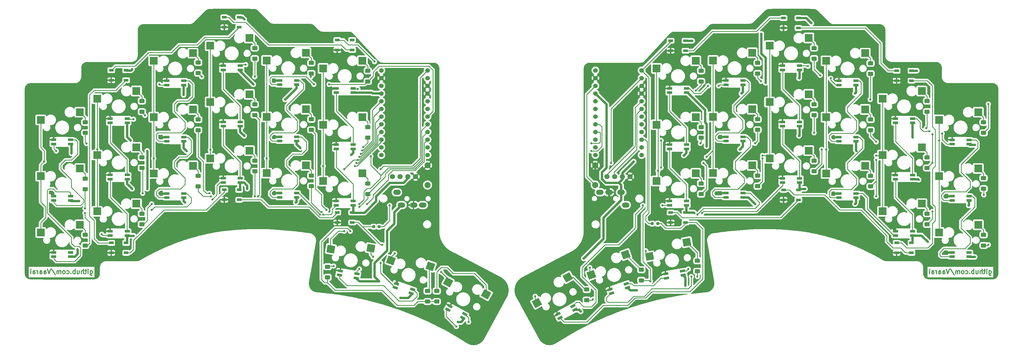
<source format=gbl>
G04 #@! TF.GenerationSoftware,KiCad,Pcbnew,8.0.1*
G04 #@! TF.CreationDate,2024-07-08T20:48:30+02:00*
G04 #@! TF.ProjectId,cornia,636f726e-6961-42e6-9b69-6361645f7063,3.0.1*
G04 #@! TF.SameCoordinates,Original*
G04 #@! TF.FileFunction,Copper,L2,Bot*
G04 #@! TF.FilePolarity,Positive*
%FSLAX46Y46*%
G04 Gerber Fmt 4.6, Leading zero omitted, Abs format (unit mm)*
G04 Created by KiCad (PCBNEW 8.0.1) date 2024-07-08 20:48:30*
%MOMM*%
%LPD*%
G01*
G04 APERTURE LIST*
G04 Aperture macros list*
%AMRoundRect*
0 Rectangle with rounded corners*
0 $1 Rounding radius*
0 $2 $3 $4 $5 $6 $7 $8 $9 X,Y pos of 4 corners*
0 Add a 4 corners polygon primitive as box body*
4,1,4,$2,$3,$4,$5,$6,$7,$8,$9,$2,$3,0*
0 Add four circle primitives for the rounded corners*
1,1,$1+$1,$2,$3*
1,1,$1+$1,$4,$5*
1,1,$1+$1,$6,$7*
1,1,$1+$1,$8,$9*
0 Add four rect primitives between the rounded corners*
20,1,$1+$1,$2,$3,$4,$5,0*
20,1,$1+$1,$4,$5,$6,$7,0*
20,1,$1+$1,$6,$7,$8,$9,0*
20,1,$1+$1,$8,$9,$2,$3,0*%
%AMRotRect*
0 Rectangle, with rotation*
0 The origin of the aperture is its center*
0 $1 length*
0 $2 width*
0 $3 Rotation angle, in degrees counterclockwise*
0 Add horizontal line*
21,1,$1,$2,0,0,$3*%
G04 Aperture macros list end*
%ADD10C,0.300000*%
G04 #@! TA.AperFunction,NonConductor*
%ADD11C,0.300000*%
G04 #@! TD*
G04 #@! TA.AperFunction,ComponentPad*
%ADD12O,2.500000X1.700000*%
G04 #@! TD*
G04 #@! TA.AperFunction,ComponentPad*
%ADD13C,1.700000*%
G04 #@! TD*
G04 #@! TA.AperFunction,ComponentPad*
%ADD14C,2.000000*%
G04 #@! TD*
G04 #@! TA.AperFunction,ComponentPad*
%ADD15C,1.524000*%
G04 #@! TD*
G04 #@! TA.AperFunction,SMDPad,CuDef*
%ADD16RoundRect,0.250000X0.600000X-0.400000X0.600000X0.400000X-0.600000X0.400000X-0.600000X-0.400000X0*%
G04 #@! TD*
G04 #@! TA.AperFunction,SMDPad,CuDef*
%ADD17R,1.700000X0.825000*%
G04 #@! TD*
G04 #@! TA.AperFunction,SMDPad,CuDef*
%ADD18RotRect,1.700000X0.825000X331.170000*%
G04 #@! TD*
G04 #@! TA.AperFunction,SMDPad,CuDef*
%ADD19R,2.550000X2.500000*%
G04 #@! TD*
G04 #@! TA.AperFunction,SMDPad,CuDef*
%ADD20RotRect,2.550000X2.500000X350.170000*%
G04 #@! TD*
G04 #@! TA.AperFunction,SMDPad,CuDef*
%ADD21RotRect,2.550000X2.500000X340.670000*%
G04 #@! TD*
G04 #@! TA.AperFunction,SMDPad,CuDef*
%ADD22RotRect,2.550000X2.500000X331.170000*%
G04 #@! TD*
G04 #@! TA.AperFunction,SMDPad,CuDef*
%ADD23R,1.500000X0.900000*%
G04 #@! TD*
G04 #@! TA.AperFunction,SMDPad,CuDef*
%ADD24RotRect,1.700000X0.825000X9.830000*%
G04 #@! TD*
G04 #@! TA.AperFunction,SMDPad,CuDef*
%ADD25RotRect,1.700000X0.825000X19.330000*%
G04 #@! TD*
G04 #@! TA.AperFunction,SMDPad,CuDef*
%ADD26RotRect,2.550000X2.500000X28.830000*%
G04 #@! TD*
G04 #@! TA.AperFunction,SMDPad,CuDef*
%ADD27RotRect,2.550000X2.500000X9.830000*%
G04 #@! TD*
G04 #@! TA.AperFunction,SMDPad,CuDef*
%ADD28RotRect,2.550000X2.500000X19.330000*%
G04 #@! TD*
G04 #@! TA.AperFunction,SMDPad,CuDef*
%ADD29RotRect,1.700000X0.825000X350.170000*%
G04 #@! TD*
G04 #@! TA.AperFunction,SMDPad,CuDef*
%ADD30RotRect,1.700000X0.825000X340.670000*%
G04 #@! TD*
G04 #@! TA.AperFunction,SMDPad,CuDef*
%ADD31RotRect,1.700000X0.825000X28.830000*%
G04 #@! TD*
G04 #@! TA.AperFunction,SMDPad,CuDef*
%ADD32RoundRect,0.237500X0.250000X0.237500X-0.250000X0.237500X-0.250000X-0.237500X0.250000X-0.237500X0*%
G04 #@! TD*
G04 #@! TA.AperFunction,SMDPad,CuDef*
%ADD33RoundRect,0.237500X-0.250000X-0.237500X0.250000X-0.237500X0.250000X0.237500X-0.250000X0.237500X0*%
G04 #@! TD*
G04 #@! TA.AperFunction,ViaPad*
%ADD34C,0.700000*%
G04 #@! TD*
G04 #@! TA.AperFunction,ViaPad*
%ADD35C,0.800000*%
G04 #@! TD*
G04 #@! TA.AperFunction,Conductor*
%ADD36C,0.254000*%
G04 #@! TD*
G04 #@! TA.AperFunction,Conductor*
%ADD37C,0.800000*%
G04 #@! TD*
G04 APERTURE END LIST*
D10*
D11*
X361810132Y-141330828D02*
X361810132Y-142545114D01*
X361810132Y-142545114D02*
X361881560Y-142687971D01*
X361881560Y-142687971D02*
X361952989Y-142759400D01*
X361952989Y-142759400D02*
X362095846Y-142830828D01*
X362095846Y-142830828D02*
X362310132Y-142830828D01*
X362310132Y-142830828D02*
X362452989Y-142759400D01*
X361810132Y-142259400D02*
X361952989Y-142330828D01*
X361952989Y-142330828D02*
X362238703Y-142330828D01*
X362238703Y-142330828D02*
X362381560Y-142259400D01*
X362381560Y-142259400D02*
X362452989Y-142187971D01*
X362452989Y-142187971D02*
X362524417Y-142045114D01*
X362524417Y-142045114D02*
X362524417Y-141616542D01*
X362524417Y-141616542D02*
X362452989Y-141473685D01*
X362452989Y-141473685D02*
X362381560Y-141402257D01*
X362381560Y-141402257D02*
X362238703Y-141330828D01*
X362238703Y-141330828D02*
X361952989Y-141330828D01*
X361952989Y-141330828D02*
X361810132Y-141402257D01*
X361095846Y-142330828D02*
X361095846Y-141330828D01*
X361095846Y-140830828D02*
X361167274Y-140902257D01*
X361167274Y-140902257D02*
X361095846Y-140973685D01*
X361095846Y-140973685D02*
X361024417Y-140902257D01*
X361024417Y-140902257D02*
X361095846Y-140830828D01*
X361095846Y-140830828D02*
X361095846Y-140973685D01*
X360595845Y-141330828D02*
X360024417Y-141330828D01*
X360381560Y-140830828D02*
X360381560Y-142116542D01*
X360381560Y-142116542D02*
X360310131Y-142259400D01*
X360310131Y-142259400D02*
X360167274Y-142330828D01*
X360167274Y-142330828D02*
X360024417Y-142330828D01*
X359524417Y-142330828D02*
X359524417Y-140830828D01*
X358881560Y-142330828D02*
X358881560Y-141545114D01*
X358881560Y-141545114D02*
X358952988Y-141402257D01*
X358952988Y-141402257D02*
X359095845Y-141330828D01*
X359095845Y-141330828D02*
X359310131Y-141330828D01*
X359310131Y-141330828D02*
X359452988Y-141402257D01*
X359452988Y-141402257D02*
X359524417Y-141473685D01*
X357524417Y-141330828D02*
X357524417Y-142330828D01*
X358167274Y-141330828D02*
X358167274Y-142116542D01*
X358167274Y-142116542D02*
X358095845Y-142259400D01*
X358095845Y-142259400D02*
X357952988Y-142330828D01*
X357952988Y-142330828D02*
X357738702Y-142330828D01*
X357738702Y-142330828D02*
X357595845Y-142259400D01*
X357595845Y-142259400D02*
X357524417Y-142187971D01*
X356810131Y-142330828D02*
X356810131Y-140830828D01*
X356810131Y-141402257D02*
X356667274Y-141330828D01*
X356667274Y-141330828D02*
X356381559Y-141330828D01*
X356381559Y-141330828D02*
X356238702Y-141402257D01*
X356238702Y-141402257D02*
X356167274Y-141473685D01*
X356167274Y-141473685D02*
X356095845Y-141616542D01*
X356095845Y-141616542D02*
X356095845Y-142045114D01*
X356095845Y-142045114D02*
X356167274Y-142187971D01*
X356167274Y-142187971D02*
X356238702Y-142259400D01*
X356238702Y-142259400D02*
X356381559Y-142330828D01*
X356381559Y-142330828D02*
X356667274Y-142330828D01*
X356667274Y-142330828D02*
X356810131Y-142259400D01*
X355452988Y-142187971D02*
X355381559Y-142259400D01*
X355381559Y-142259400D02*
X355452988Y-142330828D01*
X355452988Y-142330828D02*
X355524416Y-142259400D01*
X355524416Y-142259400D02*
X355452988Y-142187971D01*
X355452988Y-142187971D02*
X355452988Y-142330828D01*
X354095845Y-142259400D02*
X354238702Y-142330828D01*
X354238702Y-142330828D02*
X354524416Y-142330828D01*
X354524416Y-142330828D02*
X354667273Y-142259400D01*
X354667273Y-142259400D02*
X354738702Y-142187971D01*
X354738702Y-142187971D02*
X354810130Y-142045114D01*
X354810130Y-142045114D02*
X354810130Y-141616542D01*
X354810130Y-141616542D02*
X354738702Y-141473685D01*
X354738702Y-141473685D02*
X354667273Y-141402257D01*
X354667273Y-141402257D02*
X354524416Y-141330828D01*
X354524416Y-141330828D02*
X354238702Y-141330828D01*
X354238702Y-141330828D02*
X354095845Y-141402257D01*
X353238702Y-142330828D02*
X353381559Y-142259400D01*
X353381559Y-142259400D02*
X353452988Y-142187971D01*
X353452988Y-142187971D02*
X353524416Y-142045114D01*
X353524416Y-142045114D02*
X353524416Y-141616542D01*
X353524416Y-141616542D02*
X353452988Y-141473685D01*
X353452988Y-141473685D02*
X353381559Y-141402257D01*
X353381559Y-141402257D02*
X353238702Y-141330828D01*
X353238702Y-141330828D02*
X353024416Y-141330828D01*
X353024416Y-141330828D02*
X352881559Y-141402257D01*
X352881559Y-141402257D02*
X352810131Y-141473685D01*
X352810131Y-141473685D02*
X352738702Y-141616542D01*
X352738702Y-141616542D02*
X352738702Y-142045114D01*
X352738702Y-142045114D02*
X352810131Y-142187971D01*
X352810131Y-142187971D02*
X352881559Y-142259400D01*
X352881559Y-142259400D02*
X353024416Y-142330828D01*
X353024416Y-142330828D02*
X353238702Y-142330828D01*
X352095845Y-142330828D02*
X352095845Y-141330828D01*
X352095845Y-141473685D02*
X352024416Y-141402257D01*
X352024416Y-141402257D02*
X351881559Y-141330828D01*
X351881559Y-141330828D02*
X351667273Y-141330828D01*
X351667273Y-141330828D02*
X351524416Y-141402257D01*
X351524416Y-141402257D02*
X351452988Y-141545114D01*
X351452988Y-141545114D02*
X351452988Y-142330828D01*
X351452988Y-141545114D02*
X351381559Y-141402257D01*
X351381559Y-141402257D02*
X351238702Y-141330828D01*
X351238702Y-141330828D02*
X351024416Y-141330828D01*
X351024416Y-141330828D02*
X350881559Y-141402257D01*
X350881559Y-141402257D02*
X350810130Y-141545114D01*
X350810130Y-141545114D02*
X350810130Y-142330828D01*
X349024416Y-140759400D02*
X350310130Y-142687971D01*
X348738701Y-140830828D02*
X348238701Y-142330828D01*
X348238701Y-142330828D02*
X347738701Y-140830828D01*
X346595845Y-142330828D02*
X346595845Y-141545114D01*
X346595845Y-141545114D02*
X346667273Y-141402257D01*
X346667273Y-141402257D02*
X346810130Y-141330828D01*
X346810130Y-141330828D02*
X347095845Y-141330828D01*
X347095845Y-141330828D02*
X347238702Y-141402257D01*
X346595845Y-142259400D02*
X346738702Y-142330828D01*
X346738702Y-142330828D02*
X347095845Y-142330828D01*
X347095845Y-142330828D02*
X347238702Y-142259400D01*
X347238702Y-142259400D02*
X347310130Y-142116542D01*
X347310130Y-142116542D02*
X347310130Y-141973685D01*
X347310130Y-141973685D02*
X347238702Y-141830828D01*
X347238702Y-141830828D02*
X347095845Y-141759400D01*
X347095845Y-141759400D02*
X346738702Y-141759400D01*
X346738702Y-141759400D02*
X346595845Y-141687971D01*
X345238702Y-142330828D02*
X345238702Y-141545114D01*
X345238702Y-141545114D02*
X345310130Y-141402257D01*
X345310130Y-141402257D02*
X345452987Y-141330828D01*
X345452987Y-141330828D02*
X345738702Y-141330828D01*
X345738702Y-141330828D02*
X345881559Y-141402257D01*
X345238702Y-142259400D02*
X345381559Y-142330828D01*
X345381559Y-142330828D02*
X345738702Y-142330828D01*
X345738702Y-142330828D02*
X345881559Y-142259400D01*
X345881559Y-142259400D02*
X345952987Y-142116542D01*
X345952987Y-142116542D02*
X345952987Y-141973685D01*
X345952987Y-141973685D02*
X345881559Y-141830828D01*
X345881559Y-141830828D02*
X345738702Y-141759400D01*
X345738702Y-141759400D02*
X345381559Y-141759400D01*
X345381559Y-141759400D02*
X345238702Y-141687971D01*
X344524416Y-142330828D02*
X344524416Y-141330828D01*
X344524416Y-141616542D02*
X344452987Y-141473685D01*
X344452987Y-141473685D02*
X344381559Y-141402257D01*
X344381559Y-141402257D02*
X344238701Y-141330828D01*
X344238701Y-141330828D02*
X344095844Y-141330828D01*
X342952988Y-142330828D02*
X342952988Y-141545114D01*
X342952988Y-141545114D02*
X343024416Y-141402257D01*
X343024416Y-141402257D02*
X343167273Y-141330828D01*
X343167273Y-141330828D02*
X343452988Y-141330828D01*
X343452988Y-141330828D02*
X343595845Y-141402257D01*
X342952988Y-142259400D02*
X343095845Y-142330828D01*
X343095845Y-142330828D02*
X343452988Y-142330828D01*
X343452988Y-142330828D02*
X343595845Y-142259400D01*
X343595845Y-142259400D02*
X343667273Y-142116542D01*
X343667273Y-142116542D02*
X343667273Y-141973685D01*
X343667273Y-141973685D02*
X343595845Y-141830828D01*
X343595845Y-141830828D02*
X343452988Y-141759400D01*
X343452988Y-141759400D02*
X343095845Y-141759400D01*
X343095845Y-141759400D02*
X342952988Y-141687971D01*
X342238702Y-142330828D02*
X342238702Y-141330828D01*
X342238702Y-140830828D02*
X342310130Y-140902257D01*
X342310130Y-140902257D02*
X342238702Y-140973685D01*
X342238702Y-140973685D02*
X342167273Y-140902257D01*
X342167273Y-140902257D02*
X342238702Y-140830828D01*
X342238702Y-140830828D02*
X342238702Y-140973685D01*
D10*
D11*
X65310132Y-141330828D02*
X65310132Y-142545114D01*
X65310132Y-142545114D02*
X65381560Y-142687971D01*
X65381560Y-142687971D02*
X65452989Y-142759400D01*
X65452989Y-142759400D02*
X65595846Y-142830828D01*
X65595846Y-142830828D02*
X65810132Y-142830828D01*
X65810132Y-142830828D02*
X65952989Y-142759400D01*
X65310132Y-142259400D02*
X65452989Y-142330828D01*
X65452989Y-142330828D02*
X65738703Y-142330828D01*
X65738703Y-142330828D02*
X65881560Y-142259400D01*
X65881560Y-142259400D02*
X65952989Y-142187971D01*
X65952989Y-142187971D02*
X66024417Y-142045114D01*
X66024417Y-142045114D02*
X66024417Y-141616542D01*
X66024417Y-141616542D02*
X65952989Y-141473685D01*
X65952989Y-141473685D02*
X65881560Y-141402257D01*
X65881560Y-141402257D02*
X65738703Y-141330828D01*
X65738703Y-141330828D02*
X65452989Y-141330828D01*
X65452989Y-141330828D02*
X65310132Y-141402257D01*
X64595846Y-142330828D02*
X64595846Y-141330828D01*
X64595846Y-140830828D02*
X64667274Y-140902257D01*
X64667274Y-140902257D02*
X64595846Y-140973685D01*
X64595846Y-140973685D02*
X64524417Y-140902257D01*
X64524417Y-140902257D02*
X64595846Y-140830828D01*
X64595846Y-140830828D02*
X64595846Y-140973685D01*
X64095845Y-141330828D02*
X63524417Y-141330828D01*
X63881560Y-140830828D02*
X63881560Y-142116542D01*
X63881560Y-142116542D02*
X63810131Y-142259400D01*
X63810131Y-142259400D02*
X63667274Y-142330828D01*
X63667274Y-142330828D02*
X63524417Y-142330828D01*
X63024417Y-142330828D02*
X63024417Y-140830828D01*
X62381560Y-142330828D02*
X62381560Y-141545114D01*
X62381560Y-141545114D02*
X62452988Y-141402257D01*
X62452988Y-141402257D02*
X62595845Y-141330828D01*
X62595845Y-141330828D02*
X62810131Y-141330828D01*
X62810131Y-141330828D02*
X62952988Y-141402257D01*
X62952988Y-141402257D02*
X63024417Y-141473685D01*
X61024417Y-141330828D02*
X61024417Y-142330828D01*
X61667274Y-141330828D02*
X61667274Y-142116542D01*
X61667274Y-142116542D02*
X61595845Y-142259400D01*
X61595845Y-142259400D02*
X61452988Y-142330828D01*
X61452988Y-142330828D02*
X61238702Y-142330828D01*
X61238702Y-142330828D02*
X61095845Y-142259400D01*
X61095845Y-142259400D02*
X61024417Y-142187971D01*
X60310131Y-142330828D02*
X60310131Y-140830828D01*
X60310131Y-141402257D02*
X60167274Y-141330828D01*
X60167274Y-141330828D02*
X59881559Y-141330828D01*
X59881559Y-141330828D02*
X59738702Y-141402257D01*
X59738702Y-141402257D02*
X59667274Y-141473685D01*
X59667274Y-141473685D02*
X59595845Y-141616542D01*
X59595845Y-141616542D02*
X59595845Y-142045114D01*
X59595845Y-142045114D02*
X59667274Y-142187971D01*
X59667274Y-142187971D02*
X59738702Y-142259400D01*
X59738702Y-142259400D02*
X59881559Y-142330828D01*
X59881559Y-142330828D02*
X60167274Y-142330828D01*
X60167274Y-142330828D02*
X60310131Y-142259400D01*
X58952988Y-142187971D02*
X58881559Y-142259400D01*
X58881559Y-142259400D02*
X58952988Y-142330828D01*
X58952988Y-142330828D02*
X59024416Y-142259400D01*
X59024416Y-142259400D02*
X58952988Y-142187971D01*
X58952988Y-142187971D02*
X58952988Y-142330828D01*
X57595845Y-142259400D02*
X57738702Y-142330828D01*
X57738702Y-142330828D02*
X58024416Y-142330828D01*
X58024416Y-142330828D02*
X58167273Y-142259400D01*
X58167273Y-142259400D02*
X58238702Y-142187971D01*
X58238702Y-142187971D02*
X58310130Y-142045114D01*
X58310130Y-142045114D02*
X58310130Y-141616542D01*
X58310130Y-141616542D02*
X58238702Y-141473685D01*
X58238702Y-141473685D02*
X58167273Y-141402257D01*
X58167273Y-141402257D02*
X58024416Y-141330828D01*
X58024416Y-141330828D02*
X57738702Y-141330828D01*
X57738702Y-141330828D02*
X57595845Y-141402257D01*
X56738702Y-142330828D02*
X56881559Y-142259400D01*
X56881559Y-142259400D02*
X56952988Y-142187971D01*
X56952988Y-142187971D02*
X57024416Y-142045114D01*
X57024416Y-142045114D02*
X57024416Y-141616542D01*
X57024416Y-141616542D02*
X56952988Y-141473685D01*
X56952988Y-141473685D02*
X56881559Y-141402257D01*
X56881559Y-141402257D02*
X56738702Y-141330828D01*
X56738702Y-141330828D02*
X56524416Y-141330828D01*
X56524416Y-141330828D02*
X56381559Y-141402257D01*
X56381559Y-141402257D02*
X56310131Y-141473685D01*
X56310131Y-141473685D02*
X56238702Y-141616542D01*
X56238702Y-141616542D02*
X56238702Y-142045114D01*
X56238702Y-142045114D02*
X56310131Y-142187971D01*
X56310131Y-142187971D02*
X56381559Y-142259400D01*
X56381559Y-142259400D02*
X56524416Y-142330828D01*
X56524416Y-142330828D02*
X56738702Y-142330828D01*
X55595845Y-142330828D02*
X55595845Y-141330828D01*
X55595845Y-141473685D02*
X55524416Y-141402257D01*
X55524416Y-141402257D02*
X55381559Y-141330828D01*
X55381559Y-141330828D02*
X55167273Y-141330828D01*
X55167273Y-141330828D02*
X55024416Y-141402257D01*
X55024416Y-141402257D02*
X54952988Y-141545114D01*
X54952988Y-141545114D02*
X54952988Y-142330828D01*
X54952988Y-141545114D02*
X54881559Y-141402257D01*
X54881559Y-141402257D02*
X54738702Y-141330828D01*
X54738702Y-141330828D02*
X54524416Y-141330828D01*
X54524416Y-141330828D02*
X54381559Y-141402257D01*
X54381559Y-141402257D02*
X54310130Y-141545114D01*
X54310130Y-141545114D02*
X54310130Y-142330828D01*
X52524416Y-140759400D02*
X53810130Y-142687971D01*
X52238701Y-140830828D02*
X51738701Y-142330828D01*
X51738701Y-142330828D02*
X51238701Y-140830828D01*
X50095845Y-142330828D02*
X50095845Y-141545114D01*
X50095845Y-141545114D02*
X50167273Y-141402257D01*
X50167273Y-141402257D02*
X50310130Y-141330828D01*
X50310130Y-141330828D02*
X50595845Y-141330828D01*
X50595845Y-141330828D02*
X50738702Y-141402257D01*
X50095845Y-142259400D02*
X50238702Y-142330828D01*
X50238702Y-142330828D02*
X50595845Y-142330828D01*
X50595845Y-142330828D02*
X50738702Y-142259400D01*
X50738702Y-142259400D02*
X50810130Y-142116542D01*
X50810130Y-142116542D02*
X50810130Y-141973685D01*
X50810130Y-141973685D02*
X50738702Y-141830828D01*
X50738702Y-141830828D02*
X50595845Y-141759400D01*
X50595845Y-141759400D02*
X50238702Y-141759400D01*
X50238702Y-141759400D02*
X50095845Y-141687971D01*
X48738702Y-142330828D02*
X48738702Y-141545114D01*
X48738702Y-141545114D02*
X48810130Y-141402257D01*
X48810130Y-141402257D02*
X48952987Y-141330828D01*
X48952987Y-141330828D02*
X49238702Y-141330828D01*
X49238702Y-141330828D02*
X49381559Y-141402257D01*
X48738702Y-142259400D02*
X48881559Y-142330828D01*
X48881559Y-142330828D02*
X49238702Y-142330828D01*
X49238702Y-142330828D02*
X49381559Y-142259400D01*
X49381559Y-142259400D02*
X49452987Y-142116542D01*
X49452987Y-142116542D02*
X49452987Y-141973685D01*
X49452987Y-141973685D02*
X49381559Y-141830828D01*
X49381559Y-141830828D02*
X49238702Y-141759400D01*
X49238702Y-141759400D02*
X48881559Y-141759400D01*
X48881559Y-141759400D02*
X48738702Y-141687971D01*
X48024416Y-142330828D02*
X48024416Y-141330828D01*
X48024416Y-141616542D02*
X47952987Y-141473685D01*
X47952987Y-141473685D02*
X47881559Y-141402257D01*
X47881559Y-141402257D02*
X47738701Y-141330828D01*
X47738701Y-141330828D02*
X47595844Y-141330828D01*
X46452988Y-142330828D02*
X46452988Y-141545114D01*
X46452988Y-141545114D02*
X46524416Y-141402257D01*
X46524416Y-141402257D02*
X46667273Y-141330828D01*
X46667273Y-141330828D02*
X46952988Y-141330828D01*
X46952988Y-141330828D02*
X47095845Y-141402257D01*
X46452988Y-142259400D02*
X46595845Y-142330828D01*
X46595845Y-142330828D02*
X46952988Y-142330828D01*
X46952988Y-142330828D02*
X47095845Y-142259400D01*
X47095845Y-142259400D02*
X47167273Y-142116542D01*
X47167273Y-142116542D02*
X47167273Y-141973685D01*
X47167273Y-141973685D02*
X47095845Y-141830828D01*
X47095845Y-141830828D02*
X46952988Y-141759400D01*
X46952988Y-141759400D02*
X46595845Y-141759400D01*
X46595845Y-141759400D02*
X46452988Y-141687971D01*
X45738702Y-142330828D02*
X45738702Y-141330828D01*
X45738702Y-140830828D02*
X45810130Y-140902257D01*
X45810130Y-140902257D02*
X45738702Y-140973685D01*
X45738702Y-140973685D02*
X45667273Y-140902257D01*
X45667273Y-140902257D02*
X45738702Y-140830828D01*
X45738702Y-140830828D02*
X45738702Y-140973685D01*
D12*
X166486500Y-115441500D03*
X174986500Y-119641500D03*
X171986500Y-119641500D03*
X167986500Y-119641500D03*
D13*
X165027500Y-110280000D03*
X167567500Y-110280000D03*
X170107500Y-110280000D03*
X172647500Y-110280000D03*
D14*
X176576500Y-113030500D03*
X176576500Y-106530500D03*
D12*
X241950500Y-119625000D03*
X233450500Y-115425000D03*
X236450500Y-115425000D03*
X240450500Y-115425000D03*
D13*
X235797500Y-110280000D03*
X238337500Y-110280000D03*
X240877500Y-110280000D03*
X243417500Y-110280000D03*
D14*
X231917500Y-113027000D03*
X231917500Y-106527000D03*
D15*
X176575900Y-75191500D03*
X176575900Y-77731500D03*
X176575900Y-80271500D03*
X176575900Y-82811500D03*
X176575900Y-85351500D03*
X176575900Y-87891500D03*
X176575900Y-90431500D03*
X176575900Y-92971500D03*
X176575900Y-95511500D03*
X176575900Y-98051500D03*
X176575900Y-100591500D03*
X176575900Y-103131500D03*
X161355900Y-103131500D03*
X161355900Y-100591500D03*
X161355900Y-98051500D03*
X161355900Y-95511500D03*
X161355900Y-92971500D03*
X161355900Y-90431500D03*
X161355900Y-87891500D03*
X161355900Y-85351500D03*
X161355900Y-82811500D03*
X161355900Y-80271500D03*
X161355900Y-77731500D03*
X161355900Y-75191500D03*
X247211900Y-75167000D03*
X247211900Y-77707000D03*
X247211900Y-80247000D03*
X247211900Y-82787000D03*
X247211900Y-85327000D03*
X247211900Y-87867000D03*
X247211900Y-90407000D03*
X247211900Y-92947000D03*
X247211900Y-95487000D03*
X247211900Y-98027000D03*
X247211900Y-100567000D03*
X247211900Y-103107000D03*
X231991900Y-103107000D03*
X231991900Y-100567000D03*
X231991900Y-98027000D03*
X231991900Y-95487000D03*
X231991900Y-92947000D03*
X231991900Y-90407000D03*
X231991900Y-87867000D03*
X231991900Y-85327000D03*
X231991900Y-82787000D03*
X231991900Y-80247000D03*
X231991900Y-77707000D03*
X231991900Y-75167000D03*
D16*
X63686500Y-95801375D03*
X63686500Y-92301375D03*
X82326500Y-88804500D03*
X82326500Y-85304500D03*
X100939500Y-76054500D03*
X100939500Y-72554500D03*
X119579500Y-71304500D03*
X119579500Y-67804500D03*
X138219500Y-76204500D03*
X138219500Y-72704500D03*
X156859500Y-78804500D03*
X156859500Y-75304500D03*
X63686500Y-114401375D03*
X63686500Y-110901375D03*
X82326500Y-107404500D03*
X82326500Y-103904500D03*
X100939500Y-94904500D03*
X100939500Y-91404500D03*
X119579500Y-89904500D03*
X119579500Y-86404500D03*
X138219500Y-94804500D03*
X138219500Y-91304500D03*
X156859500Y-97404500D03*
X156859500Y-93904500D03*
X63686500Y-133001375D03*
X63686500Y-129501375D03*
X82326500Y-126004500D03*
X82326500Y-122504500D03*
X100939500Y-113504500D03*
X100939500Y-110004500D03*
X119579500Y-108504500D03*
X119579500Y-105004500D03*
X138219500Y-113404500D03*
X138219500Y-109904500D03*
X156859500Y-116004500D03*
X156859500Y-112504500D03*
X143607500Y-143530000D03*
X143607500Y-140030000D03*
X176607500Y-151530000D03*
X176607500Y-148030000D03*
X179607500Y-151530000D03*
X179607500Y-148030000D03*
D17*
X58859500Y-99504500D03*
X58859500Y-98104500D03*
X53259500Y-98104500D03*
X53259500Y-99504500D03*
X77499500Y-92504500D03*
X77499500Y-91104500D03*
X71899500Y-91104500D03*
X71899500Y-92504500D03*
X96139500Y-80004500D03*
X96139500Y-78604500D03*
X90539500Y-78604500D03*
X90539500Y-80004500D03*
X114779500Y-75004500D03*
X114779500Y-73604500D03*
X109179500Y-73604500D03*
X109179500Y-75004500D03*
X133419500Y-79904500D03*
X133419500Y-78504500D03*
X127819500Y-78504500D03*
X127819500Y-79904500D03*
X152059500Y-82504500D03*
X152059500Y-81104500D03*
X146459500Y-81104500D03*
X146459500Y-82504500D03*
X58859500Y-118104500D03*
X58859500Y-116704500D03*
X53259500Y-116704500D03*
X53259500Y-118104500D03*
X77499500Y-111104500D03*
X77499500Y-109704500D03*
X71899500Y-109704500D03*
X71899500Y-111104500D03*
X96139500Y-98604500D03*
X96139500Y-97204500D03*
X90539500Y-97204500D03*
X90539500Y-98604500D03*
X114779500Y-93604500D03*
X114779500Y-92204500D03*
X109179500Y-92204500D03*
X109179500Y-93604500D03*
X133419500Y-98504500D03*
X133419500Y-97104500D03*
X127819500Y-97104500D03*
X127819500Y-98504500D03*
X152059500Y-101104500D03*
X152059500Y-99704500D03*
X146459500Y-99704500D03*
X146459500Y-101104500D03*
X58859500Y-136704500D03*
X58859500Y-135304500D03*
X53259500Y-135304500D03*
X53259500Y-136704500D03*
X77499500Y-129704500D03*
X77499500Y-128304500D03*
X71899500Y-128304500D03*
X71899500Y-129704500D03*
X96139500Y-117204500D03*
X96139500Y-115804500D03*
X90539500Y-115804500D03*
X90539500Y-117204500D03*
X114779500Y-112204500D03*
X114779500Y-110804500D03*
X109179500Y-110804500D03*
X109179500Y-112204500D03*
X152059500Y-119704500D03*
X152059500Y-118304500D03*
X146459500Y-118304500D03*
X146459500Y-119704500D03*
D18*
X188191660Y-156902682D03*
X188866758Y-155676205D03*
X183960854Y-152975816D03*
X183285756Y-154202293D03*
D19*
X67614500Y-84514500D03*
X80541500Y-81974500D03*
X86254500Y-72014500D03*
X99181500Y-69474500D03*
X104894500Y-67014500D03*
X117821500Y-64474500D03*
X123534500Y-71914500D03*
X136461500Y-69374500D03*
X48974500Y-110114500D03*
X61901500Y-107574500D03*
X67614500Y-103114500D03*
X80541500Y-100574500D03*
X86254500Y-90614500D03*
X99181500Y-88074500D03*
X104894500Y-85614500D03*
X117821500Y-83074500D03*
X123534500Y-90514500D03*
X136461500Y-87974500D03*
X142174500Y-93114500D03*
X155101500Y-90574500D03*
X48974500Y-128714500D03*
X61901500Y-126174500D03*
X67614500Y-121714500D03*
X80541500Y-119174500D03*
X86254500Y-109214500D03*
X99181500Y-106674500D03*
X104894500Y-104214500D03*
X117821500Y-101674500D03*
X123534500Y-109114500D03*
X136461500Y-106574500D03*
X142174500Y-111714500D03*
X155101500Y-109174500D03*
D20*
X144682539Y-134201701D03*
X157853396Y-133905959D03*
D21*
X164505038Y-137981990D03*
X177544076Y-139864123D03*
D22*
X183377475Y-145132347D03*
X195927049Y-149140729D03*
D23*
X77149500Y-75130000D03*
X77149500Y-78430000D03*
X72249500Y-78430000D03*
X72249500Y-75130000D03*
X114429500Y-57630000D03*
X114429500Y-60930000D03*
X109529500Y-60930000D03*
X109529500Y-57630000D03*
X151709500Y-65130000D03*
X151709500Y-68430000D03*
X146809500Y-68430000D03*
X146809500Y-65130000D03*
X114429500Y-114604500D03*
X114429500Y-117904500D03*
X109529500Y-117904500D03*
X109529500Y-114604500D03*
X151709500Y-122104500D03*
X151709500Y-125404500D03*
X146809500Y-125404500D03*
X146809500Y-122104500D03*
X336230500Y-75280000D03*
X336230500Y-78580000D03*
X331330500Y-78580000D03*
X331330500Y-75280000D03*
X298950500Y-57880000D03*
X298950500Y-61180000D03*
X294050500Y-61180000D03*
X294050500Y-57880000D03*
X261670500Y-65380000D03*
X261670500Y-68680000D03*
X256770500Y-68680000D03*
X256770500Y-65380000D03*
X336230500Y-132130000D03*
X336230500Y-135430000D03*
X331330500Y-135430000D03*
X331330500Y-132130000D03*
X298950500Y-114630000D03*
X298950500Y-117930000D03*
X294050500Y-117930000D03*
X294050500Y-114630000D03*
X261670500Y-122110000D03*
X261670500Y-125410000D03*
X256770500Y-125410000D03*
X256770500Y-122110000D03*
D17*
X299300500Y-93610000D03*
X299300500Y-92210000D03*
X293700500Y-92210000D03*
X293700500Y-93610000D03*
X280660500Y-98510000D03*
X280660500Y-97110000D03*
X275060500Y-97110000D03*
X275060500Y-98510000D03*
X262020500Y-101110000D03*
X262020500Y-99710000D03*
X256420500Y-99710000D03*
X256420500Y-101110000D03*
X355220500Y-136710000D03*
X355220500Y-135310000D03*
X349620500Y-135310000D03*
X349620500Y-136710000D03*
X336580500Y-129710000D03*
X336580500Y-128310000D03*
X330980500Y-128310000D03*
X330980500Y-129710000D03*
X317940500Y-117210000D03*
X317940500Y-115810000D03*
X312340500Y-115810000D03*
X312340500Y-117210000D03*
X299300500Y-112210000D03*
X299300500Y-110810000D03*
X293700500Y-110810000D03*
X293700500Y-112210000D03*
X280660500Y-117110000D03*
X280660500Y-115710000D03*
X275060500Y-115710000D03*
X275060500Y-117110000D03*
X262020500Y-119710000D03*
X262020500Y-118310000D03*
X256420500Y-118310000D03*
X256420500Y-119710000D03*
D24*
X260940199Y-142812132D03*
X260701183Y-141432686D03*
X255183399Y-142388748D03*
X255422415Y-143768194D03*
D25*
X242573045Y-146940861D03*
X242109633Y-145619782D03*
X236825317Y-147473429D03*
X237288729Y-148794508D03*
D26*
X212695336Y-151966547D03*
X222795270Y-143507809D03*
D16*
X341387500Y-88805000D03*
X341387500Y-85305000D03*
X322747500Y-76305000D03*
X322747500Y-72805000D03*
X304107500Y-71305000D03*
X304107500Y-67805000D03*
X266820500Y-78810000D03*
X266820500Y-75310000D03*
X360027500Y-114250000D03*
X360027500Y-110750000D03*
X341387500Y-107405000D03*
X341387500Y-103905000D03*
X322747500Y-94905000D03*
X322747500Y-91405000D03*
X304107500Y-89905000D03*
X304107500Y-86405000D03*
X285467500Y-94805000D03*
X285467500Y-91305000D03*
X266820500Y-97410000D03*
X266820500Y-93910000D03*
X360027500Y-133000000D03*
X360027500Y-129500000D03*
X341387500Y-126005000D03*
X341387500Y-122505000D03*
X322747500Y-113505000D03*
X322747500Y-110005000D03*
X304107500Y-108505000D03*
X304107500Y-105005000D03*
X285467500Y-113405000D03*
X285467500Y-109905000D03*
X266820500Y-116010000D03*
X266820500Y-112510000D03*
X265607500Y-141530000D03*
X265607500Y-138030000D03*
X247107500Y-144530000D03*
X247107500Y-141030000D03*
X229107500Y-151030000D03*
X229107500Y-147530000D03*
X360027500Y-95800000D03*
X360027500Y-92300000D03*
D19*
X289422500Y-104215000D03*
X302349500Y-101675000D03*
X270782500Y-109115000D03*
X283709500Y-106575000D03*
X252142500Y-111715000D03*
X265069500Y-109175000D03*
D27*
X249842272Y-136620935D03*
X262145843Y-131911258D03*
D28*
X230610526Y-142673293D03*
X241968040Y-135997531D03*
D19*
X289422500Y-67015000D03*
X302349500Y-64475000D03*
X270782500Y-71915000D03*
X283709500Y-69375000D03*
X345342500Y-110115000D03*
X358269500Y-107575000D03*
X308062500Y-72015000D03*
X320989500Y-69475000D03*
X326702500Y-103115000D03*
X339629500Y-100575000D03*
X326702500Y-121715000D03*
X339629500Y-119175000D03*
X308062500Y-109215000D03*
X320989500Y-106675000D03*
X345342500Y-91515000D03*
X358269500Y-88975000D03*
X326702500Y-84515000D03*
X339629500Y-81975000D03*
X308062500Y-90615000D03*
X320989500Y-88075000D03*
X289422500Y-85615000D03*
X302349500Y-83075000D03*
X270782500Y-90515000D03*
X283709500Y-87975000D03*
X252142500Y-93115000D03*
X265069500Y-90575000D03*
X345342500Y-128715000D03*
X358269500Y-126175000D03*
D16*
X285467500Y-76205000D03*
X285467500Y-72705000D03*
D19*
X48974500Y-91514500D03*
X61901500Y-88974500D03*
D29*
X153058317Y-143762018D03*
X153297333Y-142382572D03*
X147779549Y-141426510D03*
X147540533Y-142805956D03*
D30*
X171198041Y-148793595D03*
X171661453Y-147472516D03*
X166377137Y-145618869D03*
X165913725Y-146939948D03*
D23*
X77149500Y-132130000D03*
X77149500Y-135430000D03*
X72249500Y-135430000D03*
X72249500Y-132130000D03*
D17*
X133419500Y-117104500D03*
X133419500Y-115704500D03*
X127819500Y-115704500D03*
X127819500Y-117104500D03*
X355220500Y-99510000D03*
X355220500Y-98110000D03*
X349620500Y-98110000D03*
X349620500Y-99510000D03*
X336580500Y-92510000D03*
X336580500Y-91110000D03*
X330980500Y-91110000D03*
X330980500Y-92510000D03*
X317940500Y-80010000D03*
X317940500Y-78610000D03*
X312340500Y-78610000D03*
X312340500Y-80010000D03*
X299300500Y-75010000D03*
X299300500Y-73610000D03*
X293700500Y-73610000D03*
X293700500Y-75010000D03*
X280660500Y-79910000D03*
X280660500Y-78510000D03*
X275060500Y-78510000D03*
X275060500Y-79910000D03*
X262020500Y-82510000D03*
X262020500Y-81110000D03*
X256420500Y-81110000D03*
X256420500Y-82510000D03*
X355220500Y-118110000D03*
X355220500Y-116710000D03*
X349620500Y-116710000D03*
X349620500Y-118110000D03*
X336580500Y-111110000D03*
X336580500Y-109710000D03*
X330980500Y-109710000D03*
X330980500Y-111110000D03*
X317940500Y-98610000D03*
X317940500Y-97210000D03*
X312340500Y-97210000D03*
X312340500Y-98610000D03*
D19*
X142174500Y-74514500D03*
X155101500Y-71974500D03*
X252135500Y-74520000D03*
X265062500Y-71980000D03*
D31*
X225200744Y-154203543D03*
X224525646Y-152977066D03*
X219619742Y-155677455D03*
X220294840Y-156903932D03*
D32*
X160607500Y-126780000D03*
X158782500Y-126780000D03*
D33*
X250695000Y-125780000D03*
X252520000Y-125780000D03*
D34*
X64107500Y-99343500D03*
X144107500Y-79780000D03*
X138107500Y-77280000D03*
X102107500Y-77280000D03*
X83357500Y-90030000D03*
X119579500Y-77280000D03*
X120607500Y-116780000D03*
X82607500Y-115780000D03*
X157857500Y-103530000D03*
X143207606Y-121280000D03*
X155386868Y-100559368D03*
X154107500Y-119280000D03*
X104607500Y-115780000D03*
X63607500Y-120780000D03*
X154107500Y-120280000D03*
X85607500Y-119280000D03*
X119607500Y-116780000D03*
X63607500Y-122280000D03*
X105107500Y-116780000D03*
X141607500Y-121966500D03*
X151107500Y-128280000D03*
X156607500Y-119280000D03*
X158607500Y-136780000D03*
X145607500Y-139780000D03*
X137487497Y-126420000D03*
X117167497Y-55300000D03*
X73987497Y-75620000D03*
X68907497Y-108640000D03*
X96847497Y-65460000D03*
X200987497Y-149280000D03*
X46047497Y-128960000D03*
X127327497Y-65460000D03*
X170507497Y-131500000D03*
X147647497Y-70540000D03*
X112087497Y-123880000D03*
X99387497Y-123880000D03*
X48587497Y-139120000D03*
X117167497Y-90860000D03*
X86687497Y-134040000D03*
X152727497Y-75620000D03*
X170507497Y-90860000D03*
X173047497Y-95940000D03*
X61287497Y-80700000D03*
X134947497Y-62920000D03*
D35*
X88607500Y-115780000D03*
D34*
X63827497Y-83240000D03*
X165427497Y-78160000D03*
X142567497Y-146740000D03*
X66367497Y-93400000D03*
X119707497Y-123880000D03*
X84147497Y-128960000D03*
X140027497Y-70540000D03*
X188287497Y-139120000D03*
X165427497Y-85780000D03*
X137487497Y-80700000D03*
X167967497Y-134040000D03*
X165427497Y-103560000D03*
X46047497Y-113720000D03*
X68907497Y-111180000D03*
X170507497Y-78160000D03*
X107007497Y-55300000D03*
X46047497Y-101020000D03*
X99387497Y-60380000D03*
X155267497Y-136580000D03*
X66367497Y-95940000D03*
X61287497Y-128960000D03*
X157807497Y-149280000D03*
X89227497Y-123880000D03*
X119707497Y-88320000D03*
X178127497Y-118800000D03*
X140027497Y-144200000D03*
X124787497Y-123880000D03*
X96847497Y-128960000D03*
X129867497Y-123880000D03*
X170507497Y-80700000D03*
X129867497Y-62920000D03*
X101927497Y-70540000D03*
X58747497Y-85780000D03*
X178127497Y-108640000D03*
X167967497Y-85780000D03*
X195907497Y-156900000D03*
X127327497Y-106100000D03*
X94307497Y-126420000D03*
X73987497Y-83240000D03*
X68907497Y-75620000D03*
X112087497Y-121340000D03*
D35*
X89032000Y-97204500D03*
D34*
X173047497Y-90860000D03*
D35*
X125607500Y-97280000D03*
D34*
X162887497Y-141660000D03*
X114627497Y-123880000D03*
X84147497Y-78160000D03*
X109547497Y-123880000D03*
X122247497Y-95940000D03*
X175587497Y-134040000D03*
X51127497Y-85780000D03*
X56207497Y-90860000D03*
X46047497Y-111180000D03*
X86687497Y-128960000D03*
X66367497Y-88320000D03*
X140027497Y-75620000D03*
X167967497Y-90860000D03*
X117167497Y-121340000D03*
X63827497Y-136580000D03*
X107007497Y-108640000D03*
X104467497Y-60380000D03*
X178127497Y-131500000D03*
X173047497Y-85780000D03*
X63827497Y-85780000D03*
X117167497Y-93400000D03*
X170507497Y-126420000D03*
X63827497Y-75620000D03*
X170507497Y-98480000D03*
X99387497Y-126420000D03*
X89227497Y-128960000D03*
X46047497Y-93400000D03*
X84147497Y-85780000D03*
X147647497Y-139120000D03*
X173047497Y-131500000D03*
X124787497Y-106100000D03*
X51127497Y-88320000D03*
X173047497Y-88320000D03*
X129867497Y-65460000D03*
X53667497Y-85780000D03*
X165427497Y-83240000D03*
X101927497Y-85780000D03*
X66367497Y-136580000D03*
X86687497Y-131500000D03*
X132407497Y-126420000D03*
X165427497Y-80700000D03*
X46047497Y-85780000D03*
X86687497Y-65460000D03*
X122247497Y-93400000D03*
X89227497Y-106100000D03*
X94307497Y-128960000D03*
X84147497Y-75620000D03*
X61287497Y-121340000D03*
X71447497Y-106100000D03*
X122247497Y-106100000D03*
X150187497Y-85780000D03*
X114627497Y-126420000D03*
X86687497Y-62920000D03*
X109547497Y-126420000D03*
X66367497Y-90860000D03*
X46047497Y-118800000D03*
X170507497Y-134040000D03*
X53667497Y-106100000D03*
X167967497Y-78160000D03*
X183207497Y-159440000D03*
X167967497Y-128960000D03*
X101927497Y-126420000D03*
X170507497Y-101020000D03*
X170507497Y-93400000D03*
X167967497Y-80700000D03*
X160347497Y-149280000D03*
X175587497Y-131500000D03*
X124787497Y-62920000D03*
X91767497Y-131500000D03*
X173047497Y-98480000D03*
X140027497Y-90860000D03*
X89227497Y-126420000D03*
X173047497Y-80700000D03*
X84147497Y-83240000D03*
X109547497Y-121340000D03*
X134947497Y-123880000D03*
X91767497Y-85780000D03*
X167967497Y-95940000D03*
X61287497Y-139120000D03*
X101927497Y-68000000D03*
X170507497Y-83240000D03*
X68907497Y-78160000D03*
X140027497Y-136580000D03*
X170507497Y-154360000D03*
X84147497Y-65460000D03*
X48587497Y-136580000D03*
D35*
X159607500Y-78280000D03*
D34*
X66367497Y-108640000D03*
X51127497Y-101020000D03*
X127327497Y-75620000D03*
X81607497Y-78160000D03*
X117167497Y-126420000D03*
X48587497Y-134040000D03*
X165427497Y-101020000D03*
X46047497Y-98480000D03*
X109547497Y-55300000D03*
X48587497Y-103560000D03*
X61287497Y-83240000D03*
X46047497Y-88320000D03*
X122247497Y-68000000D03*
X160347497Y-128960000D03*
X170507497Y-128960000D03*
X124787497Y-126420000D03*
X91767497Y-70540000D03*
X51127497Y-136580000D03*
X94307497Y-83240000D03*
X198447497Y-144200000D03*
X66367497Y-106100000D03*
X58747497Y-95940000D03*
X46047497Y-131500000D03*
X140027497Y-128960000D03*
X91767497Y-123880000D03*
X152727497Y-149280000D03*
X73987497Y-131500000D03*
X180667497Y-139120000D03*
X73987497Y-121340000D03*
X84147497Y-80700000D03*
X48587497Y-121340000D03*
X104467497Y-57840000D03*
X99387497Y-85780000D03*
X81607497Y-95940000D03*
X140027497Y-93400000D03*
X51127497Y-98480000D03*
X84147497Y-98480000D03*
X61287497Y-85780000D03*
X140027497Y-65460000D03*
X112087497Y-126420000D03*
X91767497Y-62920000D03*
X173047497Y-134040000D03*
X107007497Y-123880000D03*
X193367497Y-164520000D03*
X127327497Y-126420000D03*
X122247497Y-126420000D03*
X81607497Y-111180000D03*
X99387497Y-128960000D03*
X119707497Y-121340000D03*
X107007497Y-93400000D03*
X117167497Y-85780000D03*
X175587497Y-154360000D03*
X84147497Y-93400000D03*
X122247497Y-60380000D03*
X173047497Y-93400000D03*
X46047497Y-126420000D03*
X122247497Y-98480000D03*
X132407497Y-62920000D03*
X195907497Y-159440000D03*
X89227497Y-62920000D03*
X91767497Y-128960000D03*
X140027497Y-141660000D03*
X140027497Y-62920000D03*
X124787497Y-60380000D03*
X46047497Y-116260000D03*
X134947497Y-113720000D03*
X86687497Y-126420000D03*
X71447497Y-88320000D03*
X94307497Y-65460000D03*
X71447497Y-118800000D03*
X63827497Y-139120000D03*
X142567497Y-70540000D03*
X119707497Y-57840000D03*
X190827497Y-161980000D03*
X94307497Y-123880000D03*
D35*
X125607500Y-78780000D03*
D34*
X104467497Y-126420000D03*
X167967497Y-93400000D03*
X145107497Y-108640000D03*
X107007497Y-83240000D03*
X119707497Y-95940000D03*
X91767497Y-88320000D03*
X145107497Y-65460000D03*
X173047497Y-83240000D03*
X132407497Y-123880000D03*
X117167497Y-123880000D03*
X94307497Y-62920000D03*
X178127497Y-123880000D03*
X170507497Y-85780000D03*
X61287497Y-95940000D03*
X119707497Y-126420000D03*
X137487497Y-83240000D03*
X127327497Y-123880000D03*
X107007497Y-57840000D03*
X66367497Y-80700000D03*
X112087497Y-65460000D03*
X137487497Y-123880000D03*
X200987497Y-146740000D03*
X178127497Y-156900000D03*
X73987497Y-136580000D03*
X145107497Y-116260000D03*
X91767497Y-126420000D03*
D35*
X126149914Y-115640000D03*
D34*
X101927497Y-62920000D03*
X107007497Y-111180000D03*
X175587497Y-111180000D03*
X68907497Y-90860000D03*
X56207497Y-85780000D03*
X122247497Y-85780000D03*
X145107497Y-85780000D03*
X147647497Y-85780000D03*
X107007497Y-121340000D03*
X107007497Y-62920000D03*
X81607497Y-136580000D03*
X175587497Y-108640000D03*
X167967497Y-101020000D03*
X134947497Y-65460000D03*
X63827497Y-78160000D03*
X140027497Y-85780000D03*
X173047497Y-101020000D03*
D35*
X173107500Y-117280000D03*
D34*
X114627497Y-55300000D03*
X165427497Y-93400000D03*
X140027497Y-73080000D03*
X165427497Y-98480000D03*
X46047497Y-123880000D03*
X178127497Y-136580000D03*
X198447497Y-154360000D03*
X53667497Y-88320000D03*
X84147497Y-134040000D03*
X89227497Y-131500000D03*
X178127497Y-121340000D03*
X89227497Y-65460000D03*
X160347497Y-123880000D03*
X112087497Y-118800000D03*
X134947497Y-126420000D03*
X48587497Y-131500000D03*
D35*
X52107500Y-115280000D03*
D34*
X114627497Y-121340000D03*
X109547497Y-62920000D03*
X86687497Y-113720000D03*
X107007497Y-75620000D03*
X193367497Y-159440000D03*
X173047497Y-126420000D03*
X173047497Y-78160000D03*
X170507497Y-88320000D03*
X167967497Y-98480000D03*
X73987497Y-78160000D03*
X127327497Y-62920000D03*
X112087497Y-55300000D03*
X71447497Y-80700000D03*
X48587497Y-85780000D03*
X51127497Y-139120000D03*
X79067497Y-121340000D03*
X101927497Y-88320000D03*
X107007497Y-126420000D03*
D35*
X167107500Y-143780000D03*
D34*
X124787497Y-88320000D03*
X165427497Y-128960000D03*
X96847497Y-62920000D03*
X66367497Y-139120000D03*
X66367497Y-111180000D03*
X193367497Y-161980000D03*
X178127497Y-111180000D03*
X46047497Y-139120000D03*
X127327497Y-83240000D03*
X104467497Y-108640000D03*
X167967497Y-131500000D03*
X178127497Y-128960000D03*
X140027497Y-83240000D03*
X122247497Y-113720000D03*
X46047497Y-108640000D03*
X188287497Y-161980000D03*
X96847497Y-126420000D03*
X63827497Y-80700000D03*
X134947497Y-118800000D03*
X51127497Y-134040000D03*
X53667497Y-121340000D03*
X185747497Y-136580000D03*
X129867497Y-108640000D03*
X129867497Y-126420000D03*
X99387497Y-62920000D03*
X46047497Y-95940000D03*
X140027497Y-139120000D03*
X190827497Y-164520000D03*
X190827497Y-144200000D03*
X101927497Y-123880000D03*
X137487497Y-65460000D03*
X165427497Y-90860000D03*
X137487497Y-62920000D03*
X48587497Y-88320000D03*
X81607497Y-131500000D03*
X81607497Y-75620000D03*
X175587497Y-128960000D03*
X56207497Y-88320000D03*
X165427497Y-95940000D03*
X178127497Y-154360000D03*
X101927497Y-83240000D03*
X170507497Y-95940000D03*
D35*
X144107500Y-81280000D03*
D34*
X195907497Y-151820000D03*
X46047497Y-134040000D03*
X142567497Y-65460000D03*
X84147497Y-131500000D03*
X145107497Y-141660000D03*
X46047497Y-103560000D03*
X134947497Y-90860000D03*
X145107497Y-70540000D03*
X132407497Y-65460000D03*
X68907497Y-136580000D03*
X117167497Y-108640000D03*
X84147497Y-62920000D03*
X46047497Y-121340000D03*
X46047497Y-90860000D03*
X140027497Y-126420000D03*
X61287497Y-123880000D03*
X167967497Y-126420000D03*
X129867497Y-70540000D03*
X165427497Y-88320000D03*
X79067497Y-78160000D03*
X79067497Y-136580000D03*
X51127497Y-95940000D03*
X104467497Y-123880000D03*
X84147497Y-95940000D03*
X96847497Y-123880000D03*
X178127497Y-116260000D03*
X167967497Y-103560000D03*
X81607497Y-134040000D03*
X122247497Y-75620000D03*
X122247497Y-123880000D03*
X152727497Y-85780000D03*
X167967497Y-83240000D03*
X66367497Y-78160000D03*
X162887497Y-151820000D03*
X101927497Y-60380000D03*
X68907497Y-93400000D03*
X140027497Y-146740000D03*
X170507497Y-103560000D03*
X66367497Y-75620000D03*
X104467497Y-111180000D03*
X173047497Y-154360000D03*
X165427497Y-134040000D03*
X91767497Y-106100000D03*
X91767497Y-65460000D03*
X46047497Y-136580000D03*
X165427497Y-113720000D03*
X167967497Y-88320000D03*
X122247497Y-88320000D03*
X99387497Y-65460000D03*
X185747497Y-161980000D03*
X155267497Y-149280000D03*
X165427497Y-131500000D03*
D35*
X173107500Y-122280000D03*
D34*
X173047497Y-128960000D03*
X46047497Y-106100000D03*
X107007497Y-90860000D03*
X119707497Y-93400000D03*
X68907497Y-80700000D03*
X180667497Y-156900000D03*
D35*
X116107500Y-58280000D03*
X158607500Y-82780000D03*
X151357500Y-103030000D03*
X96107500Y-83280000D03*
X61107500Y-134280000D03*
X133107500Y-118780000D03*
X129607500Y-84780000D03*
X117107500Y-114280000D03*
X151709500Y-65130000D03*
X79107500Y-74780000D03*
X186607500Y-158280000D03*
X119107500Y-79780000D03*
X160607500Y-144780000D03*
X79607500Y-129780000D03*
X84107500Y-101780000D03*
X116107500Y-96780000D03*
X134607500Y-100780000D03*
X84107500Y-114280000D03*
X61607500Y-118280000D03*
X167607500Y-150280000D03*
X78607500Y-98280000D03*
X79107500Y-114280000D03*
X59107500Y-102553000D03*
X97107500Y-101780000D03*
X96607500Y-118780000D03*
D34*
X50107500Y-105280000D03*
X154995732Y-101652072D03*
X67614500Y-101280000D03*
X154558678Y-102731178D03*
X86254500Y-104280000D03*
X154107500Y-103780000D03*
X104944356Y-101407000D03*
X149107500Y-107780000D03*
X149107500Y-128280000D03*
X153607500Y-104780000D03*
X123534500Y-104280000D03*
X165734500Y-135603000D03*
X153107500Y-105780000D03*
X152607500Y-106780000D03*
X142174500Y-106780000D03*
X181107500Y-141780000D03*
X161107500Y-107780000D03*
X159107500Y-72280000D03*
X164107500Y-119780000D03*
X341107500Y-94280000D03*
X306107500Y-76780000D03*
X265107500Y-81780000D03*
X361607500Y-86280000D03*
X286607500Y-78780000D03*
X322607500Y-84780000D03*
X304107500Y-95780000D03*
X266607500Y-99280000D03*
X343107500Y-96280000D03*
X324607500Y-98780000D03*
X360107500Y-116280000D03*
X343107500Y-105710000D03*
X284607500Y-99280000D03*
X324607500Y-116780000D03*
X306607500Y-101280000D03*
X324607500Y-104780000D03*
X287107500Y-104280000D03*
X343107500Y-121780000D03*
X253607500Y-98280000D03*
X253607500Y-107280000D03*
X267607500Y-105780000D03*
X361607500Y-132780000D03*
X265607500Y-143280000D03*
X231107500Y-150780000D03*
X250107500Y-144780000D03*
X237107500Y-105780000D03*
X345342500Y-98280000D03*
X324607500Y-103280000D03*
X308062500Y-101280000D03*
X230607500Y-101780000D03*
X287107500Y-103280000D03*
X248607500Y-134780000D03*
X230607500Y-99280000D03*
X268607500Y-103780000D03*
X230107500Y-140280000D03*
X212107500Y-149780000D03*
X252607500Y-108280000D03*
D35*
X299107500Y-96780000D03*
X317607500Y-82780000D03*
X303207500Y-59580000D03*
X318107500Y-101780000D03*
X227107500Y-154780000D03*
X261107500Y-103280000D03*
X284607500Y-119280000D03*
X261607500Y-146280000D03*
X288107500Y-79280000D03*
X264607500Y-122280000D03*
X286707500Y-63080000D03*
X338607500Y-111280000D03*
X280107500Y-82780000D03*
X338007500Y-75280000D03*
X299107500Y-77780000D03*
X263907500Y-65380000D03*
X228107500Y-137280000D03*
X317607500Y-119280000D03*
X336607500Y-97280000D03*
X279607500Y-101280000D03*
X301107500Y-114280000D03*
X264357500Y-84530000D03*
X244607500Y-105280000D03*
X268607500Y-100280000D03*
X357107500Y-99780000D03*
X341607500Y-131780000D03*
X355107500Y-119780000D03*
X357107500Y-136780000D03*
X245607500Y-147780000D03*
X310607500Y-97280000D03*
D34*
X292427497Y-121340000D03*
X320367497Y-62920000D03*
X228927497Y-75620000D03*
X272107497Y-126420000D03*
X254327497Y-70540000D03*
X307667497Y-128960000D03*
X259407497Y-65460000D03*
X216227497Y-164520000D03*
X269567497Y-141660000D03*
X241627497Y-101020000D03*
X267027497Y-146740000D03*
X358467497Y-116260000D03*
X320367497Y-95940000D03*
D35*
X347607500Y-116780000D03*
D34*
X239087497Y-95940000D03*
X325447497Y-78160000D03*
X307667497Y-68000000D03*
X244167497Y-134040000D03*
X294967497Y-55300000D03*
X333067497Y-80700000D03*
X305127497Y-57840000D03*
X254327497Y-128960000D03*
X236547497Y-128960000D03*
X241627497Y-75620000D03*
X345767497Y-85780000D03*
X322907497Y-118800000D03*
X250707500Y-83580000D03*
X343227497Y-75620000D03*
X350847497Y-88320000D03*
X236547497Y-75620000D03*
X226387497Y-159440000D03*
X228927497Y-78160000D03*
X310207497Y-106100000D03*
X361007497Y-139120000D03*
X327987497Y-136580000D03*
X361007497Y-101020000D03*
X317827497Y-126420000D03*
X327987497Y-113720000D03*
X363547497Y-93400000D03*
X363547497Y-113720000D03*
X234007497Y-80700000D03*
X251107500Y-101780000D03*
X218767497Y-159440000D03*
X305127497Y-88320000D03*
X302587497Y-80700000D03*
X305127497Y-93400000D03*
X279727497Y-126420000D03*
X312747497Y-128960000D03*
X272107497Y-68000000D03*
X274647497Y-85780000D03*
X343227497Y-139120000D03*
X305127497Y-126420000D03*
X246707497Y-113720000D03*
X327987497Y-78160000D03*
X363547497Y-121340000D03*
X250707500Y-77980000D03*
X292427497Y-80700000D03*
X340687497Y-75620000D03*
X315287497Y-126420000D03*
X241627497Y-93400000D03*
X320367497Y-85780000D03*
X231467497Y-121340000D03*
X333067497Y-136580000D03*
X325447497Y-93400000D03*
X211147497Y-154360000D03*
X350847497Y-121340000D03*
X327987497Y-80700000D03*
X307667497Y-123880000D03*
X236547497Y-139120000D03*
X244167497Y-116260000D03*
X348307497Y-80700000D03*
X216227497Y-161980000D03*
X297507497Y-123880000D03*
X302587497Y-123880000D03*
X256867497Y-128960000D03*
X244167497Y-75620000D03*
X340687497Y-136580000D03*
X208607497Y-144200000D03*
X274647497Y-75620000D03*
X292427497Y-83240000D03*
X241627497Y-90860000D03*
X310207497Y-121340000D03*
X317827497Y-131500000D03*
X363547497Y-141660000D03*
X305127497Y-80700000D03*
X282267497Y-85780000D03*
X363547497Y-106100000D03*
X231467497Y-123880000D03*
X348307497Y-95940000D03*
X208607497Y-146740000D03*
X279727497Y-65460000D03*
X272107497Y-65460000D03*
X228927497Y-80700000D03*
D35*
X273107500Y-97280000D03*
D34*
X244167497Y-78160000D03*
X322907497Y-128960000D03*
X250907500Y-90180000D03*
X236547497Y-83240000D03*
X216227497Y-156900000D03*
X297507497Y-80700000D03*
X325447497Y-131500000D03*
X284807497Y-126420000D03*
X287347497Y-83240000D03*
X239087497Y-93400000D03*
X261947497Y-128960000D03*
X223847497Y-159440000D03*
X335607497Y-116260000D03*
X358467497Y-123880000D03*
D35*
X272607500Y-115780000D03*
D34*
X272107497Y-88320000D03*
X259407497Y-88320000D03*
X325447497Y-80700000D03*
X320367497Y-113720000D03*
X284807497Y-60380000D03*
X274647497Y-126420000D03*
X259407497Y-85780000D03*
X327987497Y-134040000D03*
X327987497Y-93400000D03*
X330527497Y-80700000D03*
X264487497Y-98480000D03*
X312747497Y-126420000D03*
X274647497Y-93400000D03*
X322907497Y-134040000D03*
X234007497Y-121340000D03*
X241627497Y-123880000D03*
X289887497Y-62920000D03*
X239087497Y-80700000D03*
X254327497Y-83240000D03*
X277187497Y-70540000D03*
X333067497Y-83240000D03*
X322907497Y-116260000D03*
X363547497Y-108640000D03*
X236547497Y-134040000D03*
X363547497Y-103560000D03*
X213687497Y-156900000D03*
X269567497Y-126420000D03*
X300047497Y-121340000D03*
X272107497Y-106100000D03*
X289887497Y-126420000D03*
X264487497Y-88320000D03*
X320367497Y-128960000D03*
X211147497Y-144200000D03*
X239087497Y-75620000D03*
X302587497Y-111180000D03*
X233707500Y-104580000D03*
X269567497Y-75620000D03*
X312747497Y-123880000D03*
X259407497Y-68000000D03*
X300047497Y-126420000D03*
X320367497Y-126420000D03*
D35*
X347607500Y-135280000D03*
D34*
X269567497Y-88320000D03*
X292427497Y-55300000D03*
X350847497Y-103560000D03*
X327987497Y-108640000D03*
X333067497Y-113720000D03*
X277187497Y-68000000D03*
X343227497Y-78160000D03*
X330527497Y-106100000D03*
X325447497Y-134040000D03*
X338147497Y-116260000D03*
X320367497Y-131500000D03*
X251787497Y-116260000D03*
X315287497Y-70540000D03*
X325447497Y-90860000D03*
X302587497Y-126420000D03*
X302587497Y-75620000D03*
X320367497Y-118800000D03*
X338147497Y-113720000D03*
X307667497Y-126420000D03*
X348307497Y-83240000D03*
X284807497Y-85780000D03*
X363547497Y-98480000D03*
X292427497Y-118800000D03*
X345767497Y-139120000D03*
X330527497Y-88320000D03*
X218767497Y-161980000D03*
X241627497Y-85780000D03*
X315287497Y-123880000D03*
X325447497Y-75620000D03*
X333067497Y-116260000D03*
X361007497Y-126420000D03*
X236547497Y-78160000D03*
X244167497Y-113720000D03*
X261947497Y-85780000D03*
X358467497Y-139120000D03*
X272107497Y-78160000D03*
X216227497Y-141660000D03*
X310207497Y-123880000D03*
X251787497Y-128960000D03*
X234007497Y-139120000D03*
X236547497Y-126420000D03*
X244167497Y-144200000D03*
X361007497Y-106100000D03*
X348307497Y-103560000D03*
X302587497Y-118800000D03*
X259407497Y-70540000D03*
X213687497Y-144200000D03*
X274647497Y-68000000D03*
X294967497Y-116260000D03*
X241627497Y-139120000D03*
X272107497Y-85780000D03*
X264487497Y-128960000D03*
X363547497Y-101020000D03*
X287347497Y-126420000D03*
X300047497Y-55300000D03*
X363547497Y-136580000D03*
X325447497Y-118800000D03*
X307667497Y-113720000D03*
X292427497Y-90860000D03*
X312747497Y-106100000D03*
X307667497Y-121340000D03*
X312747497Y-62920000D03*
X363547497Y-111180000D03*
X246707497Y-111180000D03*
X236547497Y-154360000D03*
X241627497Y-98480000D03*
X287347497Y-93400000D03*
X216227497Y-159440000D03*
X338147497Y-126420000D03*
X239087497Y-134040000D03*
X254327497Y-85780000D03*
X241627497Y-121340000D03*
X211147497Y-146740000D03*
X300047497Y-123880000D03*
X361007497Y-98480000D03*
X338147497Y-103560000D03*
X300047497Y-68000000D03*
X213687497Y-159440000D03*
X269567497Y-144200000D03*
X267027497Y-68000000D03*
X287347497Y-88320000D03*
X254327497Y-88320000D03*
X302587497Y-121340000D03*
X310207497Y-85780000D03*
X254327497Y-139120000D03*
X315287497Y-62920000D03*
X274647497Y-106100000D03*
X305127497Y-65460000D03*
X251787497Y-141660000D03*
X317827497Y-128960000D03*
X251787497Y-149280000D03*
X333067497Y-78160000D03*
X239087497Y-78160000D03*
X345767497Y-80700000D03*
X254327497Y-80700000D03*
X269567497Y-146740000D03*
X213687497Y-141660000D03*
X221307497Y-159440000D03*
X226387497Y-156900000D03*
X282267497Y-126420000D03*
X250507500Y-109780000D03*
X305127497Y-121340000D03*
X287347497Y-95940000D03*
X234007497Y-75620000D03*
X294967497Y-126420000D03*
X277187497Y-126420000D03*
X363547497Y-95940000D03*
X305127497Y-118800000D03*
X241627497Y-88320000D03*
X363547497Y-90860000D03*
X259407497Y-128960000D03*
X363547497Y-116260000D03*
X315287497Y-68000000D03*
X305127497Y-123880000D03*
X361007497Y-103560000D03*
X239087497Y-98480000D03*
X282267497Y-113720000D03*
X302587497Y-93400000D03*
X234007497Y-78160000D03*
X297507497Y-126420000D03*
X231467497Y-128960000D03*
X327987497Y-118800000D03*
X320367497Y-90860000D03*
X363547497Y-139120000D03*
X292427497Y-108640000D03*
X269567497Y-85780000D03*
X340687497Y-113720000D03*
X256867497Y-70540000D03*
X317827497Y-123880000D03*
D35*
X329607500Y-126780000D03*
D34*
X244167497Y-83240000D03*
X244167497Y-85780000D03*
X343227497Y-136580000D03*
X322907497Y-131500000D03*
X338147497Y-136580000D03*
X241627497Y-95940000D03*
X289887497Y-108640000D03*
X264487497Y-93400000D03*
X269567497Y-68000000D03*
X287347497Y-57840000D03*
X239087497Y-126420000D03*
X325447497Y-95940000D03*
X228927497Y-149280000D03*
X259407497Y-73080000D03*
X353387497Y-121340000D03*
X305127497Y-111180000D03*
X269567497Y-116260000D03*
X241627497Y-126420000D03*
X289887497Y-111180000D03*
X300047497Y-80700000D03*
X287347497Y-113720000D03*
X239087497Y-90860000D03*
X239087497Y-88320000D03*
X251787497Y-123880000D03*
X264487497Y-118800000D03*
X310207497Y-128960000D03*
X363547497Y-88320000D03*
X340687497Y-116260000D03*
X254327497Y-149280000D03*
X327987497Y-95940000D03*
X241627497Y-78160000D03*
X234007497Y-136580000D03*
X251107500Y-99580000D03*
X249247497Y-128960000D03*
X236547497Y-80700000D03*
X363547497Y-118800000D03*
X335607497Y-113720000D03*
X277187497Y-65460000D03*
D35*
X235607500Y-118280000D03*
D34*
X239087497Y-128960000D03*
X239087497Y-123880000D03*
X294967497Y-65460000D03*
X234007497Y-146740000D03*
X315287497Y-128960000D03*
X289887497Y-121340000D03*
X340687497Y-139120000D03*
X254327497Y-116260000D03*
X345767497Y-83240000D03*
X340687497Y-111180000D03*
X239087497Y-83240000D03*
X312747497Y-68000000D03*
X264487497Y-116260000D03*
X297507497Y-55300000D03*
X251787497Y-131500000D03*
X282267497Y-90860000D03*
X317827497Y-62920000D03*
X310207497Y-62920000D03*
X213687497Y-161980000D03*
X211147497Y-156900000D03*
X358467497Y-103560000D03*
X284807497Y-65460000D03*
X256867497Y-123880000D03*
X292427497Y-62920000D03*
X312747497Y-88320000D03*
X208607497Y-151820000D03*
X325447497Y-62920000D03*
X282267497Y-65460000D03*
D35*
X234938935Y-113448565D03*
D34*
X294967497Y-62920000D03*
X264487497Y-131500000D03*
X254327497Y-131500000D03*
X254327497Y-123880000D03*
X274647497Y-65460000D03*
X310207497Y-126420000D03*
X310207497Y-68000000D03*
D35*
X310607500Y-115780000D03*
D34*
X251107500Y-95380000D03*
X287347497Y-90860000D03*
X218767497Y-139120000D03*
X269567497Y-78160000D03*
X361007497Y-118800000D03*
X312747497Y-85780000D03*
X327987497Y-111180000D03*
X221307497Y-161980000D03*
X208607497Y-149280000D03*
X213687497Y-154360000D03*
X249247497Y-131500000D03*
X363547497Y-85780000D03*
X305127497Y-83240000D03*
X241627497Y-80700000D03*
X355927497Y-95940000D03*
X292427497Y-126420000D03*
X54107500Y-101780000D03*
X79607500Y-91280000D03*
X88107500Y-79780000D03*
X116607500Y-73280000D03*
X139107500Y-79780000D03*
X153607500Y-81280000D03*
X69107500Y-129280000D03*
X85607500Y-121280000D03*
X105607500Y-117780000D03*
X154107500Y-140780000D03*
X141107500Y-122780000D03*
X161107500Y-138780000D03*
X142107500Y-122780000D03*
X190107500Y-158280000D03*
X342107500Y-95280000D03*
X346357500Y-96030000D03*
X309607500Y-77780000D03*
X302107500Y-73780000D03*
X272607500Y-80280000D03*
X269107500Y-80280000D03*
X262607500Y-140780000D03*
X267107500Y-122280000D03*
X265607500Y-122780000D03*
X263607500Y-143280000D03*
X254107500Y-119780000D03*
X247607500Y-119780000D03*
X186107500Y-159780000D03*
X161607500Y-132780000D03*
D36*
X160633000Y-73754500D02*
X177059500Y-73754500D01*
X138107500Y-77280000D02*
X138107500Y-76341500D01*
X83357500Y-90030000D02*
X82326500Y-88999000D01*
X102107500Y-77247500D02*
X100939500Y-76079500D01*
X102107500Y-77280000D02*
X102107500Y-77247500D01*
X155909000Y-79780000D02*
X156859500Y-78829500D01*
X144107500Y-79780000D02*
X155909000Y-79780000D01*
X119579500Y-77280000D02*
X119579500Y-71329500D01*
X64107500Y-99343500D02*
X63686500Y-98922500D01*
X178359500Y-75054500D02*
X178359500Y-88647900D01*
X178359500Y-88647900D02*
X176575900Y-90431500D01*
X158607500Y-77081500D02*
X158607500Y-75780000D01*
X156859500Y-78829500D02*
X158607500Y-77081500D01*
X63686500Y-98922500D02*
X63686500Y-95826375D01*
X177059500Y-73754500D02*
X178359500Y-75054500D01*
X158607500Y-75780000D02*
X160633000Y-73754500D01*
X63686500Y-92276375D02*
X63686500Y-90759500D01*
X63686500Y-90759500D02*
X61901500Y-88974500D01*
X161107500Y-109780000D02*
X161107500Y-110280000D01*
X121107500Y-91457500D02*
X119579500Y-89929500D01*
X161107500Y-109879150D02*
X161107500Y-110280000D01*
X139607500Y-114280000D02*
X139607500Y-96217500D01*
X157857500Y-106530000D02*
X161107500Y-109780000D01*
X176575900Y-93038100D02*
X174559500Y-95054500D01*
X155607500Y-115129150D02*
X156607500Y-114129150D01*
X103607500Y-115780000D02*
X102607500Y-114780000D01*
X120607500Y-116780000D02*
X121107500Y-116280000D01*
X139607500Y-96217500D02*
X138219500Y-94829500D01*
X155386868Y-100559368D02*
X156859500Y-99086736D01*
X172059500Y-107254500D02*
X163732150Y-107254500D01*
X157857500Y-103530000D02*
X157857500Y-106530000D01*
X63607500Y-120780000D02*
X63607500Y-114505375D01*
X143207606Y-121280000D02*
X141607500Y-119679894D01*
X155607500Y-117780000D02*
X155607500Y-115129150D01*
X161107500Y-110780000D02*
X161107500Y-110280000D01*
X157758350Y-114129150D02*
X161107500Y-110780000D01*
X141607500Y-119679894D02*
X141607500Y-116280000D01*
X104607500Y-115780000D02*
X103607500Y-115780000D01*
X156859500Y-99086736D02*
X156859500Y-97429500D01*
X163732150Y-107254500D02*
X161107500Y-109879150D01*
X174559500Y-95054500D02*
X174559500Y-104754500D01*
X100939500Y-103612000D02*
X100939500Y-94929500D01*
X121107500Y-116280000D02*
X121107500Y-91457500D01*
X102607500Y-105280000D02*
X100939500Y-103612000D01*
X156607500Y-114129150D02*
X157758350Y-114129150D01*
X154107500Y-119280000D02*
X155607500Y-117780000D01*
X141607500Y-116280000D02*
X139607500Y-114280000D01*
X82607500Y-115780000D02*
X82607500Y-107710500D01*
X102607500Y-114780000D02*
X102607500Y-105280000D01*
X174559500Y-104754500D02*
X172059500Y-107254500D01*
X82326500Y-83759500D02*
X80541500Y-81974500D01*
X82326500Y-85279500D02*
X82326500Y-83759500D01*
X162607500Y-110280000D02*
X162607500Y-109479900D01*
X141607500Y-121966500D02*
X141294000Y-121966500D01*
X156859500Y-116028000D02*
X162607500Y-110280000D01*
X175011511Y-105068489D02*
X175011511Y-97075889D01*
X102607500Y-116780000D02*
X100939500Y-115112000D01*
X105107500Y-116780000D02*
X102607500Y-116780000D01*
X84107500Y-124780000D02*
X82858000Y-126029500D01*
X85607500Y-119280000D02*
X84107500Y-120780000D01*
X138219500Y-118892000D02*
X138219500Y-113429500D01*
X119579500Y-116752000D02*
X119579500Y-108529500D01*
X65107500Y-132280000D02*
X64361125Y-133026375D01*
X65107500Y-125280000D02*
X65107500Y-132280000D01*
X172325500Y-107754500D02*
X175011511Y-105068489D01*
X119607500Y-116780000D02*
X119579500Y-116752000D01*
X63607500Y-123780000D02*
X65107500Y-125280000D01*
X63607500Y-122280000D02*
X63607500Y-123780000D01*
X154107500Y-120280000D02*
X156859500Y-117528000D01*
X100939500Y-115112000D02*
X100939500Y-113529500D01*
X164332900Y-107754500D02*
X172325500Y-107754500D01*
X175011511Y-97075889D02*
X176575900Y-95511500D01*
X156859500Y-117528000D02*
X156859500Y-116028000D01*
X84107500Y-120780000D02*
X84107500Y-124780000D01*
X141294000Y-121966500D02*
X138219500Y-118892000D01*
X162607500Y-109479900D02*
X164332900Y-107754500D01*
X100939500Y-71232500D02*
X99181500Y-69474500D01*
X100939500Y-72529500D02*
X100939500Y-71232500D01*
X142607500Y-145280000D02*
X141607500Y-144280000D01*
X141607500Y-144280000D02*
X141607500Y-131780000D01*
X143607500Y-145280000D02*
X146107500Y-147780000D01*
X176575900Y-98051500D02*
X175465522Y-99161878D01*
X141607500Y-131780000D02*
X146107500Y-127280000D01*
X166607500Y-152780000D02*
X172107500Y-152780000D01*
X163607500Y-109704862D02*
X163607500Y-111280000D01*
X143607500Y-145280000D02*
X142607500Y-145280000D01*
X158607500Y-117280000D02*
X156607500Y-119280000D01*
X161607500Y-147780000D02*
X166607500Y-152780000D01*
X173357500Y-151530000D02*
X176607500Y-151530000D01*
X146107500Y-127280000D02*
X150107500Y-127280000D01*
X143607500Y-143555000D02*
X143607500Y-145280000D01*
X165057862Y-108254500D02*
X163607500Y-109704862D01*
X175465522Y-105256546D02*
X172467568Y-108254500D01*
X158607500Y-116280000D02*
X158607500Y-117280000D01*
X150107500Y-127280000D02*
X151107500Y-128280000D01*
X175465522Y-99161878D02*
X175465522Y-105256546D01*
X172107500Y-152780000D02*
X173357500Y-151530000D01*
X146107500Y-147780000D02*
X161607500Y-147780000D01*
X163607500Y-111280000D02*
X158607500Y-116280000D01*
X172467568Y-108254500D02*
X165057862Y-108254500D01*
X176607500Y-151530000D02*
X179607500Y-151530000D01*
X119579500Y-67779500D02*
X119579500Y-66232500D01*
X119579500Y-66232500D02*
X117821500Y-64474500D01*
X138219500Y-72679500D02*
X138219500Y-71132500D01*
X138219500Y-71132500D02*
X136461500Y-69374500D01*
X156859500Y-73732500D02*
X155101500Y-71974500D01*
X156859500Y-75279500D02*
X156859500Y-73732500D01*
X63686500Y-109359500D02*
X61901500Y-107574500D01*
X63686500Y-110876375D02*
X63686500Y-109359500D01*
X82326500Y-102359500D02*
X80541500Y-100574500D01*
X82326500Y-103879500D02*
X82326500Y-102359500D01*
X100939500Y-89832500D02*
X99181500Y-88074500D01*
X100939500Y-91379500D02*
X100939500Y-89832500D01*
X119579500Y-84832500D02*
X117821500Y-83074500D01*
X119579500Y-86379500D02*
X119579500Y-84832500D01*
X138219500Y-89732500D02*
X136461500Y-87974500D01*
X138219500Y-91279500D02*
X138219500Y-89732500D01*
X156859500Y-93879500D02*
X156859500Y-92332500D01*
X156859500Y-92332500D02*
X155101500Y-90574500D01*
X63686500Y-129476375D02*
X63686500Y-127959500D01*
X63686500Y-127959500D02*
X61901500Y-126174500D01*
X82326500Y-120959500D02*
X80541500Y-119174500D01*
X82326500Y-122479500D02*
X82326500Y-120959500D01*
X100939500Y-109979500D02*
X100939500Y-108432500D01*
X100939500Y-108432500D02*
X99181500Y-106674500D01*
X119579500Y-104979500D02*
X119579500Y-103432500D01*
X119579500Y-103432500D02*
X117821500Y-101674500D01*
X138219500Y-109879500D02*
X138219500Y-108332500D01*
X138219500Y-108332500D02*
X136461500Y-106574500D01*
X156859500Y-110932500D02*
X155101500Y-109174500D01*
X156859500Y-112479500D02*
X156859500Y-110932500D01*
X157853396Y-133905959D02*
X157853396Y-136025896D01*
X145607500Y-139780000D02*
X143832500Y-139780000D01*
X157853396Y-136025896D02*
X158607500Y-136780000D01*
X176607500Y-148030000D02*
X177107500Y-147530000D01*
X177107500Y-140310699D02*
X177554076Y-139864123D01*
X177107500Y-147530000D02*
X177107500Y-140310699D01*
D37*
X146509500Y-81104500D02*
X144283000Y-81104500D01*
X90589500Y-115804500D02*
X88632000Y-115804500D01*
X88632000Y-115804500D02*
X88607500Y-115780000D01*
X125607500Y-78780000D02*
X125883000Y-78504500D01*
X53309500Y-116704500D02*
X52107500Y-115502500D01*
X52107500Y-115502500D02*
X52107500Y-115280000D01*
X127869500Y-115704500D02*
X126214414Y-115704500D01*
X166424319Y-145635419D02*
X166424319Y-144463181D01*
X125883000Y-78504500D02*
X127869500Y-78504500D01*
X125783000Y-97104500D02*
X125607500Y-97280000D01*
X126214414Y-115704500D02*
X126149914Y-115640000D01*
X127869500Y-97104500D02*
X125783000Y-97104500D01*
X144283000Y-81104500D02*
X144107500Y-81280000D01*
X89032000Y-97204500D02*
X90589500Y-97204500D01*
X166424319Y-144463181D02*
X167107500Y-143780000D01*
X133369500Y-79904500D02*
X133369500Y-81018000D01*
X116107500Y-58280000D02*
X115507500Y-57680000D01*
X77449500Y-112622000D02*
X79107500Y-114280000D01*
X61107500Y-134280000D02*
X61107500Y-135780000D01*
X114729500Y-75004500D02*
X114729500Y-75402000D01*
X159607500Y-118280000D02*
X159607500Y-116780000D01*
X167607500Y-150280000D02*
X170177774Y-150280000D01*
X117107500Y-113280000D02*
X117107500Y-114280000D01*
X116032000Y-112204500D02*
X117107500Y-113280000D01*
X114729500Y-93604500D02*
X114729500Y-95402000D01*
X58985000Y-118280000D02*
X58809500Y-118104500D01*
X151709500Y-122154500D02*
X155733000Y-122154500D01*
X114729500Y-114354500D02*
X114429500Y-114654500D01*
X133369500Y-117104500D02*
X133369500Y-118518000D01*
X77449500Y-111104500D02*
X77449500Y-112622000D01*
X158607500Y-82780000D02*
X158383000Y-82780000D01*
X115507500Y-57680000D02*
X114429500Y-57680000D01*
X159607500Y-116780000D02*
X164107500Y-112280000D01*
X77449500Y-92504500D02*
X77449500Y-97122000D01*
X158107500Y-82504500D02*
X152009500Y-82504500D01*
X171150860Y-149306914D02*
X171150860Y-148777044D01*
X160607500Y-144780000D02*
X154035569Y-144780000D01*
X114729500Y-112204500D02*
X116032000Y-112204500D01*
X77149500Y-75180000D02*
X78707500Y-75180000D01*
X96089500Y-118262000D02*
X96607500Y-118780000D01*
X78707500Y-75180000D02*
X79107500Y-74780000D01*
X155733000Y-122154500D02*
X159607500Y-118280000D01*
X77449500Y-97122000D02*
X78607500Y-98280000D01*
X188191660Y-157695840D02*
X188191660Y-156902682D01*
X158607500Y-82780000D02*
X161324400Y-82780000D01*
X163257500Y-134630000D02*
X163257500Y-128130000D01*
X133369500Y-98504500D02*
X133369500Y-99542000D01*
X170180500Y-110707000D02*
X170180500Y-110277500D01*
X96089500Y-80004500D02*
X96089500Y-83262000D01*
X165607500Y-125780000D02*
X165607500Y-122020500D01*
X160607500Y-144780000D02*
X159107500Y-143280000D01*
X96089500Y-100762000D02*
X97107500Y-101780000D01*
X165607500Y-122020500D02*
X167986500Y-119641500D01*
X114729500Y-112204500D02*
X114729500Y-114354500D01*
X77449500Y-129704500D02*
X77449500Y-131880000D01*
X96089500Y-117204500D02*
X96089500Y-118262000D01*
X152009500Y-119704500D02*
X152009500Y-121854500D01*
X77449500Y-131880000D02*
X77149500Y-132180000D01*
X77525000Y-129780000D02*
X77449500Y-129704500D01*
X79607500Y-129780000D02*
X77525000Y-129780000D01*
X164107500Y-112280000D02*
X168607500Y-112280000D01*
X60183000Y-136704500D02*
X58809500Y-136704500D01*
X187607500Y-158280000D02*
X188191660Y-157695840D01*
X59107500Y-99802500D02*
X58809500Y-99504500D01*
X133369500Y-99542000D02*
X134607500Y-100780000D01*
X133369500Y-81018000D02*
X129607500Y-84780000D01*
X84107500Y-101780000D02*
X84107500Y-114280000D01*
X151357500Y-103030000D02*
X152009500Y-102378000D01*
X96089500Y-98604500D02*
X96089500Y-100762000D01*
X61107500Y-135780000D02*
X60183000Y-136704500D01*
X159107500Y-138780000D02*
X163257500Y-134630000D01*
X133369500Y-118518000D02*
X133107500Y-118780000D01*
X152009500Y-102378000D02*
X152009500Y-101104500D01*
X168607500Y-112280000D02*
X170180500Y-110707000D01*
X163257500Y-128130000D02*
X165607500Y-125780000D01*
X154035569Y-144780000D02*
X153009051Y-143753482D01*
X96089500Y-83262000D02*
X96107500Y-83280000D01*
X170177774Y-150280000D02*
X171150860Y-149306914D01*
X61607500Y-118280000D02*
X58985000Y-118280000D01*
X186607500Y-158280000D02*
X187607500Y-158280000D01*
X59107500Y-102553000D02*
X59107500Y-99802500D01*
X114729500Y-75402000D02*
X119107500Y-79780000D01*
X152009500Y-121854500D02*
X151709500Y-122154500D01*
X159107500Y-143280000D02*
X159107500Y-138780000D01*
X114729500Y-95402000D02*
X116107500Y-96780000D01*
X158383000Y-82780000D02*
X158107500Y-82504500D01*
D36*
X155251588Y-101652072D02*
X158386502Y-98517158D01*
X50107500Y-105280000D02*
X48974500Y-106413000D01*
X158386502Y-88320898D02*
X161355900Y-85351500D01*
X48974500Y-110114500D02*
X48974500Y-118647000D01*
X48974500Y-125413000D02*
X48974500Y-128714500D01*
X50107500Y-105280000D02*
X50107500Y-101780000D01*
X48974500Y-106413000D02*
X48974500Y-110114500D01*
X50607500Y-123780000D02*
X48974500Y-125413000D01*
X50607500Y-120280000D02*
X50607500Y-123780000D01*
X50107500Y-101780000D02*
X48974500Y-100647000D01*
X158386502Y-98517158D02*
X158386502Y-88320898D01*
X154995732Y-101652072D02*
X155251588Y-101652072D01*
X48974500Y-100647000D02*
X48974500Y-91514500D01*
X48974500Y-118647000D02*
X50607500Y-120280000D01*
X158840510Y-98764718D02*
X158840510Y-90406890D01*
X67614500Y-84514500D02*
X67614500Y-101280000D01*
X67614500Y-103114500D02*
X67614500Y-121714500D01*
X154558678Y-102731178D02*
X154874050Y-102731178D01*
X67614500Y-101280000D02*
X67614500Y-103114500D01*
X154874050Y-102731178D02*
X158840510Y-98764718D01*
X158840510Y-90406890D02*
X161355900Y-87891500D01*
X86254500Y-72014500D02*
X86254500Y-90614500D01*
X86254500Y-104280000D02*
X86254500Y-109214500D01*
X154107500Y-103780000D02*
X154467280Y-103780000D01*
X159294521Y-98952759D02*
X159294521Y-92492879D01*
X159294521Y-92492879D02*
X161355900Y-90431500D01*
X86254500Y-90614500D02*
X86254500Y-104280000D01*
X154467280Y-103780000D02*
X159294521Y-98952759D01*
X152107500Y-104780000D02*
X149107500Y-107780000D01*
X147107500Y-128280000D02*
X144607500Y-130780000D01*
X144607500Y-130780000D02*
X144607500Y-134126662D01*
X159748532Y-94578868D02*
X161355900Y-92971500D01*
X149107500Y-128280000D02*
X147107500Y-128280000D01*
X104894500Y-104214500D02*
X104894500Y-85614500D01*
X159748532Y-99140835D02*
X159748532Y-94578868D01*
X154109367Y-104780000D02*
X159748532Y-99140835D01*
X153607500Y-104780000D02*
X154109367Y-104780000D01*
X153607500Y-104780000D02*
X152107500Y-104780000D01*
X104894500Y-85614500D02*
X104894500Y-67014500D01*
X123534500Y-104280000D02*
X123534500Y-109114500D01*
X153107500Y-105780000D02*
X153751419Y-105780000D01*
X165734500Y-135603000D02*
X164515038Y-136822462D01*
X123534500Y-90514500D02*
X123534500Y-104280000D01*
X123534500Y-71914500D02*
X123534500Y-90514500D01*
X160202543Y-99328876D02*
X160202543Y-96664857D01*
X160202543Y-96664857D02*
X161355900Y-95511500D01*
X153751419Y-105780000D02*
X160202543Y-99328876D01*
X142174500Y-93114500D02*
X142174500Y-74514500D01*
X152607500Y-106780000D02*
X153357500Y-106780000D01*
X161355900Y-98781600D02*
X161355900Y-98051500D01*
X142174500Y-111714500D02*
X142174500Y-106780000D01*
X181107500Y-141780000D02*
X183377475Y-144049975D01*
X183377475Y-144049975D02*
X183377475Y-145132347D01*
X153357500Y-106780000D02*
X161355900Y-98781600D01*
X142174500Y-106780000D02*
X142174500Y-93114500D01*
X174107500Y-104280000D02*
X174107500Y-77659900D01*
X164107500Y-124780000D02*
X162107500Y-126780000D01*
X164107500Y-119780000D02*
X164107500Y-124780000D01*
X171583000Y-106804500D02*
X174107500Y-104280000D01*
X162107500Y-126780000D02*
X160332500Y-126780000D01*
X148908500Y-65180000D02*
X146809500Y-65180000D01*
X161107500Y-107780000D02*
X162083000Y-106804500D01*
X150508500Y-66780000D02*
X148908500Y-65180000D01*
X174107500Y-77659900D02*
X176575900Y-75191500D01*
X162083000Y-106804500D02*
X171583000Y-106804500D01*
X159107500Y-72280000D02*
X153607500Y-66780000D01*
X153607500Y-66780000D02*
X150508500Y-66780000D01*
X179607500Y-148005000D02*
X179607500Y-141780000D01*
X181107500Y-140280000D02*
X183107500Y-140280000D01*
X195927048Y-146099548D02*
X195927048Y-149140729D01*
X179607500Y-141780000D02*
X181107500Y-140280000D01*
X183107500Y-140280000D02*
X185107500Y-142280000D01*
X185107500Y-142280000D02*
X192107500Y-142280000D01*
X192107500Y-142280000D02*
X195927048Y-146099548D01*
X360027500Y-90733000D02*
X358269500Y-88975000D01*
X360027500Y-92275000D02*
X360027500Y-90733000D01*
X341387500Y-85280000D02*
X341387500Y-83733000D01*
X341387500Y-83733000D02*
X339629500Y-81975000D01*
X322747500Y-71233000D02*
X320989500Y-69475000D01*
X322747500Y-72780000D02*
X322747500Y-71233000D01*
X304107500Y-67780000D02*
X304107500Y-66233000D01*
X304107500Y-66233000D02*
X302349500Y-64475000D01*
X285467500Y-71133000D02*
X283709500Y-69375000D01*
X285467500Y-72680000D02*
X285467500Y-71133000D01*
X266820500Y-80067000D02*
X265107500Y-81780000D01*
X304107500Y-74780000D02*
X306107500Y-76780000D01*
X341387500Y-94000000D02*
X341107500Y-94280000D01*
X341387500Y-88830000D02*
X341387500Y-94000000D01*
X361607500Y-94245000D02*
X360027500Y-95825000D01*
X266820500Y-78835000D02*
X266820500Y-80067000D01*
X322747500Y-76330000D02*
X322747500Y-84640000D01*
X285467500Y-76230000D02*
X285467500Y-77640000D01*
X285467500Y-77640000D02*
X286607500Y-78780000D01*
X322747500Y-84640000D02*
X322607500Y-84780000D01*
X304107500Y-71330000D02*
X304107500Y-74780000D01*
X361607500Y-86280000D02*
X361607500Y-94245000D01*
X266820500Y-73738000D02*
X265062500Y-71980000D01*
X266820500Y-75285000D02*
X266820500Y-73738000D01*
X360027500Y-110725000D02*
X360027500Y-109333000D01*
X360027500Y-109333000D02*
X358269500Y-107575000D01*
X341387500Y-103880000D02*
X341387500Y-102333000D01*
X341387500Y-102333000D02*
X339629500Y-100575000D01*
X322747500Y-91380000D02*
X322747500Y-89833000D01*
X322747500Y-89833000D02*
X320989500Y-88075000D01*
X304107500Y-84833000D02*
X302349500Y-83075000D01*
X304107500Y-86380000D02*
X304107500Y-84833000D01*
X304107500Y-89930000D02*
X304107500Y-95780000D01*
X343107500Y-105710000D02*
X341387500Y-107430000D01*
X343107500Y-96280000D02*
X343107500Y-105710000D01*
X266820500Y-97435000D02*
X266820500Y-99067000D01*
X322747500Y-94930000D02*
X322747500Y-96920000D01*
X360107500Y-116280000D02*
X360107500Y-114355000D01*
X266820500Y-99067000D02*
X266607500Y-99280000D01*
X285467500Y-94830000D02*
X285467500Y-98420000D01*
X322747500Y-96920000D02*
X324607500Y-98780000D01*
X285467500Y-98420000D02*
X284607500Y-99280000D01*
X285467500Y-91280000D02*
X285467500Y-89733000D01*
X285467500Y-89733000D02*
X283709500Y-87975000D01*
X266820500Y-92326000D02*
X265069500Y-90575000D01*
X266820500Y-93885000D02*
X266820500Y-92326000D01*
X360027500Y-129475000D02*
X360027500Y-127933000D01*
X360027500Y-127933000D02*
X358269500Y-126175000D01*
X341387500Y-122480000D02*
X341387500Y-120933000D01*
X341387500Y-120933000D02*
X339629500Y-119175000D01*
X322747500Y-108433000D02*
X320989500Y-106675000D01*
X322747500Y-109980000D02*
X322747500Y-108433000D01*
X304107500Y-104980000D02*
X304107500Y-103433000D01*
X304107500Y-103433000D02*
X302349500Y-101675000D01*
X343107500Y-124310000D02*
X343107500Y-121780000D01*
X324607500Y-111670000D02*
X324607500Y-116780000D01*
X253607500Y-107280000D02*
X253607500Y-98280000D01*
X285467500Y-113430000D02*
X287107500Y-111790000D01*
X306607500Y-101280000D02*
X306607500Y-106030000D01*
X361362500Y-133025000D02*
X361607500Y-132780000D01*
X268607500Y-114248000D02*
X266820500Y-116035000D01*
X324607500Y-111670000D02*
X322747500Y-113530000D01*
X341387500Y-126030000D02*
X343107500Y-124310000D01*
X268607500Y-106780000D02*
X268607500Y-114248000D01*
X267607500Y-105780000D02*
X268607500Y-106780000D01*
X324607500Y-104780000D02*
X324607500Y-111670000D01*
X306607500Y-106030000D02*
X304107500Y-108530000D01*
X360027500Y-133025000D02*
X361362500Y-133025000D01*
X287107500Y-111790000D02*
X287107500Y-104280000D01*
X285467500Y-109880000D02*
X285467500Y-108333000D01*
X285467500Y-108333000D02*
X283709500Y-106575000D01*
X266820500Y-112485000D02*
X266820500Y-110926000D01*
X266820500Y-110926000D02*
X265069500Y-109175000D01*
X265607500Y-138005000D02*
X265607500Y-135372915D01*
X265607500Y-135372915D02*
X262145843Y-131911258D01*
X247000509Y-141030000D02*
X241968040Y-135997531D01*
X222795270Y-143507809D02*
X224585309Y-143507809D01*
X224585309Y-143507809D02*
X228607500Y-147530000D01*
X265607500Y-143280000D02*
X265607500Y-141555000D01*
X250107500Y-140780000D02*
X250107500Y-144780000D01*
X250107500Y-144780000D02*
X249882500Y-144555000D01*
X247211900Y-98027000D02*
X248354500Y-98027000D01*
X230857500Y-151030000D02*
X229107500Y-151030000D01*
X249107500Y-98780000D02*
X249107500Y-121280000D01*
X247607500Y-138280000D02*
X250107500Y-140780000D01*
X248354500Y-98027000D02*
X249107500Y-98780000D01*
X231107500Y-150780000D02*
X230857500Y-151030000D01*
X249107500Y-121280000D02*
X247607500Y-122780000D01*
X247607500Y-122780000D02*
X247607500Y-138280000D01*
X249882500Y-144555000D02*
X247107500Y-144555000D01*
X65107500Y-123280000D02*
X65107500Y-83280000D01*
X66607500Y-124780000D02*
X65107500Y-123280000D01*
X72249500Y-132180000D02*
X68007500Y-132180000D01*
X66607500Y-81780000D02*
X73749500Y-81780000D01*
X73749500Y-81780000D02*
X77149500Y-78380000D01*
X66607500Y-130780000D02*
X66607500Y-124780000D01*
X68007500Y-132180000D02*
X66607500Y-130780000D01*
X65107500Y-83280000D02*
X66607500Y-81780000D01*
X237107500Y-87811400D02*
X247211900Y-77707000D01*
X237107500Y-105780000D02*
X237107500Y-87811400D01*
X247216900Y-85328000D02*
X245107500Y-87437400D01*
X245107500Y-100280000D02*
X235790500Y-109597000D01*
X235790500Y-109597000D02*
X235790500Y-110275000D01*
X245107500Y-87437400D02*
X245107500Y-100280000D01*
X245607500Y-89477400D02*
X245607500Y-101280000D01*
X247216900Y-87868000D02*
X245607500Y-89477400D01*
X238192500Y-108695000D02*
X238192500Y-110270000D01*
X245607500Y-101280000D02*
X238192500Y-108695000D01*
X248607500Y-123280000D02*
X249607500Y-122280000D01*
X249607500Y-122280000D02*
X249607500Y-77562600D01*
X249607500Y-125780000D02*
X248607500Y-124780000D01*
X248607500Y-124780000D02*
X248607500Y-123280000D01*
X250882500Y-125780000D02*
X249607500Y-125780000D01*
X249607500Y-77562600D02*
X247211900Y-75167000D01*
X247211900Y-75167000D02*
X256770500Y-65608400D01*
X229107500Y-110217000D02*
X231917500Y-113027000D01*
X229107500Y-83131400D02*
X229107500Y-110217000D01*
X231991900Y-80247000D02*
X229107500Y-83131400D01*
X345342500Y-110115000D02*
X345342500Y-128715000D01*
X345342500Y-98280000D02*
X345342500Y-110115000D01*
X345342500Y-91515000D02*
X345342500Y-98280000D01*
X326702500Y-84515000D02*
X326702500Y-103115000D01*
X326702500Y-103115000D02*
X326702500Y-121715000D01*
X324607500Y-103280000D02*
X326537500Y-103280000D01*
X308062500Y-90615000D02*
X308062500Y-101280000D01*
X308062500Y-101280000D02*
X308062500Y-109215000D01*
X308062500Y-72015000D02*
X308062500Y-90615000D01*
X230607500Y-101780000D02*
X232607500Y-101780000D01*
X289422500Y-85615000D02*
X289422500Y-104215000D01*
X287107500Y-103280000D02*
X288487500Y-103280000D01*
X248607500Y-134780000D02*
X248607500Y-135386163D01*
X289422500Y-67015000D02*
X289422500Y-85615000D01*
X234107500Y-93780000D02*
X233274500Y-92947000D01*
X248607500Y-135386163D02*
X249842272Y-136620935D01*
X233274500Y-92947000D02*
X231991900Y-92947000D01*
X234107500Y-100280000D02*
X234107500Y-93780000D01*
X232607500Y-101780000D02*
X234107500Y-100280000D01*
X233607500Y-95780000D02*
X233314500Y-95487000D01*
X270782500Y-101605000D02*
X270782500Y-90515000D01*
X230107500Y-142170267D02*
X230107500Y-140280000D01*
X270782500Y-101605000D02*
X270782500Y-109115000D01*
X233107500Y-99280000D02*
X233607500Y-98780000D01*
X270782500Y-71915000D02*
X270782500Y-90515000D01*
X230607500Y-99280000D02*
X233107500Y-99280000D01*
X233607500Y-98780000D02*
X233607500Y-95780000D01*
X268607500Y-103780000D02*
X270782500Y-101605000D01*
X233314500Y-95487000D02*
X231991900Y-95487000D01*
X252607500Y-108280000D02*
X252607500Y-93580000D01*
X252607500Y-108280000D02*
X252607500Y-111250000D01*
X212107500Y-149780000D02*
X212107500Y-151378712D01*
X252135500Y-74520000D02*
X252135500Y-93108000D01*
D37*
X288107500Y-79280000D02*
X288107500Y-70980000D01*
X299250500Y-112210000D02*
X299250500Y-114330000D01*
X336530500Y-111110000D02*
X338437500Y-111110000D01*
X317890500Y-98610000D02*
X317890500Y-101563000D01*
X299250500Y-93610000D02*
X299250500Y-96637000D01*
X235357500Y-112280000D02*
X239657500Y-112280000D01*
X357107500Y-99780000D02*
X355440500Y-99780000D01*
X336530500Y-92510000D02*
X336530500Y-97203000D01*
X264437500Y-122110000D02*
X264607500Y-122280000D01*
X357107500Y-136780000D02*
X355240500Y-136780000D01*
X239657500Y-112280000D02*
X240450500Y-113073000D01*
X240450500Y-113073000D02*
X240450500Y-115425000D01*
X261970500Y-121810000D02*
X261670500Y-122110000D01*
X339537500Y-129710000D02*
X341607500Y-131780000D01*
X299250500Y-114330000D02*
X298950500Y-114630000D01*
X234607500Y-130780000D02*
X234607500Y-123780000D01*
X336530500Y-129710000D02*
X339537500Y-129710000D01*
X336230500Y-132130000D02*
X336530500Y-131830000D01*
X280610500Y-100277000D02*
X280610500Y-98510000D01*
X282437500Y-117110000D02*
X284607500Y-119280000D01*
X299250500Y-96637000D02*
X299107500Y-96780000D01*
X235607500Y-107280000D02*
X234107500Y-108780000D01*
X299250500Y-77637000D02*
X299107500Y-77780000D01*
X240450500Y-117937000D02*
X240450500Y-115425000D01*
X280610500Y-82277000D02*
X280107500Y-82780000D01*
X235607500Y-86398600D02*
X235607500Y-107280000D01*
X301507500Y-57880000D02*
X303207500Y-59580000D01*
X234107500Y-111030000D02*
X235357500Y-112280000D01*
X355170500Y-118110000D02*
X355170500Y-119717000D01*
X261607500Y-146280000D02*
X261607500Y-143537235D01*
X239657500Y-112280000D02*
X240857500Y-111080000D01*
X286707500Y-69580000D02*
X286707500Y-63080000D01*
X262337500Y-82510000D02*
X268107500Y-88280000D01*
X338437500Y-111110000D02*
X338607500Y-111280000D01*
X317890500Y-101563000D02*
X318107500Y-101780000D01*
X336530500Y-131830000D02*
X336530500Y-129710000D01*
X317890500Y-82497000D02*
X317607500Y-82780000D01*
X288107500Y-70980000D02*
X286707500Y-69580000D01*
X234607500Y-123780000D02*
X240450500Y-117937000D01*
X234107500Y-108780000D02*
X234107500Y-111030000D01*
X261970500Y-119710000D02*
X261970500Y-121810000D01*
X279607500Y-101280000D02*
X280610500Y-100277000D01*
X261107500Y-103280000D02*
X261970500Y-102417000D01*
X280610500Y-117110000D02*
X282437500Y-117110000D01*
X299300500Y-114280000D02*
X301107500Y-114280000D01*
X245607500Y-147780000D02*
X243412184Y-147780000D01*
X261970500Y-102417000D02*
X261970500Y-101110000D01*
X263907500Y-65380000D02*
X261670500Y-65380000D01*
X268607500Y-92780000D02*
X268607500Y-100280000D01*
X268107500Y-92280000D02*
X268607500Y-92780000D01*
X355240500Y-136780000D02*
X355170500Y-136710000D01*
X226531043Y-154203543D02*
X227107500Y-154780000D01*
X243412184Y-147780000D02*
X242573045Y-146940861D01*
X231996900Y-82788000D02*
X235607500Y-86398600D01*
X336530500Y-97203000D02*
X336607500Y-97280000D01*
X299250500Y-75010000D02*
X299250500Y-77637000D01*
X228107500Y-137280000D02*
X234607500Y-130780000D01*
X338007500Y-75280000D02*
X336230500Y-75280000D01*
X240870500Y-109017000D02*
X240870500Y-110275000D01*
X317890500Y-117210000D02*
X317890500Y-118997000D01*
X240857500Y-111080000D02*
X240857500Y-110300000D01*
X298950500Y-114630000D02*
X299300500Y-114280000D01*
X355170500Y-119717000D02*
X355107500Y-119780000D01*
X355440500Y-99780000D02*
X355170500Y-99510000D01*
X298950500Y-57880000D02*
X301507500Y-57880000D01*
X244607500Y-105280000D02*
X240870500Y-109017000D01*
X317890500Y-80010000D02*
X317890500Y-82497000D01*
X268107500Y-88280000D02*
X268107500Y-92280000D01*
X261670500Y-122110000D02*
X264437500Y-122110000D01*
X225200744Y-154203543D02*
X226531043Y-154203543D01*
X317890500Y-118997000D02*
X317607500Y-119280000D01*
X280610500Y-79910000D02*
X280610500Y-82277000D01*
X261607500Y-143537235D02*
X260890933Y-142820668D01*
X347677500Y-116710000D02*
X347607500Y-116780000D01*
X312390500Y-115810000D02*
X310637500Y-115810000D01*
X347637500Y-135310000D02*
X347607500Y-135280000D01*
X310637500Y-115810000D02*
X310607500Y-115780000D01*
X275110500Y-97110000D02*
X273277500Y-97110000D01*
X349670500Y-116710000D02*
X347677500Y-116710000D01*
X231917500Y-110427129D02*
X236450500Y-114960129D01*
X312390500Y-97210000D02*
X310677500Y-97210000D01*
X331030500Y-128203000D02*
X329607500Y-126780000D01*
X273277500Y-97110000D02*
X273107500Y-97280000D01*
X275110500Y-115710000D02*
X272677500Y-115710000D01*
X236450500Y-117437000D02*
X235607500Y-118280000D01*
X272677500Y-115710000D02*
X272607500Y-115780000D01*
X236450500Y-115425000D02*
X236450500Y-117437000D01*
X236450500Y-114960129D02*
X236450500Y-115425000D01*
X310677500Y-97210000D02*
X310607500Y-97280000D01*
X331030500Y-128310000D02*
X331030500Y-128203000D01*
X231917500Y-106527000D02*
X231917500Y-110427129D01*
X349670500Y-135310000D02*
X347637500Y-135310000D01*
D36*
X84607500Y-69280000D02*
X80107500Y-73780000D01*
X103107500Y-64280000D02*
X100607500Y-66780000D01*
X73649500Y-73780000D02*
X72249500Y-75180000D01*
X92107500Y-69280000D02*
X84607500Y-69280000D01*
X80107500Y-73780000D02*
X73649500Y-73780000D01*
X111029500Y-64280000D02*
X103107500Y-64280000D01*
X114429500Y-60880000D02*
X111029500Y-64280000D01*
X100607500Y-66780000D02*
X94607500Y-66780000D01*
X94607500Y-66780000D02*
X92107500Y-69280000D01*
X124107500Y-66780000D02*
X148107500Y-66780000D01*
X112607500Y-59280000D02*
X116607500Y-59280000D01*
X148107500Y-66780000D02*
X149707500Y-68380000D01*
X116607500Y-59280000D02*
X124107500Y-66780000D01*
X111007500Y-57680000D02*
X112607500Y-59280000D01*
X149707500Y-68380000D02*
X151709500Y-68380000D01*
X109529500Y-57680000D02*
X111007500Y-57680000D01*
X109529500Y-115301356D02*
X109529500Y-114654500D01*
X89607500Y-121280000D02*
X103550856Y-121280000D01*
X79607500Y-131280000D02*
X89607500Y-121280000D01*
X78507500Y-135380000D02*
X79607500Y-134280000D01*
X103550856Y-121280000D02*
X109529500Y-115301356D01*
X79607500Y-134280000D02*
X79607500Y-131280000D01*
X77149500Y-135380000D02*
X78507500Y-135380000D01*
X124107500Y-120280000D02*
X121682000Y-117854500D01*
X137607500Y-120280000D02*
X124107500Y-120280000D01*
X141107500Y-123780000D02*
X137607500Y-120280000D01*
X121682000Y-117854500D02*
X114429500Y-117854500D01*
X146809500Y-122154500D02*
X145184000Y-123780000D01*
X145184000Y-123780000D02*
X141107500Y-123780000D01*
X53309500Y-99504500D02*
X53309500Y-100982000D01*
X53309500Y-100982000D02*
X54107500Y-101780000D01*
X79607500Y-91280000D02*
X77625000Y-91280000D01*
X58809500Y-98104500D02*
X60432000Y-98104500D01*
X63107500Y-118780000D02*
X62107500Y-119780000D01*
X59107500Y-113780000D02*
X63107500Y-117780000D01*
X63107500Y-117780000D02*
X63107500Y-118780000D01*
X55607500Y-107780000D02*
X59107500Y-111280000D01*
X59107500Y-104780000D02*
X57107500Y-104780000D01*
X59107500Y-111280000D02*
X59107500Y-113780000D01*
X61107500Y-102780000D02*
X59107500Y-104780000D01*
X60432000Y-98104500D02*
X61107500Y-98780000D01*
X55607500Y-106280000D02*
X55607500Y-107780000D01*
X57107500Y-104780000D02*
X55607500Y-106280000D01*
X53309500Y-118858500D02*
X53309500Y-118104500D01*
X54231000Y-119780000D02*
X53309500Y-118858500D01*
X61107500Y-98780000D02*
X61107500Y-102780000D01*
X62107500Y-119780000D02*
X54231000Y-119780000D01*
X71949500Y-99122000D02*
X71949500Y-92504500D01*
X77449500Y-104622000D02*
X71949500Y-99122000D01*
X77449500Y-109704500D02*
X77449500Y-104622000D01*
X99107500Y-79780000D02*
X99107500Y-83780000D01*
X97932000Y-78604500D02*
X99107500Y-79780000D01*
X87932000Y-98604500D02*
X90589500Y-98604500D01*
X94107500Y-85280000D02*
X93107500Y-86280000D01*
X96089500Y-78604500D02*
X97932000Y-78604500D01*
X93107500Y-88780000D02*
X96607500Y-92280000D01*
X87107500Y-96280000D02*
X87107500Y-97780000D01*
X99107500Y-83780000D02*
X97607500Y-85280000D01*
X97607500Y-85280000D02*
X94107500Y-85280000D01*
X96607500Y-94280000D02*
X95107500Y-95780000D01*
X93107500Y-86280000D02*
X93107500Y-88780000D01*
X87607500Y-95780000D02*
X87107500Y-96280000D01*
X96607500Y-92280000D02*
X96607500Y-94280000D01*
X95107500Y-95780000D02*
X87607500Y-95780000D01*
X87107500Y-97780000D02*
X87932000Y-98604500D01*
X90589500Y-80004500D02*
X88332000Y-80004500D01*
X115054000Y-73280000D02*
X114729500Y-73604500D01*
X88332000Y-80004500D02*
X88107500Y-79780000D01*
X116607500Y-73280000D02*
X115054000Y-73280000D01*
X109229500Y-81402000D02*
X109229500Y-75004500D01*
X114729500Y-86902000D02*
X109229500Y-81402000D01*
X114729500Y-92204500D02*
X114729500Y-86902000D01*
X133607500Y-94780000D02*
X132607500Y-95780000D01*
X124607500Y-96780000D02*
X124607500Y-97780000D01*
X133369500Y-78504500D02*
X134473500Y-78504500D01*
X132607500Y-95780000D02*
X125607500Y-95780000D01*
X124607500Y-97780000D02*
X125332000Y-98504500D01*
X130107500Y-88280000D02*
X133607500Y-91780000D01*
X125332000Y-98504500D02*
X127869500Y-98504500D01*
X133607500Y-91780000D02*
X133607500Y-94780000D01*
X125607500Y-95780000D02*
X124607500Y-96780000D01*
X130107500Y-86780000D02*
X130107500Y-88280000D01*
X135607500Y-79638500D02*
X135607500Y-81280000D01*
X134473500Y-78504500D02*
X135607500Y-79638500D01*
X135607500Y-81280000D02*
X130107500Y-86780000D01*
X125187500Y-77200000D02*
X124607500Y-77780000D01*
X153607500Y-81280000D02*
X152185000Y-81280000D01*
X124607500Y-77780000D02*
X124607500Y-79280000D01*
X125232000Y-79904500D02*
X127869500Y-79904500D01*
X136527500Y-77200000D02*
X125187500Y-77200000D01*
X124607500Y-79280000D02*
X125232000Y-79904500D01*
X139107500Y-79780000D02*
X136527500Y-77200000D01*
X146509500Y-88682000D02*
X152009500Y-94182000D01*
X146509500Y-82504500D02*
X146509500Y-88682000D01*
X152009500Y-94182000D02*
X152009500Y-99704500D01*
X60107500Y-138280000D02*
X54131000Y-138280000D01*
X54131000Y-138280000D02*
X53309500Y-137458500D01*
X51607500Y-114280000D02*
X51107500Y-114780000D01*
X60107500Y-133280000D02*
X61607500Y-133280000D01*
X58809500Y-116704500D02*
X58809500Y-115716250D01*
X59107500Y-132280000D02*
X60107500Y-133280000D01*
X59107500Y-130280000D02*
X59107500Y-132280000D01*
X58809500Y-115716250D02*
X58373250Y-115280000D01*
X53107500Y-114280000D02*
X51607500Y-114280000D01*
X51107500Y-122280000D02*
X59107500Y-130280000D01*
X61607500Y-133280000D02*
X62107500Y-133780000D01*
X58373250Y-115280000D02*
X54107500Y-115280000D01*
X53309500Y-137458500D02*
X53309500Y-136704500D01*
X54107500Y-115280000D02*
X53107500Y-114280000D01*
X62107500Y-133780000D02*
X62107500Y-136280000D01*
X62107500Y-136280000D02*
X60107500Y-138280000D01*
X51107500Y-114780000D02*
X51107500Y-122280000D01*
X77449500Y-128304500D02*
X77449500Y-122622000D01*
X77449500Y-122622000D02*
X71949500Y-117122000D01*
X71949500Y-117122000D02*
X71949500Y-111104500D01*
X98607500Y-102280000D02*
X97107500Y-103780000D01*
X97532000Y-97204500D02*
X98607500Y-98280000D01*
X87107500Y-116280000D02*
X88032000Y-117204500D01*
X96089500Y-97204500D02*
X97532000Y-97204500D01*
X96607500Y-112780000D02*
X95107500Y-114280000D01*
X93107500Y-107280000D02*
X96607500Y-110780000D01*
X88107500Y-114280000D02*
X87107500Y-115280000D01*
X96607500Y-110780000D02*
X96607500Y-112780000D01*
X95107500Y-114280000D02*
X88107500Y-114280000D01*
X94607500Y-103780000D02*
X93107500Y-105280000D01*
X93107500Y-105280000D02*
X93107500Y-107280000D01*
X98607500Y-98280000D02*
X98607500Y-102280000D01*
X88032000Y-117204500D02*
X90589500Y-117204500D01*
X87107500Y-115280000D02*
X87107500Y-116280000D01*
X97107500Y-103780000D02*
X94607500Y-103780000D01*
X109229500Y-99902000D02*
X109229500Y-93604500D01*
X114729500Y-110804500D02*
X114729500Y-105402000D01*
X114729500Y-105402000D02*
X109229500Y-99902000D01*
X136607500Y-101280000D02*
X135107500Y-102780000D01*
X133607500Y-112780000D02*
X132107500Y-114280000D01*
X125432000Y-117104500D02*
X127869500Y-117104500D01*
X135107500Y-102780000D02*
X132107500Y-102780000D01*
X124607500Y-116280000D02*
X125432000Y-117104500D01*
X125607500Y-114280000D02*
X124607500Y-115280000D01*
X132107500Y-114280000D02*
X125607500Y-114280000D01*
X130107500Y-106780000D02*
X133607500Y-110280000D01*
X130107500Y-104780000D02*
X130107500Y-106780000D01*
X133369500Y-97104500D02*
X134932000Y-97104500D01*
X136607500Y-98780000D02*
X136607500Y-101280000D01*
X124607500Y-115280000D02*
X124607500Y-116280000D01*
X132107500Y-102780000D02*
X130107500Y-104780000D01*
X133607500Y-110280000D02*
X133607500Y-112780000D01*
X134932000Y-97104500D02*
X136607500Y-98780000D01*
X146509500Y-107182000D02*
X152009500Y-112682000D01*
X146509500Y-101104500D02*
X146509500Y-107182000D01*
X152009500Y-112682000D02*
X152009500Y-118304500D01*
X97193500Y-115804500D02*
X98607500Y-117218500D01*
X97107500Y-120280000D02*
X86607500Y-120280000D01*
X69532000Y-129704500D02*
X71949500Y-129704500D01*
X98607500Y-117218500D02*
X98607500Y-118780000D01*
X96089500Y-115804500D02*
X97193500Y-115804500D01*
X86607500Y-120280000D02*
X85607500Y-121280000D01*
X98607500Y-118780000D02*
X97107500Y-120280000D01*
X69107500Y-129280000D02*
X69532000Y-129704500D01*
X107107500Y-113280000D02*
X108183000Y-112204500D01*
X153248067Y-142374036D02*
X153248067Y-141639433D01*
X107107500Y-116280000D02*
X107107500Y-113280000D01*
X105607500Y-117780000D02*
X107107500Y-116280000D01*
X153248067Y-141639433D02*
X154107500Y-140780000D01*
X108183000Y-112204500D02*
X109229500Y-112204500D01*
X161107500Y-138780000D02*
X161107500Y-142103091D01*
X141107500Y-122780000D02*
X134032000Y-115704500D01*
X161107500Y-142103091D02*
X165960907Y-146956498D01*
X142107500Y-122780000D02*
X144607500Y-122780000D01*
X145107500Y-121106500D02*
X146509500Y-119704500D01*
X190107500Y-156916947D02*
X188866758Y-155676205D01*
X145107500Y-122280000D02*
X145107500Y-121106500D01*
X144607500Y-122780000D02*
X145107500Y-122280000D01*
X190107500Y-158280000D02*
X190107500Y-156916947D01*
X162107500Y-146280000D02*
X167107500Y-151280000D01*
X171607500Y-151280000D02*
X173107500Y-149780000D01*
X147589799Y-143762299D02*
X150107500Y-146280000D01*
X173107500Y-148780000D02*
X171783466Y-147455966D01*
X150107500Y-146280000D02*
X162107500Y-146280000D01*
X147589799Y-142814492D02*
X147589799Y-143762299D01*
X173107500Y-149780000D02*
X173107500Y-148780000D01*
X167107500Y-151280000D02*
X171607500Y-151280000D01*
X328607500Y-75280000D02*
X331330500Y-75280000D01*
X326107500Y-72780000D02*
X328607500Y-75280000D01*
X298950500Y-61180000D02*
X321007500Y-61180000D01*
X321007500Y-61180000D02*
X326107500Y-66280000D01*
X326107500Y-66280000D02*
X326107500Y-72780000D01*
X341407500Y-78580000D02*
X343107500Y-80280000D01*
X343107500Y-93780000D02*
X344107500Y-94780000D01*
X334607500Y-133780000D02*
X332957500Y-132130000D01*
X344107500Y-94780000D02*
X344107500Y-106780000D01*
X344107500Y-120280000D02*
X344107500Y-124780000D01*
X343107500Y-107780000D02*
X343107500Y-119280000D01*
X344107500Y-124780000D02*
X343107500Y-125780000D01*
X343107500Y-80280000D02*
X343107500Y-93780000D01*
X344107500Y-106780000D02*
X343107500Y-107780000D01*
X343107500Y-125780000D02*
X343107500Y-132280000D01*
X343107500Y-132280000D02*
X341607500Y-133780000D01*
X336230500Y-78580000D02*
X341407500Y-78580000D01*
X332957500Y-132130000D02*
X331330500Y-132130000D01*
X341607500Y-133780000D02*
X334607500Y-133780000D01*
X343107500Y-119280000D02*
X344107500Y-120280000D01*
X285107500Y-62280000D02*
X289507500Y-57880000D01*
X289507500Y-57880000D02*
X294050500Y-57880000D01*
X264207500Y-68680000D02*
X270607500Y-62280000D01*
X270607500Y-62280000D02*
X285107500Y-62280000D01*
X261670500Y-68680000D02*
X264207500Y-68680000D01*
X312607500Y-121280000D02*
X307607500Y-116280000D01*
X312607500Y-121280000D02*
X319607500Y-121280000D01*
X297607500Y-116280000D02*
X295957500Y-114630000D01*
X332607500Y-133780000D02*
X330107500Y-133780000D01*
X319607500Y-121280000D02*
X328107500Y-129780000D01*
X307607500Y-116280000D02*
X297607500Y-116280000D01*
X328107500Y-129780000D02*
X328107500Y-131780000D01*
X336230500Y-135430000D02*
X334257500Y-135430000D01*
X328107500Y-131780000D02*
X330107500Y-133780000D01*
X295957500Y-114630000D02*
X294050500Y-114630000D01*
X334257500Y-135430000D02*
X332607500Y-133780000D01*
X298950500Y-117930000D02*
X293100500Y-123780000D01*
X260607500Y-123780000D02*
X258937500Y-122110000D01*
X258937500Y-122110000D02*
X256770500Y-122110000D01*
X293100500Y-123780000D02*
X260607500Y-123780000D01*
X347107500Y-115280000D02*
X346107500Y-116280000D01*
X355607500Y-111780000D02*
X355607500Y-113780000D01*
X352607500Y-108780000D02*
X355607500Y-111780000D01*
X357437500Y-98110000D02*
X358107500Y-98780000D01*
X346107500Y-117280000D02*
X346937500Y-118110000D01*
X358107500Y-98780000D02*
X358107500Y-100780000D01*
X358107500Y-100780000D02*
X352607500Y-106280000D01*
X346107500Y-116280000D02*
X346107500Y-117280000D01*
X355170500Y-98110000D02*
X357437500Y-98110000D01*
X352607500Y-106280000D02*
X352607500Y-108780000D01*
X354107500Y-115280000D02*
X347107500Y-115280000D01*
X355607500Y-113780000D02*
X354107500Y-115280000D01*
X346937500Y-118110000D02*
X349670500Y-118110000D01*
X346357500Y-98030000D02*
X347837500Y-99510000D01*
X346357500Y-96030000D02*
X346357500Y-98030000D01*
X347837500Y-99510000D02*
X349670500Y-99510000D01*
X340107500Y-95280000D02*
X342107500Y-95280000D01*
X339107500Y-94280000D02*
X340107500Y-95280000D01*
X336530500Y-91110000D02*
X337937500Y-91110000D01*
X337937500Y-91110000D02*
X339107500Y-92280000D01*
X339107500Y-92280000D02*
X339107500Y-94280000D01*
X336530500Y-104203000D02*
X331030500Y-98703000D01*
X336530500Y-109710000D02*
X336530500Y-104203000D01*
X331030500Y-98703000D02*
X331030500Y-92510000D01*
X302107500Y-73780000D02*
X301607500Y-73780000D01*
X309607500Y-78331000D02*
X309607500Y-77780000D01*
X301437500Y-73610000D02*
X299250500Y-73610000D01*
X311286500Y-80010000D02*
X309607500Y-78331000D01*
X301607500Y-73780000D02*
X301437500Y-73610000D01*
X312390500Y-80010000D02*
X311286500Y-80010000D01*
X309107500Y-97780000D02*
X309937500Y-98610000D01*
X319607500Y-82780000D02*
X315107500Y-87280000D01*
X318994500Y-78610000D02*
X319607500Y-79223000D01*
X309937500Y-98610000D02*
X312390500Y-98610000D01*
X315107500Y-88780000D02*
X318107500Y-91780000D01*
X309954500Y-95933000D02*
X309107500Y-96780000D01*
X316954500Y-95933000D02*
X309954500Y-95933000D01*
X315107500Y-87280000D02*
X315107500Y-88780000D01*
X318107500Y-94780000D02*
X316954500Y-95933000D01*
X319607500Y-79223000D02*
X319607500Y-82780000D01*
X309107500Y-96780000D02*
X309107500Y-97780000D01*
X318107500Y-91780000D02*
X318107500Y-94780000D01*
X317890500Y-78610000D02*
X318994500Y-78610000D01*
X293750500Y-81423000D02*
X299250500Y-86923000D01*
X293750500Y-75010000D02*
X293750500Y-81423000D01*
X299250500Y-86923000D02*
X299250500Y-92210000D01*
X277607500Y-88780000D02*
X280607500Y-91780000D01*
X279107500Y-95780000D02*
X272607500Y-95780000D01*
X271607500Y-96780000D02*
X271607500Y-97780000D01*
X280610500Y-78510000D02*
X281837500Y-78510000D01*
X277607500Y-86780000D02*
X277607500Y-88780000D01*
X271607500Y-97780000D02*
X272337500Y-98510000D01*
X272607500Y-95780000D02*
X271607500Y-96780000D01*
X272337500Y-98510000D02*
X275110500Y-98510000D01*
X282607500Y-79280000D02*
X282607500Y-81780000D01*
X280607500Y-94280000D02*
X279107500Y-95780000D01*
X282607500Y-81780000D02*
X277607500Y-86780000D01*
X280607500Y-91780000D02*
X280607500Y-94280000D01*
X281837500Y-78510000D02*
X282607500Y-79280000D01*
X261970500Y-81110000D02*
X262937500Y-81110000D01*
X262937500Y-81110000D02*
X264607500Y-82780000D01*
X272977500Y-79910000D02*
X272607500Y-80280000D01*
X266607500Y-82780000D02*
X269107500Y-80280000D01*
X275110500Y-79910000D02*
X272977500Y-79910000D01*
X264607500Y-82780000D02*
X266607500Y-82780000D01*
X256470500Y-88643000D02*
X256470500Y-82510000D01*
X261970500Y-94143000D02*
X256470500Y-88643000D01*
X261970500Y-99710000D02*
X261970500Y-94143000D01*
X355607500Y-130280000D02*
X355607500Y-132280000D01*
X346854500Y-134033000D02*
X345607500Y-135280000D01*
X346037500Y-136710000D02*
X349670500Y-136710000D01*
X352607500Y-124780000D02*
X352607500Y-127280000D01*
X353854500Y-134033000D02*
X346854500Y-134033000D01*
X355607500Y-132280000D02*
X353854500Y-134033000D01*
X345607500Y-135280000D02*
X345607500Y-136280000D01*
X357107500Y-120280000D02*
X352607500Y-124780000D01*
X345607500Y-136280000D02*
X346037500Y-136710000D01*
X352607500Y-127280000D02*
X355607500Y-130280000D01*
X355170500Y-116710000D02*
X356274500Y-116710000D01*
X357107500Y-117543000D02*
X357107500Y-120280000D01*
X356274500Y-116710000D02*
X357107500Y-117543000D01*
X331030500Y-117203000D02*
X331030500Y-111110000D01*
X336530500Y-122703000D02*
X331030500Y-117203000D01*
X336530500Y-128310000D02*
X336530500Y-122703000D01*
X316607500Y-104280000D02*
X315107500Y-105780000D01*
X318107500Y-112780000D02*
X316354500Y-114533000D01*
X315107500Y-107780000D02*
X318107500Y-110780000D01*
X316635634Y-104280000D02*
X316607500Y-104280000D01*
X309854500Y-114533000D02*
X309107500Y-115280000D01*
X309537500Y-117210000D02*
X312390500Y-117210000D01*
X320107500Y-100808134D02*
X316635634Y-104280000D01*
X317890500Y-97210000D02*
X318994500Y-97210000D01*
X309107500Y-115280000D02*
X309107500Y-116780000D01*
X318107500Y-110780000D02*
X318107500Y-112780000D01*
X309107500Y-116780000D02*
X309537500Y-117210000D01*
X320107500Y-98323000D02*
X320107500Y-100808134D01*
X318994500Y-97210000D02*
X320107500Y-98323000D01*
X315107500Y-105780000D02*
X315107500Y-107780000D01*
X316354500Y-114533000D02*
X309854500Y-114533000D01*
X299250500Y-105173000D02*
X299250500Y-110810000D01*
X293750500Y-99673000D02*
X299250500Y-105173000D01*
X293750500Y-93610000D02*
X293750500Y-99673000D01*
X270607500Y-116280000D02*
X271437500Y-117110000D01*
X270607500Y-115280000D02*
X270607500Y-116280000D01*
X281107500Y-110780000D02*
X281107500Y-112280000D01*
X271454500Y-114433000D02*
X270607500Y-115280000D01*
X280610500Y-97110000D02*
X281937500Y-97110000D01*
X283107500Y-100280000D02*
X278107500Y-105280000D01*
X271437500Y-117110000D02*
X275110500Y-117110000D01*
X278954500Y-114433000D02*
X271454500Y-114433000D01*
X281937500Y-97110000D02*
X283107500Y-98280000D01*
X283107500Y-98280000D02*
X283107500Y-100280000D01*
X278107500Y-107780000D02*
X281107500Y-110780000D01*
X281107500Y-112280000D02*
X278954500Y-114433000D01*
X278107500Y-105280000D02*
X278107500Y-107780000D01*
X261970500Y-118310000D02*
X261970500Y-112893000D01*
X261970500Y-112893000D02*
X256470500Y-107393000D01*
X256470500Y-107393000D02*
X256470500Y-101110000D01*
X321607500Y-117280000D02*
X320107500Y-115780000D01*
X330426500Y-129710000D02*
X321607500Y-120891000D01*
X320107500Y-115780000D02*
X317920500Y-115780000D01*
X321607500Y-120891000D02*
X321607500Y-117280000D01*
X285107500Y-121780000D02*
X293750500Y-113137000D01*
X267607500Y-121780000D02*
X285107500Y-121780000D01*
X261946278Y-141441222D02*
X262607500Y-140780000D01*
X267107500Y-122280000D02*
X267607500Y-121780000D01*
X260651917Y-141441222D02*
X261946278Y-141441222D01*
X293750500Y-113137000D02*
X293750500Y-112210000D01*
X284607500Y-120780000D02*
X267607500Y-120780000D01*
X265607500Y-122780000D02*
X267607500Y-120780000D01*
X248107500Y-149780000D02*
X244607500Y-149780000D01*
X235607500Y-150280000D02*
X237092992Y-148794508D01*
X250607500Y-147280000D02*
X248107500Y-149780000D01*
X284607500Y-120780000D02*
X286107500Y-119280000D01*
X283037500Y-115710000D02*
X286107500Y-118780000D01*
X280610500Y-115710000D02*
X283037500Y-115710000D01*
X263607500Y-146280000D02*
X262607500Y-147280000D01*
X235607500Y-151280000D02*
X235607500Y-150280000D01*
X244607500Y-149780000D02*
X242607500Y-151780000D01*
X262607500Y-147280000D02*
X250607500Y-147280000D01*
X263607500Y-143280000D02*
X263607500Y-146280000D01*
X242607500Y-151780000D02*
X236107500Y-151780000D01*
X236107500Y-151780000D02*
X235607500Y-151280000D01*
X286107500Y-118780000D02*
X286107500Y-119280000D01*
X247607500Y-120280000D02*
X245107500Y-122780000D01*
X227607500Y-143280000D02*
X232107500Y-147780000D01*
X235107500Y-132780000D02*
X227607500Y-140280000D01*
X247607500Y-119780000D02*
X247607500Y-120280000D01*
X228107500Y-153280000D02*
X226607500Y-151780000D01*
X239607500Y-132780000D02*
X235107500Y-132780000D01*
X245107500Y-122780000D02*
X245107500Y-127280000D01*
X232107500Y-147780000D02*
X232107500Y-151780000D01*
X225722712Y-151780000D02*
X224525646Y-152977066D01*
X254107500Y-119780000D02*
X256400500Y-119780000D01*
X226607500Y-151780000D02*
X225722712Y-151780000D01*
X232107500Y-151780000D02*
X230607500Y-153280000D01*
X230607500Y-153280000D02*
X228107500Y-153280000D01*
X245107500Y-127280000D02*
X239607500Y-132780000D01*
X227607500Y-140280000D02*
X227607500Y-143280000D01*
X253627842Y-143759658D02*
X251107500Y-146280000D01*
X255471681Y-143759658D02*
X253627842Y-143759658D01*
X243947282Y-145619782D02*
X242109633Y-145619782D01*
X251107500Y-146280000D02*
X244607500Y-146280000D01*
X244607500Y-146280000D02*
X243947282Y-145619782D01*
X182790016Y-154698033D02*
X183285756Y-154202293D01*
X153682000Y-125354500D02*
X155107500Y-126780000D01*
X186107500Y-159780000D02*
X182790016Y-156462516D01*
X151709500Y-125354500D02*
X153682000Y-125354500D01*
X182790016Y-156462516D02*
X182790016Y-154698033D01*
X161107500Y-132780000D02*
X155107500Y-126780000D01*
X155107500Y-126780000D02*
X158882500Y-126780000D01*
X161107500Y-132780000D02*
X161607500Y-132780000D01*
X229107500Y-158280000D02*
X234607500Y-152780000D01*
X267357500Y-127530000D02*
X265237500Y-125410000D01*
X260107500Y-127280000D02*
X255107500Y-127280000D01*
X242607500Y-152780000D02*
X245107500Y-150280000D01*
X261670500Y-125717000D02*
X260107500Y-127280000D01*
X255107500Y-127280000D02*
X253607500Y-125780000D01*
X267357500Y-144030000D02*
X267357500Y-127530000D01*
X221670908Y-158280000D02*
X229107500Y-158280000D01*
X245107500Y-150280000D02*
X248607500Y-150280000D01*
X250607500Y-148280000D02*
X263107500Y-148280000D01*
X263107500Y-148280000D02*
X267357500Y-144030000D01*
X234607500Y-152780000D02*
X242607500Y-152780000D01*
X220294840Y-156903932D02*
X221670908Y-158280000D01*
X253607500Y-125780000D02*
X252332500Y-125780000D01*
X265237500Y-125410000D02*
X261670500Y-125410000D01*
X248607500Y-150280000D02*
X250607500Y-148280000D01*
G04 #@! TA.AperFunction,Conductor*
G36*
X302657880Y-54787477D02*
G01*
X302821583Y-54847060D01*
X303011220Y-54880498D01*
X303011222Y-54880498D01*
X303087510Y-54880498D01*
X303926084Y-54880498D01*
X303934141Y-54880763D01*
X304169957Y-54896234D01*
X304186033Y-54898351D01*
X304388990Y-54938732D01*
X304413779Y-54943664D01*
X304429443Y-54947861D01*
X304649341Y-55022514D01*
X304664302Y-55028711D01*
X304872582Y-55131427D01*
X304886614Y-55139529D01*
X305079699Y-55268545D01*
X305092559Y-55278412D01*
X305111152Y-55294718D01*
X305270679Y-55434616D01*
X305276595Y-55440157D01*
X305282799Y-55446360D01*
X305282814Y-55446374D01*
X309065384Y-59228944D01*
X309065428Y-59229025D01*
X309101703Y-59265298D01*
X309101703Y-59265299D01*
X309185117Y-59348708D01*
X309369573Y-59495798D01*
X309569337Y-59621311D01*
X309781898Y-59723671D01*
X310004583Y-59801588D01*
X310234591Y-59854084D01*
X310234594Y-59854084D01*
X310234597Y-59854085D01*
X310234596Y-59854085D01*
X310351810Y-59867291D01*
X310469026Y-59880498D01*
X310469027Y-59880499D01*
X310469030Y-59880499D01*
X310567001Y-59880499D01*
X325700572Y-59880499D01*
X325723449Y-59880499D01*
X325731529Y-59880763D01*
X325967344Y-59896219D01*
X325983400Y-59898334D01*
X326211162Y-59943638D01*
X326226813Y-59947832D01*
X326446716Y-60022479D01*
X326461694Y-60028683D01*
X326669964Y-60131391D01*
X326684010Y-60139501D01*
X326877081Y-60268506D01*
X326889950Y-60278380D01*
X327064539Y-60431491D01*
X327076008Y-60442960D01*
X327229116Y-60617545D01*
X327238990Y-60630414D01*
X327368000Y-60823492D01*
X327376110Y-60837538D01*
X327478816Y-61045804D01*
X327485023Y-61060789D01*
X327559664Y-61280674D01*
X327563862Y-61296342D01*
X327609164Y-61524093D01*
X327611281Y-61540173D01*
X327626733Y-61775907D01*
X327626999Y-61784018D01*
X327626999Y-70314417D01*
X327627001Y-70314434D01*
X327627001Y-70417664D01*
X327627002Y-70417681D01*
X327662939Y-70690653D01*
X327662940Y-70690658D01*
X327662941Y-70690664D01*
X327731986Y-70948344D01*
X327734206Y-70956629D01*
X327734209Y-70956639D01*
X327839574Y-71211012D01*
X327839578Y-71211022D01*
X327977250Y-71449477D01*
X328144870Y-71667924D01*
X328144876Y-71667931D01*
X328339564Y-71862619D01*
X328339572Y-71862626D01*
X328558015Y-72030245D01*
X328558018Y-72030246D01*
X328558021Y-72030249D01*
X328796480Y-72167923D01*
X328984459Y-72245786D01*
X329012084Y-72257229D01*
X329050869Y-72273294D01*
X329316835Y-72344559D01*
X329589828Y-72380499D01*
X329707511Y-72380499D01*
X344340572Y-72380499D01*
X344363449Y-72380499D01*
X344371529Y-72380763D01*
X344607344Y-72396219D01*
X344623400Y-72398334D01*
X344851162Y-72443638D01*
X344866813Y-72447832D01*
X345086716Y-72522479D01*
X345101693Y-72528682D01*
X345120788Y-72538099D01*
X345309964Y-72631391D01*
X345324010Y-72639501D01*
X345517081Y-72768506D01*
X345529950Y-72778380D01*
X345704539Y-72931491D01*
X345716008Y-72942960D01*
X345786899Y-73023795D01*
X345828876Y-73071661D01*
X345869116Y-73117545D01*
X345878990Y-73130414D01*
X346008000Y-73323492D01*
X346016110Y-73337538D01*
X346118816Y-73545804D01*
X346125023Y-73560789D01*
X346136046Y-73593261D01*
X346197033Y-73772925D01*
X346199664Y-73780674D01*
X346203862Y-73796342D01*
X346249164Y-74024093D01*
X346251281Y-74040173D01*
X346261104Y-74190024D01*
X346265352Y-74254847D01*
X346266733Y-74275907D01*
X346266999Y-74284018D01*
X346266999Y-77314417D01*
X346267001Y-77314434D01*
X346267001Y-77417664D01*
X346267002Y-77417681D01*
X346302939Y-77690653D01*
X346302940Y-77690658D01*
X346302941Y-77690664D01*
X346371580Y-77946830D01*
X346374206Y-77956629D01*
X346374209Y-77956639D01*
X346479574Y-78211012D01*
X346479578Y-78211022D01*
X346617250Y-78449477D01*
X346784870Y-78667924D01*
X346784876Y-78667931D01*
X346979564Y-78862619D01*
X346979572Y-78862626D01*
X346979573Y-78862627D01*
X346995557Y-78874892D01*
X347198015Y-79030245D01*
X347198018Y-79030246D01*
X347198021Y-79030249D01*
X347436480Y-79167923D01*
X347617940Y-79243086D01*
X347687969Y-79272093D01*
X347690869Y-79273294D01*
X347956835Y-79344559D01*
X348229828Y-79380499D01*
X348347511Y-79380499D01*
X362966135Y-79380499D01*
X362966151Y-79380500D01*
X362980576Y-79380499D01*
X362980577Y-79380500D01*
X363003448Y-79380499D01*
X363011549Y-79380763D01*
X363247348Y-79396207D01*
X363263405Y-79398321D01*
X363491171Y-79443618D01*
X363506824Y-79447811D01*
X363726738Y-79522454D01*
X363741714Y-79528658D01*
X363905286Y-79609319D01*
X363949985Y-79631361D01*
X363964031Y-79639470D01*
X364157113Y-79768480D01*
X364169977Y-79778351D01*
X364344567Y-79931461D01*
X364356038Y-79942931D01*
X364509145Y-80117518D01*
X364519019Y-80130386D01*
X364648032Y-80323472D01*
X364656140Y-80337517D01*
X364758841Y-80545784D01*
X364765043Y-80560759D01*
X364786905Y-80625167D01*
X364839685Y-80780667D01*
X364843882Y-80796335D01*
X364889175Y-81024080D01*
X364891292Y-81040163D01*
X364906733Y-81275914D01*
X364906998Y-81284021D01*
X364906997Y-81331579D01*
X364906999Y-81331588D01*
X364906999Y-142275950D01*
X364906733Y-142284061D01*
X364891279Y-142519826D01*
X364889162Y-142535906D01*
X364843860Y-142763654D01*
X364839662Y-142779321D01*
X364765020Y-142999211D01*
X364758813Y-143014197D01*
X364656108Y-143222461D01*
X364647998Y-143236508D01*
X364518988Y-143429585D01*
X364509114Y-143442453D01*
X364356006Y-143617038D01*
X364344537Y-143628507D01*
X364169951Y-143781615D01*
X364157083Y-143791489D01*
X363964003Y-143920501D01*
X363949956Y-143928611D01*
X363741698Y-144031312D01*
X363726713Y-144037519D01*
X363506822Y-144112162D01*
X363491155Y-144116360D01*
X363263411Y-144161662D01*
X363247329Y-144163780D01*
X363124687Y-144171818D01*
X363011524Y-144179235D01*
X363003421Y-144179500D01*
X362980570Y-144179500D01*
X359087509Y-144179502D01*
X359011216Y-144179502D01*
X358821582Y-144212939D01*
X358711107Y-144253149D01*
X358657880Y-144272522D01*
X358615472Y-144280000D01*
X346516184Y-144280000D01*
X346473774Y-144272522D01*
X346309468Y-144212720D01*
X346149296Y-144184478D01*
X346121055Y-144179499D01*
X346121054Y-144179499D01*
X346025394Y-144179500D01*
X342011568Y-144179500D01*
X342003458Y-144179235D01*
X341767670Y-144163781D01*
X341751589Y-144161663D01*
X341523843Y-144116361D01*
X341508181Y-144112164D01*
X341288291Y-144037522D01*
X341273306Y-144031315D01*
X341065039Y-143928609D01*
X341050993Y-143920499D01*
X340857915Y-143791489D01*
X340845046Y-143781615D01*
X340844521Y-143781155D01*
X340715410Y-143667927D01*
X340670460Y-143628507D01*
X340658991Y-143617038D01*
X340554975Y-143498430D01*
X340505880Y-143442448D01*
X340496009Y-143429583D01*
X340462561Y-143379525D01*
X340366999Y-143236506D01*
X340358889Y-143222459D01*
X340335326Y-143174678D01*
X340256179Y-143014183D01*
X340249977Y-142999208D01*
X340175335Y-142779318D01*
X340171137Y-142763651D01*
X340164993Y-142732765D01*
X340125834Y-142535896D01*
X340123719Y-142519840D01*
X340108263Y-142284022D01*
X340107999Y-142275918D01*
X340107999Y-142238635D01*
X340107998Y-142238625D01*
X340107998Y-141284194D01*
X340107998Y-140331358D01*
X340108001Y-140331351D01*
X340108001Y-140142330D01*
X340108000Y-140142316D01*
X340102498Y-140100523D01*
X340101515Y-140093056D01*
X341503773Y-140093056D01*
X341503773Y-143496053D01*
X363189642Y-143496053D01*
X363189642Y-140093056D01*
X341503773Y-140093056D01*
X340101515Y-140093056D01*
X340072060Y-139869331D01*
X340000795Y-139603366D01*
X339984246Y-139563414D01*
X339941005Y-139459019D01*
X339895424Y-139348977D01*
X339757749Y-139110519D01*
X339663877Y-138988182D01*
X339590129Y-138892072D01*
X339590124Y-138892066D01*
X339551172Y-138853115D01*
X339527945Y-138820890D01*
X339507500Y-138780000D01*
X339507499Y-138779999D01*
X339466612Y-138759556D01*
X339434384Y-138736327D01*
X339395431Y-138697373D01*
X339395425Y-138697368D01*
X339176978Y-138529748D01*
X338938523Y-138392076D01*
X338938513Y-138392072D01*
X338684133Y-138286704D01*
X338533259Y-138246278D01*
X338418166Y-138215439D01*
X338418160Y-138215438D01*
X338418155Y-138215437D01*
X338145183Y-138179500D01*
X338145178Y-138179499D01*
X338145173Y-138179499D01*
X338145166Y-138179499D01*
X328012981Y-138179499D01*
X328007228Y-138179365D01*
X327982977Y-138178238D01*
X327793202Y-138169422D01*
X327781730Y-138168353D01*
X327572387Y-138138984D01*
X327561063Y-138136855D01*
X327355344Y-138088180D01*
X327344267Y-138085009D01*
X327143957Y-138017451D01*
X327133221Y-138013265D01*
X326941531Y-137928063D01*
X326930971Y-137922753D01*
X325385826Y-137051131D01*
X325381055Y-137047853D01*
X325358983Y-137035961D01*
X325356884Y-137034804D01*
X325334995Y-137022458D01*
X325329665Y-137020168D01*
X323807698Y-136200274D01*
X323802687Y-136196975D01*
X323780548Y-136185619D01*
X323778338Y-136184457D01*
X323756487Y-136172686D01*
X323750927Y-136170428D01*
X322794699Y-135680000D01*
X330080500Y-135680000D01*
X330080500Y-135927844D01*
X330086901Y-135987372D01*
X330086903Y-135987379D01*
X330137145Y-136122086D01*
X330137149Y-136122093D01*
X330223309Y-136237187D01*
X330223312Y-136237190D01*
X330338406Y-136323350D01*
X330338413Y-136323354D01*
X330473120Y-136373596D01*
X330473127Y-136373598D01*
X330532655Y-136379999D01*
X330532672Y-136380000D01*
X331080500Y-136380000D01*
X331080500Y-135680000D01*
X331580500Y-135680000D01*
X331580500Y-136380000D01*
X332128328Y-136380000D01*
X332128344Y-136379999D01*
X332187872Y-136373598D01*
X332187879Y-136373596D01*
X332322586Y-136323354D01*
X332322593Y-136323350D01*
X332437687Y-136237190D01*
X332437690Y-136237187D01*
X332523850Y-136122093D01*
X332523854Y-136122086D01*
X332574096Y-135987379D01*
X332574098Y-135987372D01*
X332580499Y-135927844D01*
X332580500Y-135927827D01*
X332580500Y-135680000D01*
X331580500Y-135680000D01*
X331080500Y-135680000D01*
X330080500Y-135680000D01*
X322794699Y-135680000D01*
X322231693Y-135391247D01*
X322226449Y-135387947D01*
X322204338Y-135377186D01*
X322202021Y-135376029D01*
X322197546Y-135373734D01*
X322186303Y-135367968D01*
X322186301Y-135367967D01*
X322180106Y-135364791D01*
X322174319Y-135362577D01*
X322033715Y-135294146D01*
X322028605Y-135291511D01*
X322007499Y-135279999D01*
X321976586Y-135266260D01*
X321972685Y-135264444D01*
X321007085Y-134794500D01*
X320656349Y-134623801D01*
X320650879Y-134620519D01*
X320628702Y-134610313D01*
X320626280Y-134609167D01*
X320604371Y-134598504D01*
X320598371Y-134596355D01*
X320053359Y-134345536D01*
X319080169Y-133897666D01*
X319074496Y-133894429D01*
X319068351Y-133891765D01*
X319052307Y-133884809D01*
X319049815Y-133883696D01*
X319027816Y-133873572D01*
X319021608Y-133871501D01*
X317501705Y-133212596D01*
X317495821Y-133209414D01*
X317473586Y-133200371D01*
X317470983Y-133199278D01*
X317448962Y-133189731D01*
X317442568Y-133187756D01*
X315919468Y-132568329D01*
X315913407Y-132565229D01*
X315891110Y-132556760D01*
X315888431Y-132555706D01*
X315866346Y-132546725D01*
X315859782Y-132544862D01*
X315812554Y-132526925D01*
X314996075Y-132216827D01*
X314331979Y-131964604D01*
X314325749Y-131961600D01*
X314303380Y-131953705D01*
X314300633Y-131952698D01*
X314278464Y-131944279D01*
X314271761Y-131942546D01*
X312737804Y-131401177D01*
X312731415Y-131398283D01*
X312708928Y-131390948D01*
X312706115Y-131389994D01*
X312683879Y-131382147D01*
X312677068Y-131380557D01*
X311135419Y-130877773D01*
X311128909Y-130875011D01*
X311106318Y-130868244D01*
X311103476Y-130867355D01*
X311095183Y-130864651D01*
X311081114Y-130860063D01*
X311074206Y-130858626D01*
X309523383Y-130394142D01*
X309516795Y-130391534D01*
X309510762Y-130389885D01*
X309510761Y-130389885D01*
X309494109Y-130385336D01*
X309491218Y-130384508D01*
X309468705Y-130377766D01*
X309461709Y-130376488D01*
X307900240Y-129950032D01*
X307893566Y-129947576D01*
X307877889Y-129943704D01*
X307870758Y-129941942D01*
X307867839Y-129941183D01*
X307845189Y-129934997D01*
X307838153Y-129933888D01*
X306264499Y-129545174D01*
X306257776Y-129542885D01*
X306248568Y-129540847D01*
X306234803Y-129537801D01*
X306231888Y-129537119D01*
X306209090Y-129531487D01*
X306202041Y-129530552D01*
X304614706Y-129179313D01*
X304607958Y-129177197D01*
X304595367Y-129174730D01*
X304584841Y-129172667D01*
X304581921Y-129172058D01*
X304558941Y-129166973D01*
X304551914Y-129166214D01*
X302949361Y-128852180D01*
X302942634Y-128850249D01*
X302919400Y-128846273D01*
X302916472Y-128845736D01*
X302893268Y-128841189D01*
X302886270Y-128840604D01*
X301267069Y-128563530D01*
X301260366Y-128561777D01*
X301236852Y-128558324D01*
X301233962Y-128557865D01*
X301225013Y-128556334D01*
X301216911Y-128554948D01*
X301216910Y-128554948D01*
X301210620Y-128553872D01*
X301203714Y-128553460D01*
X299566280Y-128313083D01*
X299559641Y-128311513D01*
X299535968Y-128308600D01*
X299533106Y-128308214D01*
X299509538Y-128304754D01*
X299502717Y-128304509D01*
X297845572Y-128100584D01*
X297839023Y-128099194D01*
X297815183Y-128096812D01*
X297812373Y-128096499D01*
X297788557Y-128093568D01*
X297781862Y-128093481D01*
X296103488Y-127925768D01*
X296097053Y-127924553D01*
X296072973Y-127922687D01*
X296070228Y-127922444D01*
X296046180Y-127920041D01*
X296039613Y-127920104D01*
X294338535Y-127788366D01*
X294332243Y-127787321D01*
X294307930Y-127785967D01*
X294305257Y-127785789D01*
X294280954Y-127783907D01*
X294274556Y-127784110D01*
X292549267Y-127688115D01*
X292543111Y-127687227D01*
X292518524Y-127686377D01*
X292515925Y-127686260D01*
X292491409Y-127684896D01*
X292485199Y-127685226D01*
X290734167Y-127624742D01*
X290728171Y-127624005D01*
X290703360Y-127623652D01*
X290700851Y-127623591D01*
X290676090Y-127622737D01*
X290670072Y-127623181D01*
X288891805Y-127597984D01*
X288886001Y-127597387D01*
X288860965Y-127597523D01*
X288858546Y-127597513D01*
X288833507Y-127597159D01*
X288827701Y-127597705D01*
X287020735Y-127607570D01*
X287015118Y-127607101D01*
X286989786Y-127607717D01*
X286987454Y-127607752D01*
X286962213Y-127607890D01*
X286956621Y-127608524D01*
X285119404Y-127653232D01*
X285114000Y-127652882D01*
X285088448Y-127653966D01*
X285086209Y-127654040D01*
X285060700Y-127654660D01*
X285055315Y-127655372D01*
X283186389Y-127734700D01*
X283181196Y-127734456D01*
X283155432Y-127735996D01*
X283153301Y-127736105D01*
X283127511Y-127737200D01*
X283122361Y-127737974D01*
X281220214Y-127851706D01*
X281215245Y-127851557D01*
X281189273Y-127853539D01*
X281187250Y-127853676D01*
X281161161Y-127855237D01*
X281156241Y-127856062D01*
X279219422Y-128003979D01*
X279214665Y-128003913D01*
X279188400Y-128006334D01*
X279186463Y-128006497D01*
X279160197Y-128008503D01*
X279155513Y-128009365D01*
X277182520Y-128191249D01*
X277177992Y-128191254D01*
X277151471Y-128194098D01*
X277149638Y-128194280D01*
X277123152Y-128196721D01*
X277118696Y-128197612D01*
X275108017Y-128413248D01*
X275103704Y-128413316D01*
X275076988Y-128416563D01*
X275075254Y-128416762D01*
X275048509Y-128419630D01*
X275044292Y-128420537D01*
X272994428Y-128669709D01*
X272990334Y-128669830D01*
X272963362Y-128673473D01*
X272961736Y-128673682D01*
X272934796Y-128676958D01*
X272930810Y-128677873D01*
X270849315Y-128959141D01*
X270834174Y-128959611D01*
X270809734Y-128964299D01*
X270802993Y-128965400D01*
X270787945Y-128967434D01*
X270774737Y-128970946D01*
X270658247Y-128993261D01*
X270658245Y-128993261D01*
X270658243Y-128993262D01*
X270517248Y-129038395D01*
X270376250Y-129083530D01*
X270376245Y-129083532D01*
X270107140Y-129206964D01*
X270107127Y-129206970D01*
X269854759Y-129361802D01*
X269854756Y-129361804D01*
X269622782Y-129545793D01*
X269622779Y-129545795D01*
X269414553Y-129756282D01*
X269414549Y-129756285D01*
X269233080Y-129990227D01*
X269233075Y-129990233D01*
X269233075Y-129990235D01*
X269194641Y-130054426D01*
X269080974Y-130244265D01*
X269080973Y-130244267D01*
X269045806Y-130323175D01*
X268960445Y-130514707D01*
X268873229Y-130797648D01*
X268873229Y-130797650D01*
X268820585Y-131089013D01*
X268820584Y-131089024D01*
X268803273Y-131384594D01*
X268803273Y-131384596D01*
X268814540Y-131566827D01*
X268821544Y-131680116D01*
X268848145Y-131824432D01*
X268848378Y-131825736D01*
X271141216Y-145056889D01*
X271141225Y-145056935D01*
X271146141Y-145085307D01*
X271147125Y-145092099D01*
X271183149Y-145400675D01*
X271183983Y-145414375D01*
X271185663Y-145721571D01*
X271184978Y-145735280D01*
X271152695Y-146040779D01*
X271150500Y-146054327D01*
X271084650Y-146354396D01*
X271080970Y-146367620D01*
X270982359Y-146658569D01*
X270977240Y-146671305D01*
X270847079Y-146949567D01*
X270840585Y-146961658D01*
X270680466Y-147223837D01*
X270672674Y-147235138D01*
X270484559Y-147478011D01*
X270475567Y-147488380D01*
X270261758Y-147708978D01*
X270251675Y-147718290D01*
X270234602Y-147732389D01*
X270014800Y-147913903D01*
X270003753Y-147922041D01*
X269746710Y-148090274D01*
X269734827Y-148097144D01*
X269460761Y-148235941D01*
X269448192Y-148241455D01*
X269160466Y-148349110D01*
X269147364Y-148353201D01*
X268849506Y-148428397D01*
X268836032Y-148431015D01*
X268528257Y-148473301D01*
X268521432Y-148474047D01*
X268486186Y-148476913D01*
X268486178Y-148476915D01*
X267889059Y-148525478D01*
X267548870Y-148553145D01*
X267236269Y-148584322D01*
X265600078Y-148747505D01*
X264012227Y-148935185D01*
X263655154Y-148977390D01*
X263655148Y-148977390D01*
X263655138Y-148977392D01*
X263618903Y-148982346D01*
X263549815Y-148971924D01*
X263497329Y-148925805D01*
X263478109Y-148858630D01*
X263498257Y-148791729D01*
X263514425Y-148771808D01*
X267851123Y-144435110D01*
X267851125Y-144435108D01*
X267876156Y-144397646D01*
X267920673Y-144331022D01*
X267968578Y-144215369D01*
X267993000Y-144092591D01*
X267993000Y-127467409D01*
X267968578Y-127344631D01*
X267963206Y-127331661D01*
X267920676Y-127228984D01*
X267920669Y-127228971D01*
X267851126Y-127124893D01*
X267821357Y-127095124D01*
X267762608Y-127036375D01*
X266702988Y-125976755D01*
X265642611Y-124916377D01*
X265642607Y-124916374D01*
X265538528Y-124846830D01*
X265538515Y-124846823D01*
X265422873Y-124798923D01*
X265422861Y-124798920D01*
X265300095Y-124774500D01*
X265300091Y-124774500D01*
X262978109Y-124774500D01*
X262911070Y-124754815D01*
X262878344Y-124719667D01*
X262876704Y-124720896D01*
X262845188Y-124678796D01*
X262796539Y-124613808D01*
X262772123Y-124548347D01*
X262786974Y-124480074D01*
X262836379Y-124430668D01*
X262895807Y-124415500D01*
X293163092Y-124415500D01*
X293163093Y-124415499D01*
X293285869Y-124391078D01*
X293401522Y-124343173D01*
X293505608Y-124273625D01*
X298854414Y-118924819D01*
X298915737Y-118891334D01*
X298942095Y-118888500D01*
X299749138Y-118888500D01*
X299749154Y-118888499D01*
X299776192Y-118885591D01*
X299809701Y-118881989D01*
X299815037Y-118879999D01*
X299843185Y-118869500D01*
X299946704Y-118830889D01*
X300063761Y-118743261D01*
X300151389Y-118626204D01*
X300202489Y-118489201D01*
X300206091Y-118455692D01*
X300208999Y-118428654D01*
X300209000Y-118428637D01*
X300209000Y-117431362D01*
X300208999Y-117431345D01*
X300205657Y-117400270D01*
X300202489Y-117370799D01*
X300201935Y-117369315D01*
X300167472Y-117276917D01*
X300151389Y-117233796D01*
X300063761Y-117116739D01*
X300063758Y-117116737D01*
X300061568Y-117113811D01*
X300037151Y-117048347D01*
X300052002Y-116980074D01*
X300101407Y-116930668D01*
X300160835Y-116915500D01*
X307292905Y-116915500D01*
X307359944Y-116935185D01*
X307380586Y-116951819D01*
X312113875Y-121685108D01*
X312171823Y-121743056D01*
X312202393Y-121773626D01*
X312306471Y-121843169D01*
X312306484Y-121843176D01*
X312393078Y-121879044D01*
X312422131Y-121891078D01*
X312529973Y-121912529D01*
X312544904Y-121915499D01*
X312544908Y-121915500D01*
X312544909Y-121915500D01*
X319292905Y-121915500D01*
X319359944Y-121935185D01*
X319380586Y-121951819D01*
X327435681Y-130006914D01*
X327469166Y-130068237D01*
X327472000Y-130094595D01*
X327472000Y-131842595D01*
X327496420Y-131965361D01*
X327496423Y-131965373D01*
X327544323Y-132081015D01*
X327544330Y-132081028D01*
X327613874Y-132185107D01*
X327613877Y-132185111D01*
X329702388Y-134273622D01*
X329702392Y-134273625D01*
X329806471Y-134343169D01*
X329806484Y-134343176D01*
X329869590Y-134369315D01*
X329922131Y-134391078D01*
X330044904Y-134415499D01*
X330044908Y-134415500D01*
X330044909Y-134415500D01*
X330131260Y-134415500D01*
X330198299Y-134435185D01*
X330244054Y-134487989D01*
X330253998Y-134557147D01*
X330227602Y-134614946D01*
X330228625Y-134615712D01*
X330225104Y-134620414D01*
X330224973Y-134620703D01*
X330224543Y-134621164D01*
X330137149Y-134737906D01*
X330137145Y-134737913D01*
X330086903Y-134872620D01*
X330086901Y-134872627D01*
X330080500Y-134932155D01*
X330080500Y-135180000D01*
X332580500Y-135180000D01*
X332580500Y-134951095D01*
X332600185Y-134884056D01*
X332652989Y-134838301D01*
X332722147Y-134828357D01*
X332785703Y-134857382D01*
X332792181Y-134863414D01*
X333852388Y-135923622D01*
X333852392Y-135923625D01*
X333956471Y-135993169D01*
X333956484Y-135993176D01*
X334021268Y-136020010D01*
X334072131Y-136041078D01*
X334194904Y-136065499D01*
X334194908Y-136065500D01*
X334194909Y-136065500D01*
X334320091Y-136065500D01*
X334922891Y-136065500D01*
X334989930Y-136085185D01*
X335022655Y-136120332D01*
X335024296Y-136119104D01*
X335029610Y-136126203D01*
X335029611Y-136126204D01*
X335117239Y-136243261D01*
X335234296Y-136330889D01*
X335338652Y-136369812D01*
X335365963Y-136379999D01*
X335371299Y-136381989D01*
X335398550Y-136384918D01*
X335431845Y-136388499D01*
X335431862Y-136388500D01*
X337029138Y-136388500D01*
X337029154Y-136388499D01*
X337056192Y-136385591D01*
X337089701Y-136381989D01*
X337095037Y-136379999D01*
X337122348Y-136369812D01*
X337226704Y-136330889D01*
X337343761Y-136243261D01*
X337431389Y-136126204D01*
X337482489Y-135989201D01*
X337488398Y-135934239D01*
X337488999Y-135928654D01*
X337489000Y-135928637D01*
X337489000Y-134931362D01*
X337488999Y-134931345D01*
X337483914Y-134884056D01*
X337482489Y-134870799D01*
X337481395Y-134867866D01*
X337451716Y-134788295D01*
X337431389Y-134733796D01*
X337343761Y-134616739D01*
X337343758Y-134616737D01*
X337341568Y-134613811D01*
X337317151Y-134548347D01*
X337332002Y-134480074D01*
X337381407Y-134430668D01*
X337440835Y-134415500D01*
X341670092Y-134415500D01*
X341670093Y-134415499D01*
X341792869Y-134391078D01*
X341908522Y-134343173D01*
X342012608Y-134273625D01*
X343601125Y-132685108D01*
X343670673Y-132581022D01*
X343718578Y-132465369D01*
X343743000Y-132342591D01*
X343743000Y-132217409D01*
X343743000Y-130565280D01*
X343762685Y-130498241D01*
X343815489Y-130452486D01*
X343884647Y-130442542D01*
X343910331Y-130449097D01*
X343938220Y-130459500D01*
X343958298Y-130466989D01*
X344018845Y-130473499D01*
X344018862Y-130473500D01*
X346195991Y-130473500D01*
X346263030Y-130493185D01*
X346308785Y-130545989D01*
X346318729Y-130615147D01*
X346306476Y-130653795D01*
X346234954Y-130794163D01*
X346176559Y-130973881D01*
X346147000Y-131160513D01*
X346147000Y-131349486D01*
X346176559Y-131536118D01*
X346234954Y-131715836D01*
X346299542Y-131842595D01*
X346320740Y-131884199D01*
X346431810Y-132037073D01*
X346565427Y-132170690D01*
X346718301Y-132281760D01*
X346797847Y-132322290D01*
X346886663Y-132367545D01*
X346886665Y-132367545D01*
X346886668Y-132367547D01*
X346982997Y-132398846D01*
X347066381Y-132425940D01*
X347253014Y-132455500D01*
X347253019Y-132455500D01*
X347441986Y-132455500D01*
X347628618Y-132425940D01*
X347691245Y-132405591D01*
X347808332Y-132367547D01*
X347976699Y-132281760D01*
X348129573Y-132170690D01*
X348263190Y-132037073D01*
X348374260Y-131884199D01*
X348456896Y-131722014D01*
X348460045Y-131715836D01*
X348460045Y-131715835D01*
X348460047Y-131715832D01*
X348518440Y-131536118D01*
X348525032Y-131494500D01*
X348548000Y-131349486D01*
X348548000Y-131160513D01*
X348518440Y-130973881D01*
X348484518Y-130869483D01*
X348460047Y-130794168D01*
X348460045Y-130794165D01*
X348460045Y-130794163D01*
X348403397Y-130682986D01*
X348384315Y-130645535D01*
X348371420Y-130576870D01*
X348397696Y-130512130D01*
X348454802Y-130471872D01*
X348498707Y-130466065D01*
X348498707Y-130465500D01*
X348732227Y-130465500D01*
X348732234Y-130465500D01*
X348959738Y-130435548D01*
X349181387Y-130376158D01*
X349393388Y-130288344D01*
X349592112Y-130173611D01*
X349774161Y-130033919D01*
X349774165Y-130033914D01*
X349774170Y-130033911D01*
X349936411Y-129871670D01*
X349936414Y-129871665D01*
X349936419Y-129871661D01*
X350076111Y-129689612D01*
X350190844Y-129490888D01*
X350278658Y-129278887D01*
X350338048Y-129057238D01*
X350368000Y-128829734D01*
X350368000Y-128600266D01*
X350338048Y-128372762D01*
X350278658Y-128151113D01*
X350219484Y-128008254D01*
X350190849Y-127939123D01*
X350190846Y-127939117D01*
X350190844Y-127939112D01*
X350076111Y-127740388D01*
X350076108Y-127740385D01*
X350076107Y-127740382D01*
X349966575Y-127597639D01*
X349936419Y-127558339D01*
X349936418Y-127558338D01*
X349936411Y-127558330D01*
X349774170Y-127396089D01*
X349774161Y-127396081D01*
X349592117Y-127256392D01*
X349393390Y-127141657D01*
X349393376Y-127141650D01*
X349181387Y-127053842D01*
X349116202Y-127036376D01*
X348959738Y-126994452D01*
X348921715Y-126989446D01*
X348732241Y-126964500D01*
X348732234Y-126964500D01*
X348502766Y-126964500D01*
X348502758Y-126964500D01*
X348286215Y-126993009D01*
X348275262Y-126994452D01*
X348239516Y-127004030D01*
X348053612Y-127053842D01*
X347841623Y-127141650D01*
X347841609Y-127141657D01*
X347642882Y-127256392D01*
X347460838Y-127396081D01*
X347337681Y-127519238D01*
X347276358Y-127552723D01*
X347206666Y-127547739D01*
X347150733Y-127505867D01*
X347126316Y-127440403D01*
X347126000Y-127431557D01*
X347126000Y-127416362D01*
X347125999Y-127416345D01*
X347121954Y-127378727D01*
X347119489Y-127355799D01*
X347115326Y-127344638D01*
X347085622Y-127265000D01*
X347068389Y-127218796D01*
X346980761Y-127101739D01*
X346863704Y-127014111D01*
X346836671Y-127004028D01*
X346726703Y-126963011D01*
X346666154Y-126956500D01*
X346666138Y-126956500D01*
X346102000Y-126956500D01*
X346034961Y-126936815D01*
X345989206Y-126884011D01*
X345978000Y-126832500D01*
X345978000Y-118348595D01*
X345997685Y-118281556D01*
X346050489Y-118235801D01*
X346119647Y-118225857D01*
X346183203Y-118254882D01*
X346189681Y-118260914D01*
X346443875Y-118515108D01*
X346488767Y-118560000D01*
X346532393Y-118603626D01*
X346636471Y-118673169D01*
X346636484Y-118673176D01*
X346733488Y-118713356D01*
X346752131Y-118721078D01*
X346862607Y-118743053D01*
X346874904Y-118745499D01*
X346874908Y-118745500D01*
X346874909Y-118745500D01*
X348240171Y-118745500D01*
X348307210Y-118765185D01*
X348339436Y-118795187D01*
X348407239Y-118885761D01*
X348524296Y-118973389D01*
X348612742Y-119006378D01*
X348651180Y-119020715D01*
X348661299Y-119024489D01*
X348688550Y-119027418D01*
X348721845Y-119030999D01*
X348721862Y-119031000D01*
X350504703Y-119031000D01*
X350550644Y-119044489D01*
X350552286Y-119040526D01*
X350575678Y-119050215D01*
X350600509Y-119060500D01*
X350600511Y-119060500D01*
X354138000Y-119060500D01*
X354205039Y-119080185D01*
X354250794Y-119132989D01*
X354262000Y-119184500D01*
X354262000Y-119422524D01*
X354252562Y-119469973D01*
X354246035Y-119485732D01*
X354233912Y-119515001D01*
X354228334Y-119543045D01*
X354224648Y-119557170D01*
X354213959Y-119590068D01*
X354213957Y-119590076D01*
X354208922Y-119637965D01*
X354207220Y-119649184D01*
X354199000Y-119690515D01*
X354199000Y-119725888D01*
X354198321Y-119738848D01*
X354193996Y-119779999D01*
X354198321Y-119821149D01*
X354199000Y-119834110D01*
X354199000Y-119869482D01*
X354207220Y-119910813D01*
X354208922Y-119922034D01*
X354213957Y-119969927D01*
X354213958Y-119969929D01*
X354224648Y-120002831D01*
X354228334Y-120016955D01*
X354233912Y-120044998D01*
X354252637Y-120090206D01*
X354256005Y-120099337D01*
X354272972Y-120151556D01*
X354272975Y-120151561D01*
X354286874Y-120175635D01*
X354294048Y-120190180D01*
X354302398Y-120210338D01*
X354333337Y-120256643D01*
X354337620Y-120263530D01*
X354368457Y-120316940D01*
X354368461Y-120316945D01*
X354382524Y-120332564D01*
X354393473Y-120346641D01*
X354401819Y-120359131D01*
X354401824Y-120359137D01*
X354445978Y-120403291D01*
X354450448Y-120408001D01*
X354496247Y-120458867D01*
X354496249Y-120458869D01*
X354507752Y-120467226D01*
X354522550Y-120479864D01*
X354528362Y-120485676D01*
X354585928Y-120524140D01*
X354589892Y-120526902D01*
X354650748Y-120571118D01*
X354657533Y-120574138D01*
X354675979Y-120584311D01*
X354677164Y-120585103D01*
X354677166Y-120585104D01*
X354677168Y-120585105D01*
X354715494Y-120600980D01*
X354747345Y-120614173D01*
X354747360Y-120614179D01*
X354750305Y-120615443D01*
X354825212Y-120648794D01*
X354825214Y-120648794D01*
X354825216Y-120648795D01*
X354825795Y-120648918D01*
X354836529Y-120652251D01*
X354836662Y-120651816D01*
X354842500Y-120653587D01*
X354923683Y-120669735D01*
X354925213Y-120670049D01*
X355012013Y-120688500D01*
X355012014Y-120688500D01*
X355202985Y-120688500D01*
X355202987Y-120688500D01*
X355289851Y-120670035D01*
X355291225Y-120669752D01*
X355372500Y-120653587D01*
X355372507Y-120653584D01*
X355378337Y-120651816D01*
X355378471Y-120652259D01*
X355389210Y-120648916D01*
X355389788Y-120648794D01*
X355464684Y-120615447D01*
X355467598Y-120614195D01*
X355537836Y-120585103D01*
X355539009Y-120584319D01*
X355557476Y-120574135D01*
X355559249Y-120573344D01*
X355564252Y-120571118D01*
X355581919Y-120558281D01*
X355647723Y-120534799D01*
X355715778Y-120550622D01*
X355764475Y-120600726D01*
X355778353Y-120669204D01*
X355753006Y-120734314D01*
X355742488Y-120746278D01*
X353971141Y-122517626D01*
X352202392Y-124286375D01*
X352158132Y-124330634D01*
X352113873Y-124374893D01*
X352044330Y-124478971D01*
X352044323Y-124478984D01*
X351996423Y-124594626D01*
X351996420Y-124594638D01*
X351972000Y-124717404D01*
X351972000Y-127342595D01*
X351996420Y-127465361D01*
X351996423Y-127465373D01*
X352044323Y-127581015D01*
X352044330Y-127581028D01*
X352113874Y-127685107D01*
X352113877Y-127685111D01*
X353295312Y-128866546D01*
X353328797Y-128927869D01*
X353323813Y-128997561D01*
X353281941Y-129053494D01*
X353216477Y-129077911D01*
X353172664Y-129072275D01*
X353172480Y-129072964D01*
X352877266Y-128993861D01*
X352578293Y-128954501D01*
X352578288Y-128954500D01*
X352578283Y-128954500D01*
X352276717Y-128954500D01*
X352276711Y-128954500D01*
X352276706Y-128954501D01*
X351977733Y-128993861D01*
X351686439Y-129071913D01*
X351407838Y-129187314D01*
X351407828Y-129187318D01*
X351146668Y-129338099D01*
X350907421Y-129521679D01*
X350907414Y-129521685D01*
X350694185Y-129734914D01*
X350694179Y-129734921D01*
X350510599Y-129974168D01*
X350359818Y-130235328D01*
X350359814Y-130235338D01*
X350244413Y-130513939D01*
X350166361Y-130805233D01*
X350127001Y-131104206D01*
X350127000Y-131104223D01*
X350127000Y-131405776D01*
X350127001Y-131405793D01*
X350166361Y-131704766D01*
X350244413Y-131996060D01*
X350359814Y-132274661D01*
X350359818Y-132274671D01*
X350510599Y-132535831D01*
X350694179Y-132775078D01*
X350694185Y-132775085D01*
X350907414Y-132988314D01*
X350907421Y-132988320D01*
X351149888Y-133174371D01*
X351148859Y-133175711D01*
X351189224Y-133224007D01*
X351197933Y-133293332D01*
X351167780Y-133356360D01*
X351108337Y-133393081D01*
X351075529Y-133397500D01*
X346791904Y-133397500D01*
X346669138Y-133421920D01*
X346669126Y-133421923D01*
X346553484Y-133469823D01*
X346553471Y-133469830D01*
X346449392Y-133539374D01*
X346449388Y-133539377D01*
X345510756Y-134478011D01*
X345202392Y-134786375D01*
X345165118Y-134823649D01*
X345113873Y-134874893D01*
X345044330Y-134978971D01*
X345044323Y-134978984D01*
X344996423Y-135094626D01*
X344996420Y-135094638D01*
X344972000Y-135217404D01*
X344972000Y-136342595D01*
X344996420Y-136465361D01*
X344996423Y-136465373D01*
X345044323Y-136581015D01*
X345044330Y-136581028D01*
X345113874Y-136685107D01*
X345113877Y-136685111D01*
X345632388Y-137203622D01*
X345632392Y-137203625D01*
X345736471Y-137273169D01*
X345736484Y-137273176D01*
X345852126Y-137321076D01*
X345852131Y-137321078D01*
X345943287Y-137339210D01*
X345974904Y-137345499D01*
X345974908Y-137345500D01*
X345974909Y-137345500D01*
X346100091Y-137345500D01*
X348240171Y-137345500D01*
X348307210Y-137365185D01*
X348339436Y-137395187D01*
X348407239Y-137485761D01*
X348524296Y-137573389D01*
X348661299Y-137624489D01*
X348688550Y-137627418D01*
X348721845Y-137630999D01*
X348721862Y-137631000D01*
X350504703Y-137631000D01*
X350550644Y-137644489D01*
X350552286Y-137640526D01*
X350572245Y-137648793D01*
X350600509Y-137660500D01*
X350600511Y-137660500D01*
X354240489Y-137660500D01*
X354240491Y-137660500D01*
X354277429Y-137645200D01*
X354277429Y-137645199D01*
X354288712Y-137640526D01*
X354290438Y-137644693D01*
X354333992Y-137631021D01*
X354336295Y-137631000D01*
X354896305Y-137631000D01*
X354943757Y-137640439D01*
X354970609Y-137651561D01*
X354975500Y-137653587D01*
X355143701Y-137687044D01*
X355151016Y-137688499D01*
X355151020Y-137688500D01*
X355151021Y-137688500D01*
X357202985Y-137688500D01*
X357202987Y-137688500D01*
X357289851Y-137670035D01*
X357291225Y-137669752D01*
X357372500Y-137653587D01*
X357372507Y-137653584D01*
X357378337Y-137651816D01*
X357378471Y-137652259D01*
X357389210Y-137648916D01*
X357389788Y-137648794D01*
X357464669Y-137615453D01*
X357467635Y-137614180D01*
X357525513Y-137590206D01*
X357537836Y-137585102D01*
X357539004Y-137584321D01*
X357557469Y-137574137D01*
X357564252Y-137571118D01*
X357625126Y-137526888D01*
X357629068Y-137524141D01*
X357686635Y-137485678D01*
X357692448Y-137479863D01*
X357707250Y-137467223D01*
X357711291Y-137464287D01*
X357718753Y-137458866D01*
X357764570Y-137407978D01*
X357769003Y-137403308D01*
X357813178Y-137359135D01*
X357821520Y-137346648D01*
X357832469Y-137332569D01*
X357846540Y-137316944D01*
X357852132Y-137307259D01*
X357877383Y-137263521D01*
X357881659Y-137256643D01*
X357912602Y-137210336D01*
X357920946Y-137190188D01*
X357928113Y-137175653D01*
X357942027Y-137151556D01*
X357959001Y-137099311D01*
X357962360Y-137090209D01*
X357981087Y-137045000D01*
X357986665Y-137016951D01*
X357990349Y-137002833D01*
X358001042Y-136969928D01*
X358006075Y-136922030D01*
X358007779Y-136910806D01*
X358016000Y-136869479D01*
X358016000Y-136834110D01*
X358016679Y-136821149D01*
X358018549Y-136803356D01*
X358021004Y-136780000D01*
X358016679Y-136738848D01*
X358016000Y-136725888D01*
X358016000Y-136690520D01*
X358009273Y-136656704D01*
X358007777Y-136649182D01*
X358006075Y-136637963D01*
X358005577Y-136633223D01*
X358001042Y-136590072D01*
X357990348Y-136557162D01*
X357986666Y-136543051D01*
X357981087Y-136515000D01*
X357962366Y-136469804D01*
X357958996Y-136460669D01*
X357942028Y-136408446D01*
X357939489Y-136404048D01*
X357928117Y-136384352D01*
X357920947Y-136369812D01*
X357912602Y-136349664D01*
X357881649Y-136303339D01*
X357877390Y-136296491D01*
X357846540Y-136243056D01*
X357832472Y-136227432D01*
X357821522Y-136213353D01*
X357813178Y-136200865D01*
X357769020Y-136156707D01*
X357764551Y-136151998D01*
X357718753Y-136101134D01*
X357707241Y-136092770D01*
X357692448Y-136080135D01*
X357686635Y-136074322D01*
X357629093Y-136035874D01*
X357625098Y-136033090D01*
X357607095Y-136020010D01*
X357564252Y-135988882D01*
X357564251Y-135988881D01*
X357564249Y-135988880D01*
X357564246Y-135988878D01*
X357557458Y-135985856D01*
X357539015Y-135975686D01*
X357537837Y-135974899D01*
X357537838Y-135974899D01*
X357537836Y-135974898D01*
X357533082Y-135972929D01*
X357467655Y-135945827D01*
X357464674Y-135944547D01*
X357428939Y-135928637D01*
X357389788Y-135911206D01*
X357389185Y-135911077D01*
X357378455Y-135907744D01*
X357378323Y-135908180D01*
X357372492Y-135906410D01*
X357291358Y-135890272D01*
X357289769Y-135889946D01*
X357202987Y-135871500D01*
X357202983Y-135871500D01*
X356703000Y-135871500D01*
X356635961Y-135851815D01*
X356590206Y-135799011D01*
X356579000Y-135747500D01*
X356579000Y-134848862D01*
X356578999Y-134848845D01*
X356575657Y-134817770D01*
X356572489Y-134788299D01*
X356571771Y-134786375D01*
X356534075Y-134685309D01*
X356521389Y-134651296D01*
X356433761Y-134534239D01*
X356316704Y-134446611D01*
X356273960Y-134430668D01*
X356179703Y-134395511D01*
X356119154Y-134389000D01*
X356119138Y-134389000D01*
X354696595Y-134389000D01*
X354629556Y-134369315D01*
X354583801Y-134316511D01*
X354573857Y-134247353D01*
X354602882Y-134183797D01*
X354608914Y-134177319D01*
X355335696Y-133450537D01*
X358669000Y-133450537D01*
X358669001Y-133450553D01*
X358679613Y-133554427D01*
X358715368Y-133662331D01*
X358735385Y-133722738D01*
X358828470Y-133873652D01*
X358953848Y-133999030D01*
X359104762Y-134092115D01*
X359273074Y-134147887D01*
X359376955Y-134158500D01*
X360678044Y-134158499D01*
X360781926Y-134147887D01*
X360950238Y-134092115D01*
X361101152Y-133999030D01*
X361226530Y-133873652D01*
X361275714Y-133793913D01*
X361321673Y-133719403D01*
X361373621Y-133672678D01*
X361419151Y-133662331D01*
X361419030Y-133661097D01*
X361425082Y-133660500D01*
X361425091Y-133660500D01*
X361523713Y-133640882D01*
X361547904Y-133638500D01*
X361697731Y-133638500D01*
X361697732Y-133638500D01*
X361874252Y-133600980D01*
X361874254Y-133600978D01*
X361874257Y-133600978D01*
X361978811Y-133554427D01*
X362039115Y-133527578D01*
X362185113Y-133421504D01*
X362187968Y-133418334D01*
X362226409Y-133375640D01*
X362305867Y-133287393D01*
X362396099Y-133131107D01*
X362451865Y-132959475D01*
X362470729Y-132780000D01*
X362451865Y-132600525D01*
X362396099Y-132428893D01*
X362305867Y-132272607D01*
X362255646Y-132216831D01*
X362185118Y-132138500D01*
X362185115Y-132138498D01*
X362185114Y-132138497D01*
X362185113Y-132138496D01*
X362051646Y-132041526D01*
X362039114Y-132032421D01*
X361874257Y-131959021D01*
X361874251Y-131959019D01*
X361735251Y-131929474D01*
X361697732Y-131921500D01*
X361517268Y-131921500D01*
X361486325Y-131928076D01*
X361340748Y-131959019D01*
X361340746Y-131959020D01*
X361221905Y-132011932D01*
X361152655Y-132021216D01*
X361106373Y-132004190D01*
X360950246Y-131907889D01*
X360950240Y-131907886D01*
X360950238Y-131907885D01*
X360859482Y-131877812D01*
X360781927Y-131852113D01*
X360678045Y-131841500D01*
X359376962Y-131841500D01*
X359376946Y-131841501D01*
X359273072Y-131852113D01*
X359104764Y-131907884D01*
X359104759Y-131907886D01*
X358953846Y-132000971D01*
X358828471Y-132126346D01*
X358735386Y-132277259D01*
X358735384Y-132277264D01*
X358679613Y-132445572D01*
X358669000Y-132549447D01*
X358669000Y-133450537D01*
X355335696Y-133450537D01*
X356101122Y-132685111D01*
X356101125Y-132685108D01*
X356170673Y-132581022D01*
X356218578Y-132465369D01*
X356243000Y-132342591D01*
X356243000Y-132217409D01*
X356243000Y-131934105D01*
X356262685Y-131867066D01*
X356315489Y-131821311D01*
X356384647Y-131811367D01*
X356448203Y-131840392D01*
X356477485Y-131877810D01*
X356480740Y-131884199D01*
X356591810Y-132037073D01*
X356725427Y-132170690D01*
X356878301Y-132281760D01*
X356957847Y-132322290D01*
X357046663Y-132367545D01*
X357046665Y-132367545D01*
X357046668Y-132367547D01*
X357142997Y-132398846D01*
X357226381Y-132425940D01*
X357413014Y-132455500D01*
X357413019Y-132455500D01*
X357601986Y-132455500D01*
X357788618Y-132425940D01*
X357851245Y-132405591D01*
X357968332Y-132367547D01*
X358136699Y-132281760D01*
X358289573Y-132170690D01*
X358423190Y-132037073D01*
X358534260Y-131884199D01*
X358616896Y-131722014D01*
X358620045Y-131715836D01*
X358620045Y-131715835D01*
X358620047Y-131715832D01*
X358678440Y-131536118D01*
X358685032Y-131494500D01*
X358708000Y-131349486D01*
X358708000Y-131160513D01*
X358678440Y-130973881D01*
X358644518Y-130869483D01*
X358620047Y-130794168D01*
X358620045Y-130794165D01*
X358620045Y-130794163D01*
X358549045Y-130654819D01*
X358534260Y-130625801D01*
X358423190Y-130472927D01*
X358289573Y-130339310D01*
X358136699Y-130228240D01*
X358125895Y-130222735D01*
X357968336Y-130142454D01*
X357788618Y-130084059D01*
X357601986Y-130054500D01*
X357601981Y-130054500D01*
X357413019Y-130054500D01*
X357413014Y-130054500D01*
X357226381Y-130084059D01*
X357046663Y-130142454D01*
X356878300Y-130228240D01*
X356822702Y-130268635D01*
X356725427Y-130339310D01*
X356725425Y-130339312D01*
X356725424Y-130339312D01*
X356591812Y-130472924D01*
X356591812Y-130472925D01*
X356591810Y-130472927D01*
X356503413Y-130594595D01*
X356480740Y-130625801D01*
X356477484Y-130632191D01*
X356429508Y-130682986D01*
X356361687Y-130699780D01*
X356295552Y-130677241D01*
X356252102Y-130622525D01*
X356243000Y-130575894D01*
X356243000Y-130217408D01*
X356242999Y-130217404D01*
X356233796Y-130171138D01*
X356218578Y-130094631D01*
X356209168Y-130071913D01*
X356170676Y-129978984D01*
X356170669Y-129978971D01*
X356101126Y-129874893D01*
X356081828Y-129855595D01*
X356012608Y-129786375D01*
X354261912Y-128035679D01*
X354228427Y-127974356D01*
X354233411Y-127904664D01*
X354275283Y-127848731D01*
X354340747Y-127824314D01*
X354397045Y-127833437D01*
X354403613Y-127836158D01*
X354625262Y-127895548D01*
X354852766Y-127925500D01*
X354852773Y-127925500D01*
X355082227Y-127925500D01*
X355082234Y-127925500D01*
X355309738Y-127895548D01*
X355531387Y-127836158D01*
X355743388Y-127748344D01*
X355942112Y-127633611D01*
X356124161Y-127493919D01*
X356124165Y-127493914D01*
X356124170Y-127493911D01*
X356274319Y-127343762D01*
X356335642Y-127310277D01*
X356405334Y-127315261D01*
X356461267Y-127357133D01*
X356485684Y-127422597D01*
X356486000Y-127431443D01*
X356486000Y-127473654D01*
X356492511Y-127534202D01*
X356492511Y-127534204D01*
X356537721Y-127655413D01*
X356543611Y-127671204D01*
X356631239Y-127788261D01*
X356748296Y-127875889D01*
X356854496Y-127915500D01*
X356878794Y-127924563D01*
X356885299Y-127926989D01*
X356912550Y-127929918D01*
X356945845Y-127933499D01*
X356945862Y-127933500D01*
X359077905Y-127933500D01*
X359144944Y-127953185D01*
X359165586Y-127969819D01*
X359338214Y-128142447D01*
X359371699Y-128203770D01*
X359366715Y-128273462D01*
X359324843Y-128329395D01*
X359276496Y-128351379D01*
X359273081Y-128352110D01*
X359104764Y-128407884D01*
X359104759Y-128407886D01*
X358953846Y-128500971D01*
X358828471Y-128626346D01*
X358735386Y-128777259D01*
X358735384Y-128777264D01*
X358679613Y-128945572D01*
X358669000Y-129049447D01*
X358669000Y-129950537D01*
X358669001Y-129950553D01*
X358679613Y-130054427D01*
X358735384Y-130222735D01*
X358735386Y-130222740D01*
X358743153Y-130235332D01*
X358828470Y-130373652D01*
X358953848Y-130499030D01*
X359104762Y-130592115D01*
X359273074Y-130647887D01*
X359376955Y-130658500D01*
X360678044Y-130658499D01*
X360781926Y-130647887D01*
X360950238Y-130592115D01*
X361101152Y-130499030D01*
X361226530Y-130373652D01*
X361319615Y-130222738D01*
X361375387Y-130054426D01*
X361386000Y-129950545D01*
X361385999Y-129049456D01*
X361375387Y-128945574D01*
X361319615Y-128777262D01*
X361226530Y-128626348D01*
X361101152Y-128500970D01*
X361007398Y-128443142D01*
X360950240Y-128407886D01*
X360950235Y-128407884D01*
X360781925Y-128352112D01*
X360781921Y-128352111D01*
X360774391Y-128351342D01*
X360709701Y-128324943D01*
X360669552Y-128267760D01*
X360663000Y-128227985D01*
X360663000Y-127870408D01*
X360662999Y-127870404D01*
X360638578Y-127747631D01*
X360634257Y-127737200D01*
X360590676Y-127631984D01*
X360590669Y-127631971D01*
X360521126Y-127527893D01*
X360487144Y-127493911D01*
X360432608Y-127439375D01*
X360089319Y-127096086D01*
X360055834Y-127034763D01*
X360053000Y-127008405D01*
X360053000Y-124876362D01*
X360052999Y-124876345D01*
X360049485Y-124843666D01*
X360046489Y-124815799D01*
X360040193Y-124798920D01*
X360023743Y-124754815D01*
X359995389Y-124678796D01*
X359907761Y-124561739D01*
X359790704Y-124474111D01*
X359653703Y-124423011D01*
X359593154Y-124416500D01*
X359593138Y-124416500D01*
X356945862Y-124416500D01*
X356945845Y-124416500D01*
X356885297Y-124423011D01*
X356885295Y-124423011D01*
X356748295Y-124474111D01*
X356631239Y-124561739D01*
X356543611Y-124678795D01*
X356492511Y-124815795D01*
X356492511Y-124815797D01*
X356486000Y-124876345D01*
X356486000Y-124918557D01*
X356466315Y-124985596D01*
X356413511Y-125031351D01*
X356344353Y-125041295D01*
X356280797Y-125012270D01*
X356274319Y-125006238D01*
X356124170Y-124856089D01*
X356124161Y-124856081D01*
X355942117Y-124716392D01*
X355937615Y-124713793D01*
X355764441Y-124613811D01*
X355743390Y-124601657D01*
X355743376Y-124601650D01*
X355531387Y-124513842D01*
X355513730Y-124509111D01*
X355309738Y-124454452D01*
X355271715Y-124449446D01*
X355082241Y-124424500D01*
X355082234Y-124424500D01*
X354852766Y-124424500D01*
X354852758Y-124424500D01*
X354647684Y-124451500D01*
X354625262Y-124454452D01*
X354580660Y-124466403D01*
X354403612Y-124513842D01*
X354191623Y-124601650D01*
X354191609Y-124601657D01*
X353992882Y-124716392D01*
X353810838Y-124856081D01*
X353648581Y-125018338D01*
X353508892Y-125200382D01*
X353508889Y-125200388D01*
X353475957Y-125257429D01*
X353474387Y-125260148D01*
X353423820Y-125308364D01*
X353355213Y-125321586D01*
X353290348Y-125295618D01*
X353249820Y-125238704D01*
X353243000Y-125198148D01*
X353243000Y-125094595D01*
X353262685Y-125027556D01*
X353279319Y-125006914D01*
X357601122Y-120685111D01*
X357601125Y-120685108D01*
X357670673Y-120581022D01*
X357672586Y-120576405D01*
X357700089Y-120510006D01*
X357718578Y-120465369D01*
X357743000Y-120342591D01*
X357743000Y-120217409D01*
X357743000Y-117480409D01*
X357718578Y-117357631D01*
X357708889Y-117334239D01*
X357670676Y-117241984D01*
X357670669Y-117241971D01*
X357601126Y-117137893D01*
X357557859Y-117094626D01*
X357512608Y-117049375D01*
X357102441Y-116639208D01*
X356679611Y-116216377D01*
X356679608Y-116216374D01*
X356584174Y-116152608D01*
X356539369Y-116098996D01*
X356536891Y-116092861D01*
X356521389Y-116051296D01*
X356433761Y-115934239D01*
X356316704Y-115846611D01*
X356179703Y-115795511D01*
X356119154Y-115789000D01*
X356119138Y-115789000D01*
X354796596Y-115789000D01*
X354729557Y-115769315D01*
X354683802Y-115716511D01*
X354673858Y-115647353D01*
X354702883Y-115583797D01*
X354708915Y-115577319D01*
X355585696Y-114700537D01*
X358669000Y-114700537D01*
X358669001Y-114700553D01*
X358679613Y-114804427D01*
X358735384Y-114972735D01*
X358735386Y-114972740D01*
X358739782Y-114979867D01*
X358828470Y-115123652D01*
X358953848Y-115249030D01*
X359104762Y-115342115D01*
X359216970Y-115379296D01*
X359273073Y-115397887D01*
X359295524Y-115400180D01*
X359360602Y-115406829D01*
X359425294Y-115433225D01*
X359465445Y-115490406D01*
X359472000Y-115530187D01*
X359472000Y-115655187D01*
X359452315Y-115722226D01*
X359440150Y-115738159D01*
X359409132Y-115772608D01*
X359318900Y-115928894D01*
X359263135Y-116100523D01*
X359244271Y-116280000D01*
X359263135Y-116459476D01*
X359308963Y-116600523D01*
X359318901Y-116631107D01*
X359409133Y-116787393D01*
X359451196Y-116834108D01*
X359529881Y-116921499D01*
X359529884Y-116921501D01*
X359529887Y-116921504D01*
X359638737Y-117000588D01*
X359675885Y-117027578D01*
X359840742Y-117100978D01*
X359840748Y-117100980D01*
X360017268Y-117138500D01*
X360017269Y-117138500D01*
X360197731Y-117138500D01*
X360197732Y-117138500D01*
X360374252Y-117100980D01*
X360374254Y-117100978D01*
X360374257Y-117100978D01*
X360492467Y-117048347D01*
X360539115Y-117027578D01*
X360685113Y-116921504D01*
X360686836Y-116919591D01*
X360719195Y-116883652D01*
X360805867Y-116787393D01*
X360896099Y-116631107D01*
X360951865Y-116459475D01*
X360970729Y-116280000D01*
X360951865Y-116100525D01*
X360896099Y-115928893D01*
X360805867Y-115772607D01*
X360774850Y-115738159D01*
X360744620Y-115675167D01*
X360743000Y-115655187D01*
X360743000Y-115500327D01*
X360762685Y-115433288D01*
X360815489Y-115387533D01*
X360827997Y-115382621D01*
X360847369Y-115376201D01*
X360950238Y-115342115D01*
X361101152Y-115249030D01*
X361226530Y-115123652D01*
X361319615Y-114972738D01*
X361375387Y-114804426D01*
X361386000Y-114700545D01*
X361385999Y-113799456D01*
X361375387Y-113695574D01*
X361319615Y-113527262D01*
X361226530Y-113376348D01*
X361101152Y-113250970D01*
X360985053Y-113179359D01*
X360950240Y-113157886D01*
X360950235Y-113157884D01*
X360781927Y-113102113D01*
X360678045Y-113091500D01*
X359376962Y-113091500D01*
X359376946Y-113091501D01*
X359273072Y-113102113D01*
X359104764Y-113157884D01*
X359104759Y-113157886D01*
X358953846Y-113250971D01*
X358828471Y-113376346D01*
X358735386Y-113527259D01*
X358735384Y-113527264D01*
X358679613Y-113695572D01*
X358669000Y-113799447D01*
X358669000Y-114700537D01*
X355585696Y-114700537D01*
X356101122Y-114185111D01*
X356101125Y-114185108D01*
X356170673Y-114081022D01*
X356218578Y-113965369D01*
X356243000Y-113842591D01*
X356243000Y-113717409D01*
X356243000Y-113334105D01*
X356262685Y-113267066D01*
X356315489Y-113221311D01*
X356384647Y-113211367D01*
X356448203Y-113240392D01*
X356477485Y-113277810D01*
X356480740Y-113284199D01*
X356591810Y-113437073D01*
X356725427Y-113570690D01*
X356878301Y-113681760D01*
X356905409Y-113695572D01*
X357046663Y-113767545D01*
X357046665Y-113767545D01*
X357046668Y-113767547D01*
X357135686Y-113796471D01*
X357226381Y-113825940D01*
X357413014Y-113855500D01*
X357413019Y-113855500D01*
X357601986Y-113855500D01*
X357788618Y-113825940D01*
X357800990Y-113821920D01*
X357968332Y-113767547D01*
X358136699Y-113681760D01*
X358289573Y-113570690D01*
X358423190Y-113437073D01*
X358534260Y-113284199D01*
X358620047Y-113115832D01*
X358678440Y-112936118D01*
X358680052Y-112925940D01*
X358708000Y-112749486D01*
X358708000Y-112560513D01*
X358678440Y-112373881D01*
X358633856Y-112236667D01*
X358620047Y-112194168D01*
X358620045Y-112194165D01*
X358620045Y-112194163D01*
X358557350Y-112071118D01*
X358534260Y-112025801D01*
X358423190Y-111872927D01*
X358289573Y-111739310D01*
X358136699Y-111628240D01*
X357968336Y-111542454D01*
X357788618Y-111484059D01*
X357601986Y-111454500D01*
X357601981Y-111454500D01*
X357413019Y-111454500D01*
X357413014Y-111454500D01*
X357226381Y-111484059D01*
X357046663Y-111542454D01*
X356878300Y-111628240D01*
X356803371Y-111682680D01*
X356725427Y-111739310D01*
X356725425Y-111739312D01*
X356725424Y-111739312D01*
X356591812Y-111872924D01*
X356591812Y-111872925D01*
X356591810Y-111872927D01*
X356503946Y-111993861D01*
X356480740Y-112025801D01*
X356477484Y-112032191D01*
X356429508Y-112082986D01*
X356361687Y-112099780D01*
X356295552Y-112077241D01*
X356252102Y-112022525D01*
X356243000Y-111975894D01*
X356243000Y-111717408D01*
X356242999Y-111717404D01*
X356231409Y-111659138D01*
X356218578Y-111594631D01*
X356205511Y-111563085D01*
X356170676Y-111478984D01*
X356170669Y-111478971D01*
X356101126Y-111374893D01*
X356057934Y-111331701D01*
X356012608Y-111286375D01*
X354091202Y-109364969D01*
X354057717Y-109303646D01*
X354062701Y-109233954D01*
X354104573Y-109178021D01*
X354170037Y-109153604D01*
X354226335Y-109162726D01*
X354403613Y-109236158D01*
X354625262Y-109295548D01*
X354852766Y-109325500D01*
X354852773Y-109325500D01*
X355082227Y-109325500D01*
X355082234Y-109325500D01*
X355309738Y-109295548D01*
X355531387Y-109236158D01*
X355743388Y-109148344D01*
X355942112Y-109033611D01*
X356124161Y-108893919D01*
X356124165Y-108893914D01*
X356124170Y-108893911D01*
X356274319Y-108743762D01*
X356335642Y-108710277D01*
X356405334Y-108715261D01*
X356461267Y-108757133D01*
X356485684Y-108822597D01*
X356486000Y-108831443D01*
X356486000Y-108873654D01*
X356492511Y-108934202D01*
X356492511Y-108934204D01*
X356537721Y-109055413D01*
X356543611Y-109071204D01*
X356631239Y-109188261D01*
X356748296Y-109275889D01*
X356885299Y-109326989D01*
X356912550Y-109329918D01*
X356945845Y-109333499D01*
X356945862Y-109333500D01*
X359077905Y-109333500D01*
X359144944Y-109353185D01*
X359165586Y-109369819D01*
X359224663Y-109428896D01*
X359258148Y-109490219D01*
X359253164Y-109559911D01*
X359211292Y-109615844D01*
X359175988Y-109634282D01*
X359104767Y-109657883D01*
X359104759Y-109657886D01*
X358953846Y-109750971D01*
X358828471Y-109876346D01*
X358735386Y-110027259D01*
X358735384Y-110027264D01*
X358679613Y-110195572D01*
X358669000Y-110299447D01*
X358669000Y-111200537D01*
X358669001Y-111200553D01*
X358679613Y-111304427D01*
X358735384Y-111472735D01*
X358735386Y-111472740D01*
X358758574Y-111510333D01*
X358828470Y-111623652D01*
X358953848Y-111749030D01*
X359104762Y-111842115D01*
X359273074Y-111897887D01*
X359376955Y-111908500D01*
X360678044Y-111908499D01*
X360781926Y-111897887D01*
X360950238Y-111842115D01*
X361101152Y-111749030D01*
X361226530Y-111623652D01*
X361319615Y-111472738D01*
X361375387Y-111304426D01*
X361386000Y-111200545D01*
X361385999Y-110299456D01*
X361375387Y-110195574D01*
X361319615Y-110027262D01*
X361226530Y-109876348D01*
X361101152Y-109750970D01*
X360997950Y-109687314D01*
X360950240Y-109657886D01*
X360950235Y-109657884D01*
X360781925Y-109602112D01*
X360781921Y-109602111D01*
X360774391Y-109601342D01*
X360709701Y-109574943D01*
X360669552Y-109517760D01*
X360663000Y-109477985D01*
X360663000Y-109270408D01*
X360662999Y-109270404D01*
X360654908Y-109229727D01*
X360638578Y-109147631D01*
X360631833Y-109131346D01*
X360590676Y-109031984D01*
X360590669Y-109031971D01*
X360521126Y-108927893D01*
X360478063Y-108884830D01*
X360432608Y-108839375D01*
X360089319Y-108496086D01*
X360055834Y-108434763D01*
X360053000Y-108408405D01*
X360053000Y-106276362D01*
X360052999Y-106276345D01*
X360049485Y-106243666D01*
X360046489Y-106215799D01*
X360044946Y-106211663D01*
X360012921Y-106125800D01*
X359995389Y-106078796D01*
X359907761Y-105961739D01*
X359790704Y-105874111D01*
X359653703Y-105823011D01*
X359593154Y-105816500D01*
X359593138Y-105816500D01*
X356945862Y-105816500D01*
X356945845Y-105816500D01*
X356885297Y-105823011D01*
X356885295Y-105823011D01*
X356748295Y-105874111D01*
X356631239Y-105961739D01*
X356543611Y-106078795D01*
X356492511Y-106215795D01*
X356492511Y-106215797D01*
X356486000Y-106276345D01*
X356486000Y-106318557D01*
X356466315Y-106385596D01*
X356413511Y-106431351D01*
X356344353Y-106441295D01*
X356280797Y-106412270D01*
X356274319Y-106406238D01*
X356124170Y-106256089D01*
X356124161Y-106256081D01*
X355942117Y-106116392D01*
X355932973Y-106111113D01*
X355801906Y-106035441D01*
X355743390Y-106001657D01*
X355743376Y-106001650D01*
X355531387Y-105913842D01*
X355509588Y-105908001D01*
X355309738Y-105854452D01*
X355271715Y-105849446D01*
X355082241Y-105824500D01*
X355082234Y-105824500D01*
X354852766Y-105824500D01*
X354852758Y-105824500D01*
X354636215Y-105853009D01*
X354625262Y-105854452D01*
X354607785Y-105859135D01*
X354403612Y-105913842D01*
X354191623Y-106001650D01*
X354191608Y-106001657D01*
X354044241Y-106086740D01*
X353976340Y-106103213D01*
X353910314Y-106080360D01*
X353867123Y-106025439D01*
X353860482Y-105955885D01*
X353892498Y-105893783D01*
X353894517Y-105891715D01*
X358601125Y-101185108D01*
X358618055Y-101159770D01*
X358670673Y-101081022D01*
X358671743Y-101078440D01*
X358701657Y-101006219D01*
X358718578Y-100965369D01*
X358743000Y-100842591D01*
X358743000Y-98717409D01*
X358718578Y-98594631D01*
X358716246Y-98589000D01*
X358670676Y-98478984D01*
X358670669Y-98478971D01*
X358601126Y-98374893D01*
X358561491Y-98335258D01*
X358512608Y-98286375D01*
X358181048Y-97954815D01*
X357842611Y-97616377D01*
X357842607Y-97616374D01*
X357738528Y-97546830D01*
X357738515Y-97546823D01*
X357622873Y-97498923D01*
X357622861Y-97498920D01*
X357500095Y-97474500D01*
X357500091Y-97474500D01*
X356600829Y-97474500D01*
X356533790Y-97454815D01*
X356501563Y-97424812D01*
X356433761Y-97334239D01*
X356316704Y-97246611D01*
X356295891Y-97238848D01*
X356179703Y-97195511D01*
X356119154Y-97189000D01*
X356119138Y-97189000D01*
X354336297Y-97189000D01*
X354290355Y-97175510D01*
X354288714Y-97179474D01*
X354240492Y-97159500D01*
X354240491Y-97159500D01*
X350640491Y-97159500D01*
X350600509Y-97159500D01*
X350600507Y-97159500D01*
X350600505Y-97159501D01*
X350563574Y-97174798D01*
X350560873Y-97176603D01*
X350554087Y-97178727D01*
X350552288Y-97179473D01*
X350552221Y-97179311D01*
X350494196Y-97197480D01*
X350491983Y-97197500D01*
X349870500Y-97197500D01*
X349870500Y-98236000D01*
X349850815Y-98303039D01*
X349798011Y-98348794D01*
X349746500Y-98360000D01*
X348270500Y-98360000D01*
X348270500Y-98570344D01*
X348276901Y-98629872D01*
X348276902Y-98629876D01*
X348305730Y-98707166D01*
X348310714Y-98776858D01*
X348277229Y-98838181D01*
X348215906Y-98871666D01*
X348189548Y-98874500D01*
X348152095Y-98874500D01*
X348085056Y-98854815D01*
X348064414Y-98838181D01*
X347086233Y-97860000D01*
X348270500Y-97860000D01*
X349370500Y-97860000D01*
X349370500Y-97197500D01*
X348722655Y-97197500D01*
X348663127Y-97203901D01*
X348663120Y-97203903D01*
X348528413Y-97254145D01*
X348528406Y-97254149D01*
X348413312Y-97340309D01*
X348413309Y-97340312D01*
X348327149Y-97455406D01*
X348327145Y-97455413D01*
X348276903Y-97590120D01*
X348276901Y-97590127D01*
X348270500Y-97649655D01*
X348270500Y-97860000D01*
X347086233Y-97860000D01*
X347029319Y-97803086D01*
X346995834Y-97741763D01*
X346993000Y-97715405D01*
X346993000Y-96654812D01*
X347012685Y-96587773D01*
X347024851Y-96571839D01*
X347025886Y-96570690D01*
X347055867Y-96537393D01*
X347146099Y-96381107D01*
X347201865Y-96209475D01*
X347220729Y-96030000D01*
X347201865Y-95850525D01*
X347146099Y-95678893D01*
X347055867Y-95522607D01*
X346981005Y-95439464D01*
X346976874Y-95434876D01*
X346946644Y-95371884D01*
X346955269Y-95302549D01*
X347000011Y-95248884D01*
X347066663Y-95227926D01*
X347088422Y-95229431D01*
X347253014Y-95255500D01*
X347253019Y-95255500D01*
X347441986Y-95255500D01*
X347628618Y-95225940D01*
X347640048Y-95222226D01*
X347808332Y-95167547D01*
X347976699Y-95081760D01*
X348129573Y-94970690D01*
X348263190Y-94837073D01*
X348374260Y-94684199D01*
X348460047Y-94515832D01*
X348518440Y-94336118D01*
X348525079Y-94294199D01*
X348539084Y-94205776D01*
X350127000Y-94205776D01*
X350127001Y-94205793D01*
X350166361Y-94504766D01*
X350244413Y-94796060D01*
X350359814Y-95074661D01*
X350359818Y-95074671D01*
X350510599Y-95335831D01*
X350694179Y-95575078D01*
X350694185Y-95575085D01*
X350907414Y-95788314D01*
X350907421Y-95788320D01*
X351146668Y-95971900D01*
X351407828Y-96122681D01*
X351407829Y-96122681D01*
X351407832Y-96122683D01*
X351575019Y-96191934D01*
X351686439Y-96238086D01*
X351686440Y-96238086D01*
X351686442Y-96238087D01*
X351977732Y-96316138D01*
X352276717Y-96355500D01*
X352276724Y-96355500D01*
X352578276Y-96355500D01*
X352578283Y-96355500D01*
X352877268Y-96316138D01*
X353168558Y-96238087D01*
X353447168Y-96122683D01*
X353708332Y-95971900D01*
X353947580Y-95788319D01*
X354160819Y-95575080D01*
X354344400Y-95335832D01*
X354495183Y-95074668D01*
X354610587Y-94796058D01*
X354688638Y-94504768D01*
X354728000Y-94205783D01*
X354728000Y-94149486D01*
X356307000Y-94149486D01*
X356336559Y-94336118D01*
X356394954Y-94515836D01*
X356458984Y-94641500D01*
X356480740Y-94684199D01*
X356591810Y-94837073D01*
X356725427Y-94970690D01*
X356878301Y-95081760D01*
X356915126Y-95100523D01*
X357046663Y-95167545D01*
X357046665Y-95167545D01*
X357046668Y-95167547D01*
X357133720Y-95195832D01*
X357226381Y-95225940D01*
X357413014Y-95255500D01*
X357413019Y-95255500D01*
X357601986Y-95255500D01*
X357788618Y-95225940D01*
X357800048Y-95222226D01*
X357968332Y-95167547D01*
X358136699Y-95081760D01*
X358289573Y-94970690D01*
X358423190Y-94837073D01*
X358534260Y-94684199D01*
X358620047Y-94515832D01*
X358678440Y-94336118D01*
X358685079Y-94294199D01*
X358708000Y-94149486D01*
X358708000Y-93960513D01*
X358678440Y-93773881D01*
X358623491Y-93604768D01*
X358620047Y-93594168D01*
X358620045Y-93594165D01*
X358620045Y-93594163D01*
X358565932Y-93487961D01*
X358534260Y-93425801D01*
X358423190Y-93272927D01*
X358289573Y-93139310D01*
X358136699Y-93028240D01*
X358089563Y-93004223D01*
X357968336Y-92942454D01*
X357788618Y-92884059D01*
X357601986Y-92854500D01*
X357601981Y-92854500D01*
X357413019Y-92854500D01*
X357413014Y-92854500D01*
X357226381Y-92884059D01*
X357046663Y-92942454D01*
X356878300Y-93028240D01*
X356795643Y-93088295D01*
X356725427Y-93139310D01*
X356725425Y-93139312D01*
X356725424Y-93139312D01*
X356591812Y-93272924D01*
X356591812Y-93272925D01*
X356591810Y-93272927D01*
X356563327Y-93312130D01*
X356480740Y-93425800D01*
X356394954Y-93594163D01*
X356336559Y-93773881D01*
X356307000Y-93960513D01*
X356307000Y-94149486D01*
X354728000Y-94149486D01*
X354728000Y-93904217D01*
X354688638Y-93605232D01*
X354610587Y-93313942D01*
X354609836Y-93312130D01*
X354553515Y-93176158D01*
X354495183Y-93035332D01*
X354493088Y-93031704D01*
X354344400Y-92774168D01*
X354160820Y-92534921D01*
X354160814Y-92534914D01*
X353947585Y-92321685D01*
X353947578Y-92321679D01*
X353708331Y-92138099D01*
X353447171Y-91987318D01*
X353447161Y-91987314D01*
X353168560Y-91871913D01*
X352877266Y-91793861D01*
X352578293Y-91754501D01*
X352578288Y-91754500D01*
X352578283Y-91754500D01*
X352276717Y-91754500D01*
X352276711Y-91754500D01*
X352276706Y-91754501D01*
X351977733Y-91793861D01*
X351686439Y-91871913D01*
X351407838Y-91987314D01*
X351407828Y-91987318D01*
X351146668Y-92138099D01*
X350907421Y-92321679D01*
X350907414Y-92321685D01*
X350694185Y-92534914D01*
X350694179Y-92534921D01*
X350510599Y-92774168D01*
X350359818Y-93035328D01*
X350359814Y-93035338D01*
X350244413Y-93313939D01*
X350166361Y-93605233D01*
X350127001Y-93904206D01*
X350127000Y-93904223D01*
X350127000Y-94205776D01*
X348539084Y-94205776D01*
X348548000Y-94149486D01*
X348548000Y-93960513D01*
X348518440Y-93773881D01*
X348463491Y-93604768D01*
X348460047Y-93594168D01*
X348460045Y-93594165D01*
X348460045Y-93594163D01*
X348426894Y-93529102D01*
X348384315Y-93445535D01*
X348371420Y-93376870D01*
X348397696Y-93312130D01*
X348454802Y-93271872D01*
X348498707Y-93266065D01*
X348498707Y-93265500D01*
X348732227Y-93265500D01*
X348732234Y-93265500D01*
X348959738Y-93235548D01*
X349181387Y-93176158D01*
X349393388Y-93088344D01*
X349592112Y-92973611D01*
X349774161Y-92833919D01*
X349774165Y-92833914D01*
X349774170Y-92833911D01*
X349936411Y-92671670D01*
X349936414Y-92671665D01*
X349936419Y-92671661D01*
X350076111Y-92489612D01*
X350190844Y-92290888D01*
X350278658Y-92078887D01*
X350338048Y-91857238D01*
X350368000Y-91629734D01*
X350368000Y-91400266D01*
X350338048Y-91172762D01*
X350278658Y-90951113D01*
X350213522Y-90793861D01*
X350190849Y-90739123D01*
X350190846Y-90739117D01*
X350190844Y-90739112D01*
X350076111Y-90540388D01*
X350076108Y-90540385D01*
X350076107Y-90540382D01*
X349972968Y-90405970D01*
X349936419Y-90358339D01*
X349936418Y-90358338D01*
X349936411Y-90358330D01*
X349774170Y-90196089D01*
X349774161Y-90196081D01*
X349592117Y-90056392D01*
X349582973Y-90051113D01*
X349409768Y-89951113D01*
X349393390Y-89941657D01*
X349393376Y-89941650D01*
X349181387Y-89853842D01*
X349110182Y-89834763D01*
X348959738Y-89794452D01*
X348921715Y-89789446D01*
X348732241Y-89764500D01*
X348732234Y-89764500D01*
X348502766Y-89764500D01*
X348502758Y-89764500D01*
X348286997Y-89792907D01*
X348275262Y-89794452D01*
X348239516Y-89804030D01*
X348053612Y-89853842D01*
X347841623Y-89941650D01*
X347841609Y-89941657D01*
X347642882Y-90056392D01*
X347460838Y-90196081D01*
X347337681Y-90319238D01*
X347276358Y-90352723D01*
X347206666Y-90347739D01*
X347150733Y-90305867D01*
X347126316Y-90240403D01*
X347126000Y-90231557D01*
X347126000Y-90216362D01*
X347125999Y-90216345D01*
X347121841Y-90177674D01*
X347119489Y-90155799D01*
X347114999Y-90143762D01*
X347097022Y-90095564D01*
X347068389Y-90018796D01*
X346980761Y-89901739D01*
X346863704Y-89814111D01*
X346836671Y-89804028D01*
X346726703Y-89763011D01*
X346666154Y-89756500D01*
X346666138Y-89756500D01*
X344018862Y-89756500D01*
X344018845Y-89756500D01*
X343958298Y-89763010D01*
X343910334Y-89780901D01*
X343840642Y-89785885D01*
X343779319Y-89752400D01*
X343745834Y-89691077D01*
X343743000Y-89664719D01*
X343743000Y-89089741D01*
X353217000Y-89089741D01*
X353238018Y-89249382D01*
X353246952Y-89317238D01*
X353286838Y-89466097D01*
X353306342Y-89538887D01*
X353394150Y-89750876D01*
X353394157Y-89750890D01*
X353508892Y-89949617D01*
X353648581Y-90131661D01*
X353648589Y-90131670D01*
X353810830Y-90293911D01*
X353810838Y-90293918D01*
X353810839Y-90293919D01*
X353861462Y-90332764D01*
X353992882Y-90433607D01*
X353992885Y-90433608D01*
X353992888Y-90433611D01*
X354191612Y-90548344D01*
X354191617Y-90548346D01*
X354191623Y-90548349D01*
X354273490Y-90582259D01*
X354403613Y-90636158D01*
X354625262Y-90695548D01*
X354852766Y-90725500D01*
X354852773Y-90725500D01*
X355082227Y-90725500D01*
X355082234Y-90725500D01*
X355309738Y-90695548D01*
X355531387Y-90636158D01*
X355743388Y-90548344D01*
X355942112Y-90433611D01*
X356124161Y-90293919D01*
X356124165Y-90293914D01*
X356124170Y-90293911D01*
X356274319Y-90143762D01*
X356335642Y-90110277D01*
X356405334Y-90115261D01*
X356461267Y-90157133D01*
X356485684Y-90222597D01*
X356486000Y-90231443D01*
X356486000Y-90273654D01*
X356492511Y-90334202D01*
X356492511Y-90334204D01*
X356537721Y-90455413D01*
X356543611Y-90471204D01*
X356631239Y-90588261D01*
X356748296Y-90675889D01*
X356885299Y-90726989D01*
X356912550Y-90729918D01*
X356945845Y-90733499D01*
X356945862Y-90733500D01*
X359077905Y-90733500D01*
X359144944Y-90753185D01*
X359165586Y-90769819D01*
X359338214Y-90942447D01*
X359371699Y-91003770D01*
X359366715Y-91073462D01*
X359324843Y-91129395D01*
X359276496Y-91151379D01*
X359273081Y-91152110D01*
X359104764Y-91207884D01*
X359104759Y-91207886D01*
X358953846Y-91300971D01*
X358828471Y-91426346D01*
X358735386Y-91577259D01*
X358735384Y-91577264D01*
X358679613Y-91745572D01*
X358669000Y-91849447D01*
X358669000Y-92750537D01*
X358669001Y-92750553D01*
X358679613Y-92854427D01*
X358735384Y-93022735D01*
X358735386Y-93022740D01*
X358743780Y-93036348D01*
X358828470Y-93173652D01*
X358953848Y-93299030D01*
X359104762Y-93392115D01*
X359273074Y-93447887D01*
X359376955Y-93458500D01*
X360678044Y-93458499D01*
X360781926Y-93447887D01*
X360808996Y-93438916D01*
X360878824Y-93436515D01*
X360938866Y-93472247D01*
X360970059Y-93534767D01*
X360972000Y-93556623D01*
X360972000Y-93930404D01*
X360952315Y-93997443D01*
X360935681Y-94018085D01*
X360348585Y-94605181D01*
X360287262Y-94638666D01*
X360260904Y-94641500D01*
X359376962Y-94641500D01*
X359376946Y-94641501D01*
X359273072Y-94652113D01*
X359104764Y-94707884D01*
X359104759Y-94707886D01*
X358953846Y-94800971D01*
X358828471Y-94926346D01*
X358735386Y-95077259D01*
X358735384Y-95077264D01*
X358679613Y-95245572D01*
X358669000Y-95349447D01*
X358669000Y-96250537D01*
X358669001Y-96250553D01*
X358679613Y-96354427D01*
X358735384Y-96522735D01*
X358735386Y-96522740D01*
X358750241Y-96546823D01*
X358828470Y-96673652D01*
X358953848Y-96799030D01*
X359104762Y-96892115D01*
X359273074Y-96947887D01*
X359376955Y-96958500D01*
X360678044Y-96958499D01*
X360781926Y-96947887D01*
X360950238Y-96892115D01*
X361101152Y-96799030D01*
X361226530Y-96673652D01*
X361319615Y-96522738D01*
X361375387Y-96354426D01*
X361386000Y-96250545D01*
X361385999Y-95416594D01*
X361405683Y-95349556D01*
X361422318Y-95328914D01*
X361744319Y-95006914D01*
X362101125Y-94650108D01*
X362170673Y-94546022D01*
X362171014Y-94545200D01*
X362196725Y-94483127D01*
X362218578Y-94430369D01*
X362243000Y-94307591D01*
X362243000Y-94182409D01*
X362243000Y-86904812D01*
X362262685Y-86837773D01*
X362274851Y-86821839D01*
X362277806Y-86818557D01*
X362305867Y-86787393D01*
X362396099Y-86631107D01*
X362451865Y-86459475D01*
X362470729Y-86280000D01*
X362451865Y-86100525D01*
X362396099Y-85928893D01*
X362305867Y-85772607D01*
X362250310Y-85710905D01*
X362185118Y-85638500D01*
X362185115Y-85638498D01*
X362185114Y-85638497D01*
X362185113Y-85638496D01*
X362061196Y-85548465D01*
X362039114Y-85532421D01*
X361874257Y-85459021D01*
X361874251Y-85459019D01*
X361735251Y-85429474D01*
X361697732Y-85421500D01*
X361517268Y-85421500D01*
X361486325Y-85428076D01*
X361340748Y-85459019D01*
X361340742Y-85459021D01*
X361175886Y-85532421D01*
X361175881Y-85532424D01*
X361029888Y-85638494D01*
X361029881Y-85638500D01*
X360909132Y-85772608D01*
X360818900Y-85928894D01*
X360763135Y-86100523D01*
X360744271Y-86280000D01*
X360763135Y-86459476D01*
X360815936Y-86621984D01*
X360818901Y-86631107D01*
X360909133Y-86787393D01*
X360937194Y-86818557D01*
X360940149Y-86821839D01*
X360970379Y-86884830D01*
X360972000Y-86904812D01*
X360972000Y-91043376D01*
X360952315Y-91110415D01*
X360899511Y-91156170D01*
X360830353Y-91166114D01*
X360808999Y-91161083D01*
X360781927Y-91152112D01*
X360781921Y-91152111D01*
X360774391Y-91151342D01*
X360709701Y-91124943D01*
X360669552Y-91067760D01*
X360663000Y-91027985D01*
X360663000Y-90670408D01*
X360662999Y-90670404D01*
X360654655Y-90628457D01*
X360638578Y-90547631D01*
X360631833Y-90531346D01*
X360590676Y-90431984D01*
X360590669Y-90431971D01*
X360521126Y-90327893D01*
X360487144Y-90293911D01*
X360432608Y-90239375D01*
X360089319Y-89896086D01*
X360055834Y-89834763D01*
X360053000Y-89808405D01*
X360053000Y-87676362D01*
X360052999Y-87676345D01*
X360049657Y-87645270D01*
X360046489Y-87615799D01*
X360038644Y-87594767D01*
X360012921Y-87525800D01*
X359995389Y-87478796D01*
X359907761Y-87361739D01*
X359790704Y-87274111D01*
X359653703Y-87223011D01*
X359593154Y-87216500D01*
X359593138Y-87216500D01*
X356945862Y-87216500D01*
X356945845Y-87216500D01*
X356885297Y-87223011D01*
X356885295Y-87223011D01*
X356748295Y-87274111D01*
X356631239Y-87361739D01*
X356543611Y-87478795D01*
X356492511Y-87615795D01*
X356492511Y-87615797D01*
X356486000Y-87676345D01*
X356486000Y-87718557D01*
X356466315Y-87785596D01*
X356413511Y-87831351D01*
X356344353Y-87841295D01*
X356280797Y-87812270D01*
X356274319Y-87806238D01*
X356124170Y-87656089D01*
X356124161Y-87656081D01*
X355942117Y-87516392D01*
X355932973Y-87511113D01*
X355759768Y-87411113D01*
X355743390Y-87401657D01*
X355743376Y-87401650D01*
X355531387Y-87313842D01*
X355476413Y-87299112D01*
X355309738Y-87254452D01*
X355271715Y-87249446D01*
X355082241Y-87224500D01*
X355082234Y-87224500D01*
X354852766Y-87224500D01*
X354852758Y-87224500D01*
X354643689Y-87252026D01*
X354625262Y-87254452D01*
X354551893Y-87274111D01*
X354403612Y-87313842D01*
X354191623Y-87401650D01*
X354191609Y-87401657D01*
X353992882Y-87516392D01*
X353810838Y-87656081D01*
X353648581Y-87818338D01*
X353508892Y-88000382D01*
X353394157Y-88199109D01*
X353394150Y-88199123D01*
X353306342Y-88411112D01*
X353304701Y-88417238D01*
X353254454Y-88604766D01*
X353246953Y-88632759D01*
X353246951Y-88632770D01*
X353217000Y-88860258D01*
X353217000Y-89089741D01*
X343743000Y-89089741D01*
X343743000Y-80217408D01*
X343742999Y-80217404D01*
X343734666Y-80175510D01*
X343718578Y-80094631D01*
X343713352Y-80082014D01*
X343670676Y-79978984D01*
X343670669Y-79978971D01*
X343601126Y-79874893D01*
X343558799Y-79832566D01*
X343512608Y-79786375D01*
X342685701Y-78959468D01*
X341812611Y-78086377D01*
X341812607Y-78086374D01*
X341708528Y-78016830D01*
X341708515Y-78016823D01*
X341592873Y-77968923D01*
X341592861Y-77968920D01*
X341470095Y-77944500D01*
X341470091Y-77944500D01*
X337538109Y-77944500D01*
X337471070Y-77924815D01*
X337438344Y-77889667D01*
X337436704Y-77890896D01*
X337431388Y-77883795D01*
X337343761Y-77766739D01*
X337226704Y-77679111D01*
X337219980Y-77676603D01*
X337089703Y-77628011D01*
X337029154Y-77621500D01*
X337029138Y-77621500D01*
X335431862Y-77621500D01*
X335431845Y-77621500D01*
X335371297Y-77628011D01*
X335371295Y-77628011D01*
X335234295Y-77679111D01*
X335117239Y-77766739D01*
X335029611Y-77883795D01*
X334978511Y-78020795D01*
X334978511Y-78020797D01*
X334972000Y-78081345D01*
X334972000Y-79078654D01*
X334978511Y-79139202D01*
X334978511Y-79139204D01*
X335020516Y-79251819D01*
X335029611Y-79276204D01*
X335117239Y-79393261D01*
X335234296Y-79480889D01*
X335345730Y-79522452D01*
X335365963Y-79529999D01*
X335371299Y-79531989D01*
X335398550Y-79534918D01*
X335431845Y-79538499D01*
X335431862Y-79538500D01*
X337029138Y-79538500D01*
X337029154Y-79538499D01*
X337056192Y-79535591D01*
X337089701Y-79531989D01*
X337095037Y-79529999D01*
X337115270Y-79522452D01*
X337226704Y-79480889D01*
X337343761Y-79393261D01*
X337431389Y-79276204D01*
X337431389Y-79276203D01*
X337436704Y-79269104D01*
X337438728Y-79270619D01*
X337478687Y-79230665D01*
X337538109Y-79215500D01*
X341092905Y-79215500D01*
X341159944Y-79235185D01*
X341180586Y-79251819D01*
X342435681Y-80506914D01*
X342469166Y-80568237D01*
X342472000Y-80594595D01*
X342472000Y-84094767D01*
X342452315Y-84161806D01*
X342399511Y-84207561D01*
X342330353Y-84217505D01*
X342308997Y-84212473D01*
X342141929Y-84157113D01*
X342141921Y-84157111D01*
X342134391Y-84156342D01*
X342069701Y-84129943D01*
X342029552Y-84072760D01*
X342023000Y-84032985D01*
X342023000Y-83670408D01*
X342022999Y-83670404D01*
X342018701Y-83648795D01*
X341998578Y-83547631D01*
X341973862Y-83487961D01*
X341950676Y-83431984D01*
X341950669Y-83431971D01*
X341881126Y-83327893D01*
X341838993Y-83285760D01*
X341792608Y-83239375D01*
X341449319Y-82896086D01*
X341415834Y-82834763D01*
X341413000Y-82808405D01*
X341413000Y-80676362D01*
X341412999Y-80676345D01*
X341409286Y-80641817D01*
X341406489Y-80615799D01*
X341404229Y-80609741D01*
X341380371Y-80545775D01*
X341355389Y-80478796D01*
X341267761Y-80361739D01*
X341150704Y-80274111D01*
X341116282Y-80261272D01*
X341013703Y-80223011D01*
X340953154Y-80216500D01*
X340953138Y-80216500D01*
X338305862Y-80216500D01*
X338305845Y-80216500D01*
X338245297Y-80223011D01*
X338245295Y-80223011D01*
X338108295Y-80274111D01*
X337991239Y-80361739D01*
X337903611Y-80478795D01*
X337852511Y-80615795D01*
X337852511Y-80615797D01*
X337846000Y-80676345D01*
X337846000Y-80718557D01*
X337826315Y-80785596D01*
X337773511Y-80831351D01*
X337704353Y-80841295D01*
X337640797Y-80812270D01*
X337634319Y-80806238D01*
X337484170Y-80656089D01*
X337484161Y-80656081D01*
X337302117Y-80516392D01*
X337103390Y-80401657D01*
X337103376Y-80401650D01*
X336891387Y-80313842D01*
X336841608Y-80300504D01*
X336669738Y-80254452D01*
X336613151Y-80247002D01*
X336442241Y-80224500D01*
X336442234Y-80224500D01*
X336212766Y-80224500D01*
X336212758Y-80224500D01*
X336001053Y-80252373D01*
X335985262Y-80254452D01*
X335922104Y-80271375D01*
X335763612Y-80313842D01*
X335551623Y-80401650D01*
X335551609Y-80401657D01*
X335352882Y-80516392D01*
X335170838Y-80656081D01*
X335008581Y-80818338D01*
X334868892Y-81000382D01*
X334754157Y-81199109D01*
X334754150Y-81199123D01*
X334669032Y-81404618D01*
X334666342Y-81411113D01*
X334607727Y-81629872D01*
X334606953Y-81632759D01*
X334606951Y-81632770D01*
X334577000Y-81860258D01*
X334577000Y-82089741D01*
X334601946Y-82279215D01*
X334606952Y-82317238D01*
X334638090Y-82433447D01*
X334666342Y-82538887D01*
X334754150Y-82750876D01*
X334754156Y-82750888D01*
X334846488Y-82910813D01*
X334868892Y-82949617D01*
X335008581Y-83131661D01*
X335008589Y-83131670D01*
X335170830Y-83293911D01*
X335170838Y-83293918D01*
X335170839Y-83293919D01*
X335221202Y-83332564D01*
X335352882Y-83433607D01*
X335352885Y-83433608D01*
X335352888Y-83433611D01*
X335551612Y-83548344D01*
X335551617Y-83548346D01*
X335551623Y-83548349D01*
X335624265Y-83578438D01*
X335763613Y-83636158D01*
X335985262Y-83695548D01*
X336212766Y-83725500D01*
X336212773Y-83725500D01*
X336442227Y-83725500D01*
X336442234Y-83725500D01*
X336669738Y-83695548D01*
X336891387Y-83636158D01*
X337103388Y-83548344D01*
X337302112Y-83433611D01*
X337484161Y-83293919D01*
X337484165Y-83293914D01*
X337484170Y-83293911D01*
X337634319Y-83143762D01*
X337695642Y-83110277D01*
X337765334Y-83115261D01*
X337821267Y-83157133D01*
X337845684Y-83222597D01*
X337846000Y-83231443D01*
X337846000Y-83273654D01*
X337852511Y-83334202D01*
X337852511Y-83334204D01*
X337902127Y-83467226D01*
X337903611Y-83471204D01*
X337991239Y-83588261D01*
X338108296Y-83675889D01*
X338245299Y-83726989D01*
X338272550Y-83729918D01*
X338305845Y-83733499D01*
X338305862Y-83733500D01*
X340437905Y-83733500D01*
X340504944Y-83753185D01*
X340525586Y-83769819D01*
X340702426Y-83946659D01*
X340735911Y-84007982D01*
X340730927Y-84077674D01*
X340689055Y-84133607D01*
X340639134Y-84153096D01*
X340639691Y-84155696D01*
X340633076Y-84157111D01*
X340464764Y-84212884D01*
X340464759Y-84212886D01*
X340313846Y-84305971D01*
X340188471Y-84431346D01*
X340095386Y-84582259D01*
X340095384Y-84582264D01*
X340039613Y-84750572D01*
X340029000Y-84854447D01*
X340029000Y-85755537D01*
X340029001Y-85755553D01*
X340039613Y-85859427D01*
X340095384Y-86027735D01*
X340095386Y-86027740D01*
X340100069Y-86035332D01*
X340188470Y-86178652D01*
X340313848Y-86304030D01*
X340464762Y-86397115D01*
X340633074Y-86452887D01*
X340736955Y-86463500D01*
X342038044Y-86463499D01*
X342141926Y-86452887D01*
X342308997Y-86397525D01*
X342378825Y-86395124D01*
X342438866Y-86430856D01*
X342470059Y-86493377D01*
X342472000Y-86515232D01*
X342472000Y-87594767D01*
X342452315Y-87661806D01*
X342399511Y-87707561D01*
X342330353Y-87717505D01*
X342308997Y-87712473D01*
X342141928Y-87657113D01*
X342038045Y-87646500D01*
X340736962Y-87646500D01*
X340736946Y-87646501D01*
X340633072Y-87657113D01*
X340464764Y-87712884D01*
X340464759Y-87712886D01*
X340313846Y-87805971D01*
X340188471Y-87931346D01*
X340095386Y-88082259D01*
X340095384Y-88082264D01*
X340039613Y-88250572D01*
X340029000Y-88354447D01*
X340029000Y-89255537D01*
X340029001Y-89255553D01*
X340039613Y-89359427D01*
X340095384Y-89527735D01*
X340095386Y-89527740D01*
X340107652Y-89547626D01*
X340188470Y-89678652D01*
X340313848Y-89804030D01*
X340464762Y-89897115D01*
X340633074Y-89952887D01*
X340633073Y-89952887D01*
X340640600Y-89953656D01*
X340705293Y-89980051D01*
X340745445Y-90037231D01*
X340752000Y-90077014D01*
X340752000Y-93418007D01*
X340732315Y-93485046D01*
X340681471Y-93529102D01*
X340681512Y-93529173D01*
X340681145Y-93529384D01*
X340679511Y-93530801D01*
X340678439Y-93531285D01*
X340675884Y-93532422D01*
X340529888Y-93638494D01*
X340529881Y-93638500D01*
X340409132Y-93772608D01*
X340318900Y-93928894D01*
X340263135Y-94100522D01*
X340248806Y-94236853D01*
X340222221Y-94301467D01*
X340164923Y-94341451D01*
X340095104Y-94344111D01*
X340037804Y-94311571D01*
X339779319Y-94053086D01*
X339745834Y-93991763D01*
X339743000Y-93965405D01*
X339743000Y-92217408D01*
X339742999Y-92217404D01*
X339729262Y-92148342D01*
X339718578Y-92094631D01*
X339699613Y-92048845D01*
X339670676Y-91978984D01*
X339670669Y-91978971D01*
X339601126Y-91874893D01*
X339557676Y-91831443D01*
X339512608Y-91786375D01*
X338934117Y-91207884D01*
X338342611Y-90616377D01*
X338342607Y-90616374D01*
X338238528Y-90546830D01*
X338238515Y-90546823D01*
X338122873Y-90498923D01*
X338122861Y-90498920D01*
X338000095Y-90474500D01*
X338000091Y-90474500D01*
X337960829Y-90474500D01*
X337893790Y-90454815D01*
X337861563Y-90424812D01*
X337793761Y-90334239D01*
X337676704Y-90246611D01*
X337659004Y-90240009D01*
X337539703Y-90195511D01*
X337479154Y-90189000D01*
X337479138Y-90189000D01*
X335696297Y-90189000D01*
X335650355Y-90175510D01*
X335648714Y-90179474D01*
X335600492Y-90159500D01*
X335600491Y-90159500D01*
X332000491Y-90159500D01*
X331960509Y-90159500D01*
X331960507Y-90159500D01*
X331960505Y-90159501D01*
X331923574Y-90174798D01*
X331920873Y-90176603D01*
X331914087Y-90178727D01*
X331912288Y-90179473D01*
X331912221Y-90179311D01*
X331854196Y-90197480D01*
X331851983Y-90197500D01*
X331230500Y-90197500D01*
X331230500Y-91236000D01*
X331210815Y-91303039D01*
X331158011Y-91348794D01*
X331106500Y-91360000D01*
X329630500Y-91360000D01*
X329630500Y-91570344D01*
X329636901Y-91629872D01*
X329636902Y-91629876D01*
X329683514Y-91754847D01*
X329688498Y-91824539D01*
X329681754Y-91842631D01*
X329682710Y-91842988D01*
X329628511Y-91988295D01*
X329628511Y-91988297D01*
X329622000Y-92048845D01*
X329622000Y-92971154D01*
X329628510Y-93031697D01*
X329628511Y-93031704D01*
X329668647Y-93139310D01*
X329679611Y-93168704D01*
X329767239Y-93285761D01*
X329884296Y-93373389D01*
X330021299Y-93424489D01*
X330048550Y-93427418D01*
X330081845Y-93430999D01*
X330081862Y-93431000D01*
X330271000Y-93431000D01*
X330338039Y-93450685D01*
X330383794Y-93503489D01*
X330395000Y-93555000D01*
X330395000Y-98765595D01*
X330419420Y-98888361D01*
X330419423Y-98888373D01*
X330467323Y-99004015D01*
X330467330Y-99004028D01*
X330536874Y-99108107D01*
X330536877Y-99108111D01*
X334723006Y-103294239D01*
X334756491Y-103355562D01*
X334751507Y-103425254D01*
X334709635Y-103481187D01*
X334644171Y-103505604D01*
X334587873Y-103496481D01*
X334528562Y-103471914D01*
X334528564Y-103471914D01*
X334237266Y-103393861D01*
X333938293Y-103354501D01*
X333938288Y-103354500D01*
X333938283Y-103354500D01*
X333636717Y-103354500D01*
X333636711Y-103354500D01*
X333636706Y-103354501D01*
X333337733Y-103393861D01*
X333046439Y-103471913D01*
X332767838Y-103587314D01*
X332767828Y-103587318D01*
X332506668Y-103738099D01*
X332267421Y-103921679D01*
X332267414Y-103921685D01*
X332054185Y-104134914D01*
X332054179Y-104134921D01*
X331870599Y-104374168D01*
X331719818Y-104635328D01*
X331719814Y-104635338D01*
X331604413Y-104913939D01*
X331526361Y-105205233D01*
X331487001Y-105504206D01*
X331487000Y-105504223D01*
X331487000Y-105805776D01*
X331487001Y-105805793D01*
X331526361Y-106104766D01*
X331604413Y-106396060D01*
X331719814Y-106674661D01*
X331719818Y-106674671D01*
X331870599Y-106935831D01*
X332054179Y-107175078D01*
X332054185Y-107175085D01*
X332267414Y-107388314D01*
X332267421Y-107388320D01*
X332506668Y-107571900D01*
X332767828Y-107722681D01*
X332767829Y-107722681D01*
X332767832Y-107722683D01*
X332923240Y-107787055D01*
X333046439Y-107838086D01*
X333046440Y-107838086D01*
X333046442Y-107838087D01*
X333337732Y-107916138D01*
X333636717Y-107955500D01*
X333636724Y-107955500D01*
X333938276Y-107955500D01*
X333938283Y-107955500D01*
X334237268Y-107916138D01*
X334528558Y-107838087D01*
X334807168Y-107722683D01*
X335068332Y-107571900D01*
X335307580Y-107388319D01*
X335520819Y-107175080D01*
X335672624Y-106977242D01*
X335729052Y-106936040D01*
X335798798Y-106931885D01*
X335859718Y-106966097D01*
X335892471Y-107027814D01*
X335895000Y-107052729D01*
X335895000Y-108665000D01*
X335875315Y-108732039D01*
X335822511Y-108777794D01*
X335771000Y-108789000D01*
X335696297Y-108789000D01*
X335650355Y-108775510D01*
X335648714Y-108779474D01*
X335600492Y-108759500D01*
X335600491Y-108759500D01*
X332000491Y-108759500D01*
X331960509Y-108759500D01*
X331960507Y-108759500D01*
X331960505Y-108759501D01*
X331923574Y-108774798D01*
X331920873Y-108776603D01*
X331914087Y-108778727D01*
X331912288Y-108779473D01*
X331912221Y-108779311D01*
X331854196Y-108797480D01*
X331851983Y-108797500D01*
X331230500Y-108797500D01*
X331230500Y-109836000D01*
X331210815Y-109903039D01*
X331158011Y-109948794D01*
X331106500Y-109960000D01*
X329630500Y-109960000D01*
X329630500Y-110170344D01*
X329636901Y-110229872D01*
X329636902Y-110229876D01*
X329683514Y-110354847D01*
X329688498Y-110424539D01*
X329681754Y-110442631D01*
X329682710Y-110442988D01*
X329628511Y-110588295D01*
X329628511Y-110588297D01*
X329622000Y-110648845D01*
X329622000Y-111571154D01*
X329628510Y-111631697D01*
X329628511Y-111631704D01*
X329668647Y-111739310D01*
X329679611Y-111768704D01*
X329767239Y-111885761D01*
X329884296Y-111973389D01*
X330021299Y-112024489D01*
X330048550Y-112027418D01*
X330081845Y-112030999D01*
X330081862Y-112031000D01*
X330271000Y-112031000D01*
X330338039Y-112050685D01*
X330383794Y-112103489D01*
X330395000Y-112155000D01*
X330395000Y-117265595D01*
X330419420Y-117388361D01*
X330419423Y-117388373D01*
X330467323Y-117504015D01*
X330467330Y-117504028D01*
X330536874Y-117608107D01*
X330536877Y-117608111D01*
X334893716Y-121964950D01*
X334927201Y-122026273D01*
X334922217Y-122095965D01*
X334880345Y-122151898D01*
X334814881Y-122176315D01*
X334758582Y-122167192D01*
X334528560Y-122071913D01*
X334237266Y-121993861D01*
X333938293Y-121954501D01*
X333938288Y-121954500D01*
X333938283Y-121954500D01*
X333636717Y-121954500D01*
X333636711Y-121954500D01*
X333636706Y-121954501D01*
X333337733Y-121993861D01*
X333046439Y-122071913D01*
X332767838Y-122187314D01*
X332767828Y-122187318D01*
X332506668Y-122338099D01*
X332267421Y-122521679D01*
X332267414Y-122521685D01*
X332054185Y-122734914D01*
X332054179Y-122734921D01*
X331870599Y-122974168D01*
X331719818Y-123235328D01*
X331719814Y-123235338D01*
X331604413Y-123513939D01*
X331526361Y-123805233D01*
X331487001Y-124104206D01*
X331487000Y-124104223D01*
X331487000Y-124405776D01*
X331487001Y-124405793D01*
X331526361Y-124704766D01*
X331604413Y-124996060D01*
X331719814Y-125274661D01*
X331719818Y-125274671D01*
X331870599Y-125535831D01*
X332054179Y-125775078D01*
X332054185Y-125775085D01*
X332267414Y-125988314D01*
X332267421Y-125988320D01*
X332506668Y-126171900D01*
X332767828Y-126322681D01*
X332767829Y-126322681D01*
X332767832Y-126322683D01*
X332885286Y-126371334D01*
X333046439Y-126438086D01*
X333046440Y-126438086D01*
X333046442Y-126438087D01*
X333337732Y-126516138D01*
X333636717Y-126555500D01*
X333636724Y-126555500D01*
X333938276Y-126555500D01*
X333938283Y-126555500D01*
X334237268Y-126516138D01*
X334528558Y-126438087D01*
X334807168Y-126322683D01*
X335068332Y-126171900D01*
X335307580Y-125988319D01*
X335520819Y-125775080D01*
X335672624Y-125577242D01*
X335729052Y-125536040D01*
X335798798Y-125531885D01*
X335859718Y-125566097D01*
X335892471Y-125627814D01*
X335895000Y-125652729D01*
X335895000Y-127265000D01*
X335875315Y-127332039D01*
X335822511Y-127377794D01*
X335771000Y-127389000D01*
X335696297Y-127389000D01*
X335650355Y-127375510D01*
X335648714Y-127379474D01*
X335600492Y-127359500D01*
X335600491Y-127359500D01*
X332000491Y-127359500D01*
X331960509Y-127359500D01*
X331960507Y-127359500D01*
X331960505Y-127359501D01*
X331923574Y-127374798D01*
X331920873Y-127376603D01*
X331914087Y-127378727D01*
X331912288Y-127379473D01*
X331912221Y-127379311D01*
X331854196Y-127397480D01*
X331851983Y-127397500D01*
X331230500Y-127397500D01*
X331230500Y-128436000D01*
X331210815Y-128503039D01*
X331158011Y-128548794D01*
X331106500Y-128560000D01*
X330854500Y-128560000D01*
X330787461Y-128540315D01*
X330741706Y-128487511D01*
X330730500Y-128436000D01*
X330730500Y-127397500D01*
X330082655Y-127397500D01*
X330023127Y-127403901D01*
X330023120Y-127403903D01*
X329888413Y-127454145D01*
X329888406Y-127454149D01*
X329773312Y-127540309D01*
X329773309Y-127540312D01*
X329687149Y-127655406D01*
X329687145Y-127655413D01*
X329641429Y-127777985D01*
X329599558Y-127833919D01*
X329534093Y-127858336D01*
X329465820Y-127843484D01*
X329437566Y-127822333D01*
X325300414Y-123685181D01*
X325266929Y-123623858D01*
X325271913Y-123554166D01*
X325313785Y-123498233D01*
X325379249Y-123473816D01*
X325388095Y-123473500D01*
X327555991Y-123473500D01*
X327623030Y-123493185D01*
X327668785Y-123545989D01*
X327678729Y-123615147D01*
X327666476Y-123653795D01*
X327594954Y-123794163D01*
X327536559Y-123973881D01*
X327507000Y-124160513D01*
X327507000Y-124349486D01*
X327536559Y-124536118D01*
X327594954Y-124715836D01*
X327676738Y-124876345D01*
X327680740Y-124884199D01*
X327791810Y-125037073D01*
X327925427Y-125170690D01*
X328078301Y-125281760D01*
X328142033Y-125314233D01*
X328246663Y-125367545D01*
X328246665Y-125367545D01*
X328246668Y-125367547D01*
X328342997Y-125398846D01*
X328426381Y-125425940D01*
X328613014Y-125455500D01*
X328613019Y-125455500D01*
X328801986Y-125455500D01*
X328988618Y-125425940D01*
X329168332Y-125367547D01*
X329336699Y-125281760D01*
X329489573Y-125170690D01*
X329623190Y-125037073D01*
X329734260Y-124884199D01*
X329818990Y-124717906D01*
X329820045Y-124715836D01*
X329820045Y-124715835D01*
X329820047Y-124715832D01*
X329878440Y-124536118D01*
X329881968Y-124513842D01*
X329908000Y-124349486D01*
X329908000Y-124160513D01*
X329878440Y-123973881D01*
X329820045Y-123794163D01*
X329779827Y-123715232D01*
X329744315Y-123645535D01*
X329731420Y-123576870D01*
X329757696Y-123512130D01*
X329814802Y-123471872D01*
X329858707Y-123466065D01*
X329858707Y-123465500D01*
X330092227Y-123465500D01*
X330092234Y-123465500D01*
X330319738Y-123435548D01*
X330541387Y-123376158D01*
X330753388Y-123288344D01*
X330952112Y-123173611D01*
X331134161Y-123033919D01*
X331134165Y-123033914D01*
X331134170Y-123033911D01*
X331296411Y-122871670D01*
X331296414Y-122871665D01*
X331296419Y-122871661D01*
X331436111Y-122689612D01*
X331550844Y-122490888D01*
X331638658Y-122278887D01*
X331698048Y-122057238D01*
X331728000Y-121829734D01*
X331728000Y-121600266D01*
X331698048Y-121372762D01*
X331638658Y-121151113D01*
X331569230Y-120983500D01*
X331550849Y-120939123D01*
X331550846Y-120939117D01*
X331550844Y-120939112D01*
X331436111Y-120740388D01*
X331436108Y-120740385D01*
X331436107Y-120740382D01*
X331313819Y-120581015D01*
X331296419Y-120558339D01*
X331296418Y-120558338D01*
X331296411Y-120558330D01*
X331134170Y-120396089D01*
X331134161Y-120396081D01*
X330952117Y-120256392D01*
X330753390Y-120141657D01*
X330753376Y-120141650D01*
X330541387Y-120053842D01*
X330470182Y-120034763D01*
X330319738Y-119994452D01*
X330281715Y-119989446D01*
X330092241Y-119964500D01*
X330092234Y-119964500D01*
X329862766Y-119964500D01*
X329862758Y-119964500D01*
X329646215Y-119993009D01*
X329635262Y-119994452D01*
X329612616Y-120000520D01*
X329413612Y-120053842D01*
X329201623Y-120141650D01*
X329201609Y-120141657D01*
X329002882Y-120256392D01*
X328820838Y-120396081D01*
X328697681Y-120519238D01*
X328636358Y-120552723D01*
X328566666Y-120547739D01*
X328510733Y-120505867D01*
X328486316Y-120440403D01*
X328486000Y-120431557D01*
X328486000Y-120416362D01*
X328485999Y-120416345D01*
X328482657Y-120385270D01*
X328479489Y-120355799D01*
X328476073Y-120346641D01*
X328453595Y-120286375D01*
X328428389Y-120218796D01*
X328340761Y-120101739D01*
X328223704Y-120014111D01*
X328208406Y-120008405D01*
X328086703Y-119963011D01*
X328026154Y-119956500D01*
X328026138Y-119956500D01*
X327462000Y-119956500D01*
X327394961Y-119936815D01*
X327349206Y-119884011D01*
X327338000Y-119832500D01*
X327338000Y-109460000D01*
X329630500Y-109460000D01*
X330730500Y-109460000D01*
X330730500Y-108797500D01*
X330082655Y-108797500D01*
X330023127Y-108803901D01*
X330023120Y-108803903D01*
X329888413Y-108854145D01*
X329888406Y-108854149D01*
X329773312Y-108940309D01*
X329773309Y-108940312D01*
X329687149Y-109055406D01*
X329687145Y-109055413D01*
X329636903Y-109190120D01*
X329636901Y-109190127D01*
X329630500Y-109249655D01*
X329630500Y-109460000D01*
X327338000Y-109460000D01*
X327338000Y-106107917D01*
X327357685Y-106040878D01*
X327410489Y-105995123D01*
X327479647Y-105985179D01*
X327543203Y-106014204D01*
X327579930Y-106069596D01*
X327588063Y-106094626D01*
X327594954Y-106115836D01*
X327652585Y-106228942D01*
X327680740Y-106284199D01*
X327791810Y-106437073D01*
X327925427Y-106570690D01*
X328078301Y-106681760D01*
X328148266Y-106717409D01*
X328246663Y-106767545D01*
X328246665Y-106767545D01*
X328246668Y-106767547D01*
X328314952Y-106789734D01*
X328426381Y-106825940D01*
X328613014Y-106855500D01*
X328613019Y-106855500D01*
X328801986Y-106855500D01*
X328988618Y-106825940D01*
X329168332Y-106767547D01*
X329336699Y-106681760D01*
X329489573Y-106570690D01*
X329623190Y-106437073D01*
X329734260Y-106284199D01*
X329820047Y-106115832D01*
X329878440Y-105936118D01*
X329885145Y-105893783D01*
X329908000Y-105749486D01*
X329908000Y-105560513D01*
X329878440Y-105373881D01*
X329845534Y-105272608D01*
X329820047Y-105194168D01*
X329820045Y-105194165D01*
X329820045Y-105194163D01*
X329780418Y-105116392D01*
X329744315Y-105045535D01*
X329731420Y-104976870D01*
X329757696Y-104912130D01*
X329814802Y-104871872D01*
X329858707Y-104866065D01*
X329858707Y-104865500D01*
X330092227Y-104865500D01*
X330092234Y-104865500D01*
X330319738Y-104835548D01*
X330541387Y-104776158D01*
X330753388Y-104688344D01*
X330952112Y-104573611D01*
X331134161Y-104433919D01*
X331134165Y-104433914D01*
X331134170Y-104433911D01*
X331296411Y-104271670D01*
X331296414Y-104271665D01*
X331296419Y-104271661D01*
X331436111Y-104089612D01*
X331550844Y-103890888D01*
X331638658Y-103678887D01*
X331698048Y-103457238D01*
X331728000Y-103229734D01*
X331728000Y-103000266D01*
X331698048Y-102772762D01*
X331638658Y-102551113D01*
X331569442Y-102384011D01*
X331550849Y-102339123D01*
X331550846Y-102339117D01*
X331550844Y-102339112D01*
X331436111Y-102140388D01*
X331436108Y-102140385D01*
X331436107Y-102140382D01*
X331317397Y-101985678D01*
X331296419Y-101958339D01*
X331296418Y-101958338D01*
X331296411Y-101958330D01*
X331134170Y-101796089D01*
X331134161Y-101796081D01*
X330952117Y-101656392D01*
X330945346Y-101652483D01*
X330853295Y-101599337D01*
X330753390Y-101541657D01*
X330753376Y-101541650D01*
X330541387Y-101453842D01*
X330470182Y-101434763D01*
X330319738Y-101394452D01*
X330261480Y-101386782D01*
X330092241Y-101364500D01*
X330092234Y-101364500D01*
X329862766Y-101364500D01*
X329862758Y-101364500D01*
X329646215Y-101393009D01*
X329635262Y-101394452D01*
X329583188Y-101408405D01*
X329413612Y-101453842D01*
X329201623Y-101541650D01*
X329201609Y-101541657D01*
X329002882Y-101656392D01*
X328820838Y-101796081D01*
X328697681Y-101919238D01*
X328636358Y-101952723D01*
X328566666Y-101947739D01*
X328510733Y-101905867D01*
X328486316Y-101840403D01*
X328486000Y-101831557D01*
X328486000Y-101816362D01*
X328485999Y-101816345D01*
X328482091Y-101780000D01*
X328479489Y-101755799D01*
X328474999Y-101743762D01*
X328453122Y-101685108D01*
X328428389Y-101618796D01*
X328340761Y-101501739D01*
X328223704Y-101414111D01*
X328214862Y-101410813D01*
X328086703Y-101363011D01*
X328026154Y-101356500D01*
X328026138Y-101356500D01*
X327462000Y-101356500D01*
X327394961Y-101336815D01*
X327349206Y-101284011D01*
X327338000Y-101232500D01*
X327338000Y-90860000D01*
X329630500Y-90860000D01*
X330730500Y-90860000D01*
X330730500Y-90197500D01*
X330082655Y-90197500D01*
X330023127Y-90203901D01*
X330023120Y-90203903D01*
X329888413Y-90254145D01*
X329888406Y-90254149D01*
X329773312Y-90340309D01*
X329773309Y-90340312D01*
X329687149Y-90455406D01*
X329687145Y-90455413D01*
X329636903Y-90590120D01*
X329636901Y-90590127D01*
X329630500Y-90649655D01*
X329630500Y-90860000D01*
X327338000Y-90860000D01*
X327338000Y-87507917D01*
X327357685Y-87440878D01*
X327410489Y-87395123D01*
X327479647Y-87385179D01*
X327543203Y-87414204D01*
X327579930Y-87469596D01*
X327582919Y-87478795D01*
X327594954Y-87515836D01*
X327661040Y-87645535D01*
X327680740Y-87684199D01*
X327791810Y-87837073D01*
X327925427Y-87970690D01*
X328078301Y-88081760D01*
X328157847Y-88122290D01*
X328246663Y-88167545D01*
X328246665Y-88167545D01*
X328246668Y-88167547D01*
X328342997Y-88198846D01*
X328426381Y-88225940D01*
X328613014Y-88255500D01*
X328613019Y-88255500D01*
X328801986Y-88255500D01*
X328988618Y-88225940D01*
X329168332Y-88167547D01*
X329336699Y-88081760D01*
X329489573Y-87970690D01*
X329623190Y-87837073D01*
X329734260Y-87684199D01*
X329820047Y-87515832D01*
X329878440Y-87336118D01*
X329885351Y-87292485D01*
X329899084Y-87205776D01*
X331487000Y-87205776D01*
X331487001Y-87205793D01*
X331526361Y-87504766D01*
X331604413Y-87796060D01*
X331719814Y-88074661D01*
X331719818Y-88074671D01*
X331870599Y-88335831D01*
X332054179Y-88575078D01*
X332054185Y-88575085D01*
X332267414Y-88788314D01*
X332267421Y-88788320D01*
X332506668Y-88971900D01*
X332767828Y-89122681D01*
X332767829Y-89122681D01*
X332767832Y-89122683D01*
X332918547Y-89185111D01*
X333046439Y-89238086D01*
X333046440Y-89238086D01*
X333046442Y-89238087D01*
X333337732Y-89316138D01*
X333636717Y-89355500D01*
X333636724Y-89355500D01*
X333938276Y-89355500D01*
X333938283Y-89355500D01*
X334237268Y-89316138D01*
X334528558Y-89238087D01*
X334807168Y-89122683D01*
X335068332Y-88971900D01*
X335307580Y-88788319D01*
X335520819Y-88575080D01*
X335704400Y-88335832D01*
X335855183Y-88074668D01*
X335970587Y-87796058D01*
X336048638Y-87504768D01*
X336088000Y-87205783D01*
X336088000Y-87149486D01*
X337667000Y-87149486D01*
X337696559Y-87336118D01*
X337754954Y-87515836D01*
X337821040Y-87645535D01*
X337840740Y-87684199D01*
X337951810Y-87837073D01*
X338085427Y-87970690D01*
X338238301Y-88081760D01*
X338317847Y-88122290D01*
X338406663Y-88167545D01*
X338406665Y-88167545D01*
X338406668Y-88167547D01*
X338502997Y-88198846D01*
X338586381Y-88225940D01*
X338773014Y-88255500D01*
X338773019Y-88255500D01*
X338961986Y-88255500D01*
X339148618Y-88225940D01*
X339328332Y-88167547D01*
X339496699Y-88081760D01*
X339649573Y-87970690D01*
X339783190Y-87837073D01*
X339894260Y-87684199D01*
X339980047Y-87515832D01*
X340038440Y-87336118D01*
X340045351Y-87292485D01*
X340068000Y-87149486D01*
X340068000Y-86960513D01*
X340038440Y-86773881D01*
X340004398Y-86669111D01*
X339980047Y-86594168D01*
X339980045Y-86594165D01*
X339980045Y-86594163D01*
X339921262Y-86478795D01*
X339894260Y-86425801D01*
X339783190Y-86272927D01*
X339649573Y-86139310D01*
X339496699Y-86028240D01*
X339463264Y-86011204D01*
X339328336Y-85942454D01*
X339148618Y-85884059D01*
X338961986Y-85854500D01*
X338961981Y-85854500D01*
X338773019Y-85854500D01*
X338773014Y-85854500D01*
X338586381Y-85884059D01*
X338406663Y-85942454D01*
X338238300Y-86028240D01*
X338155578Y-86088342D01*
X338085427Y-86139310D01*
X338085425Y-86139312D01*
X338085424Y-86139312D01*
X337951812Y-86272924D01*
X337951812Y-86272925D01*
X337951810Y-86272927D01*
X337922013Y-86313939D01*
X337840740Y-86425800D01*
X337754954Y-86594163D01*
X337696559Y-86773881D01*
X337667000Y-86960513D01*
X337667000Y-87149486D01*
X336088000Y-87149486D01*
X336088000Y-86904217D01*
X336048638Y-86605232D01*
X335970587Y-86313942D01*
X335969836Y-86312130D01*
X335913515Y-86176158D01*
X335855183Y-86035332D01*
X335851088Y-86028240D01*
X335704400Y-85774168D01*
X335520820Y-85534921D01*
X335520814Y-85534914D01*
X335307585Y-85321685D01*
X335307578Y-85321679D01*
X335068331Y-85138099D01*
X334807171Y-84987318D01*
X334807161Y-84987314D01*
X334528560Y-84871913D01*
X334237266Y-84793861D01*
X333938293Y-84754501D01*
X333938288Y-84754500D01*
X333938283Y-84754500D01*
X333636717Y-84754500D01*
X333636711Y-84754500D01*
X333636706Y-84754501D01*
X333337733Y-84793861D01*
X333046439Y-84871913D01*
X332767838Y-84987314D01*
X332767828Y-84987318D01*
X332506668Y-85138099D01*
X332267421Y-85321679D01*
X332267414Y-85321685D01*
X332054185Y-85534914D01*
X332054179Y-85534921D01*
X331870599Y-85774168D01*
X331719818Y-86035328D01*
X331719814Y-86035338D01*
X331604413Y-86313939D01*
X331526361Y-86605233D01*
X331487001Y-86904206D01*
X331487000Y-86904223D01*
X331487000Y-87205776D01*
X329899084Y-8720
... [932847 chars truncated]
</source>
